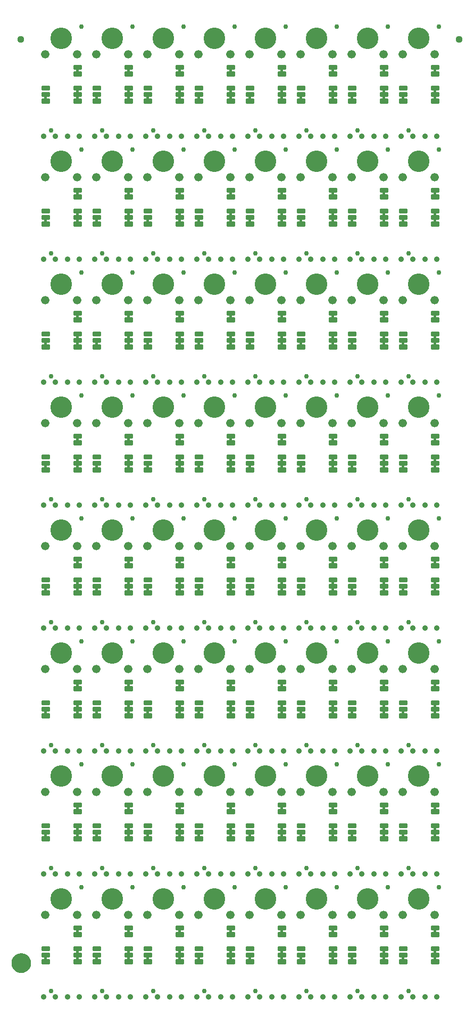
<source format=gbs>
G04 EAGLE Gerber RS-274X export*
G75*
%MOMM*%
%FSLAX34Y34*%
%LPD*%
%INSoldermask Bottom*%
%IPPOS*%
%AMOC8*
5,1,8,0,0,1.08239X$1,22.5*%
G01*
%ADD10C,0.762000*%
%ADD11C,3.429000*%
%ADD12C,0.228344*%
%ADD13C,1.327000*%
%ADD14C,0.889000*%
%ADD15C,1.127000*%
%ADD16C,1.270000*%
%ADD17C,1.627000*%

G36*
X552515Y1480832D02*
X552515Y1480832D01*
X552581Y1480834D01*
X552624Y1480852D01*
X552671Y1480860D01*
X552728Y1480894D01*
X552788Y1480919D01*
X552823Y1480950D01*
X552864Y1480975D01*
X552906Y1481026D01*
X552954Y1481070D01*
X552976Y1481112D01*
X553005Y1481149D01*
X553026Y1481211D01*
X553057Y1481270D01*
X553065Y1481324D01*
X553077Y1481361D01*
X553076Y1481401D01*
X553084Y1481455D01*
X553084Y1485265D01*
X553073Y1485330D01*
X553071Y1485396D01*
X553053Y1485439D01*
X553045Y1485486D01*
X553011Y1485543D01*
X552986Y1485603D01*
X552955Y1485638D01*
X552930Y1485679D01*
X552879Y1485721D01*
X552835Y1485769D01*
X552793Y1485791D01*
X552756Y1485820D01*
X552694Y1485841D01*
X552635Y1485872D01*
X552581Y1485880D01*
X552544Y1485892D01*
X552504Y1485891D01*
X552450Y1485899D01*
X549910Y1485899D01*
X549845Y1485888D01*
X549779Y1485886D01*
X549736Y1485868D01*
X549689Y1485860D01*
X549632Y1485826D01*
X549572Y1485801D01*
X549537Y1485770D01*
X549496Y1485745D01*
X549455Y1485694D01*
X549406Y1485650D01*
X549384Y1485608D01*
X549355Y1485571D01*
X549334Y1485509D01*
X549303Y1485450D01*
X549295Y1485396D01*
X549283Y1485359D01*
X549283Y1485355D01*
X549283Y1485354D01*
X549284Y1485319D01*
X549276Y1485265D01*
X549276Y1481455D01*
X549287Y1481390D01*
X549289Y1481324D01*
X549307Y1481281D01*
X549315Y1481234D01*
X549349Y1481177D01*
X549374Y1481117D01*
X549405Y1481082D01*
X549430Y1481041D01*
X549481Y1481000D01*
X549525Y1480951D01*
X549567Y1480929D01*
X549604Y1480900D01*
X549666Y1480879D01*
X549725Y1480848D01*
X549779Y1480840D01*
X549816Y1480828D01*
X549856Y1480829D01*
X549910Y1480821D01*
X552450Y1480821D01*
X552515Y1480832D01*
G37*
G36*
X471235Y1480832D02*
X471235Y1480832D01*
X471301Y1480834D01*
X471344Y1480852D01*
X471391Y1480860D01*
X471448Y1480894D01*
X471508Y1480919D01*
X471543Y1480950D01*
X471584Y1480975D01*
X471626Y1481026D01*
X471674Y1481070D01*
X471696Y1481112D01*
X471725Y1481149D01*
X471746Y1481211D01*
X471777Y1481270D01*
X471785Y1481324D01*
X471797Y1481361D01*
X471796Y1481401D01*
X471804Y1481455D01*
X471804Y1485265D01*
X471793Y1485330D01*
X471791Y1485396D01*
X471773Y1485439D01*
X471765Y1485486D01*
X471731Y1485543D01*
X471706Y1485603D01*
X471675Y1485638D01*
X471650Y1485679D01*
X471599Y1485721D01*
X471555Y1485769D01*
X471513Y1485791D01*
X471476Y1485820D01*
X471414Y1485841D01*
X471355Y1485872D01*
X471301Y1485880D01*
X471264Y1485892D01*
X471224Y1485891D01*
X471170Y1485899D01*
X468630Y1485899D01*
X468565Y1485888D01*
X468499Y1485886D01*
X468456Y1485868D01*
X468409Y1485860D01*
X468352Y1485826D01*
X468292Y1485801D01*
X468257Y1485770D01*
X468216Y1485745D01*
X468175Y1485694D01*
X468126Y1485650D01*
X468104Y1485608D01*
X468075Y1485571D01*
X468054Y1485509D01*
X468023Y1485450D01*
X468015Y1485396D01*
X468003Y1485359D01*
X468003Y1485355D01*
X468003Y1485354D01*
X468004Y1485319D01*
X467996Y1485265D01*
X467996Y1481455D01*
X468007Y1481390D01*
X468009Y1481324D01*
X468027Y1481281D01*
X468035Y1481234D01*
X468069Y1481177D01*
X468094Y1481117D01*
X468125Y1481082D01*
X468150Y1481041D01*
X468201Y1481000D01*
X468245Y1480951D01*
X468287Y1480929D01*
X468324Y1480900D01*
X468386Y1480879D01*
X468445Y1480848D01*
X468499Y1480840D01*
X468536Y1480828D01*
X468576Y1480829D01*
X468630Y1480821D01*
X471170Y1480821D01*
X471235Y1480832D01*
G37*
G36*
X64835Y1480832D02*
X64835Y1480832D01*
X64901Y1480834D01*
X64944Y1480852D01*
X64991Y1480860D01*
X65048Y1480894D01*
X65108Y1480919D01*
X65143Y1480950D01*
X65184Y1480975D01*
X65226Y1481026D01*
X65274Y1481070D01*
X65296Y1481112D01*
X65325Y1481149D01*
X65346Y1481211D01*
X65377Y1481270D01*
X65385Y1481324D01*
X65397Y1481361D01*
X65396Y1481401D01*
X65404Y1481455D01*
X65404Y1485265D01*
X65393Y1485330D01*
X65391Y1485396D01*
X65373Y1485439D01*
X65365Y1485486D01*
X65331Y1485543D01*
X65306Y1485603D01*
X65275Y1485638D01*
X65250Y1485679D01*
X65199Y1485721D01*
X65155Y1485769D01*
X65113Y1485791D01*
X65076Y1485820D01*
X65014Y1485841D01*
X64955Y1485872D01*
X64901Y1485880D01*
X64864Y1485892D01*
X64824Y1485891D01*
X64770Y1485899D01*
X62230Y1485899D01*
X62165Y1485888D01*
X62099Y1485886D01*
X62056Y1485868D01*
X62009Y1485860D01*
X61952Y1485826D01*
X61892Y1485801D01*
X61857Y1485770D01*
X61816Y1485745D01*
X61775Y1485694D01*
X61726Y1485650D01*
X61704Y1485608D01*
X61675Y1485571D01*
X61654Y1485509D01*
X61623Y1485450D01*
X61615Y1485396D01*
X61603Y1485359D01*
X61603Y1485355D01*
X61603Y1485354D01*
X61604Y1485319D01*
X61596Y1485265D01*
X61596Y1481455D01*
X61607Y1481390D01*
X61609Y1481324D01*
X61627Y1481281D01*
X61635Y1481234D01*
X61669Y1481177D01*
X61694Y1481117D01*
X61725Y1481082D01*
X61750Y1481041D01*
X61801Y1481000D01*
X61845Y1480951D01*
X61887Y1480929D01*
X61924Y1480900D01*
X61986Y1480879D01*
X62045Y1480848D01*
X62099Y1480840D01*
X62136Y1480828D01*
X62176Y1480829D01*
X62230Y1480821D01*
X64770Y1480821D01*
X64835Y1480832D01*
G37*
G36*
X227395Y1480832D02*
X227395Y1480832D01*
X227461Y1480834D01*
X227504Y1480852D01*
X227551Y1480860D01*
X227608Y1480894D01*
X227668Y1480919D01*
X227703Y1480950D01*
X227744Y1480975D01*
X227786Y1481026D01*
X227834Y1481070D01*
X227856Y1481112D01*
X227885Y1481149D01*
X227906Y1481211D01*
X227937Y1481270D01*
X227945Y1481324D01*
X227957Y1481361D01*
X227956Y1481401D01*
X227964Y1481455D01*
X227964Y1485265D01*
X227953Y1485330D01*
X227951Y1485396D01*
X227933Y1485439D01*
X227925Y1485486D01*
X227891Y1485543D01*
X227866Y1485603D01*
X227835Y1485638D01*
X227810Y1485679D01*
X227759Y1485721D01*
X227715Y1485769D01*
X227673Y1485791D01*
X227636Y1485820D01*
X227574Y1485841D01*
X227515Y1485872D01*
X227461Y1485880D01*
X227424Y1485892D01*
X227384Y1485891D01*
X227330Y1485899D01*
X224790Y1485899D01*
X224725Y1485888D01*
X224659Y1485886D01*
X224616Y1485868D01*
X224569Y1485860D01*
X224512Y1485826D01*
X224452Y1485801D01*
X224417Y1485770D01*
X224376Y1485745D01*
X224335Y1485694D01*
X224286Y1485650D01*
X224264Y1485608D01*
X224235Y1485571D01*
X224214Y1485509D01*
X224183Y1485450D01*
X224175Y1485396D01*
X224163Y1485359D01*
X224163Y1485355D01*
X224163Y1485354D01*
X224164Y1485319D01*
X224156Y1485265D01*
X224156Y1481455D01*
X224167Y1481390D01*
X224169Y1481324D01*
X224187Y1481281D01*
X224195Y1481234D01*
X224229Y1481177D01*
X224254Y1481117D01*
X224285Y1481082D01*
X224310Y1481041D01*
X224361Y1481000D01*
X224405Y1480951D01*
X224447Y1480929D01*
X224484Y1480900D01*
X224546Y1480879D01*
X224605Y1480848D01*
X224659Y1480840D01*
X224696Y1480828D01*
X224736Y1480829D01*
X224790Y1480821D01*
X227330Y1480821D01*
X227395Y1480832D01*
G37*
G36*
X308675Y1480832D02*
X308675Y1480832D01*
X308741Y1480834D01*
X308784Y1480852D01*
X308831Y1480860D01*
X308888Y1480894D01*
X308948Y1480919D01*
X308983Y1480950D01*
X309024Y1480975D01*
X309066Y1481026D01*
X309114Y1481070D01*
X309136Y1481112D01*
X309165Y1481149D01*
X309186Y1481211D01*
X309217Y1481270D01*
X309225Y1481324D01*
X309237Y1481361D01*
X309236Y1481401D01*
X309244Y1481455D01*
X309244Y1485265D01*
X309233Y1485330D01*
X309231Y1485396D01*
X309213Y1485439D01*
X309205Y1485486D01*
X309171Y1485543D01*
X309146Y1485603D01*
X309115Y1485638D01*
X309090Y1485679D01*
X309039Y1485721D01*
X308995Y1485769D01*
X308953Y1485791D01*
X308916Y1485820D01*
X308854Y1485841D01*
X308795Y1485872D01*
X308741Y1485880D01*
X308704Y1485892D01*
X308664Y1485891D01*
X308610Y1485899D01*
X306070Y1485899D01*
X306005Y1485888D01*
X305939Y1485886D01*
X305896Y1485868D01*
X305849Y1485860D01*
X305792Y1485826D01*
X305732Y1485801D01*
X305697Y1485770D01*
X305656Y1485745D01*
X305615Y1485694D01*
X305566Y1485650D01*
X305544Y1485608D01*
X305515Y1485571D01*
X305494Y1485509D01*
X305463Y1485450D01*
X305455Y1485396D01*
X305443Y1485359D01*
X305443Y1485355D01*
X305443Y1485354D01*
X305444Y1485319D01*
X305436Y1485265D01*
X305436Y1481455D01*
X305447Y1481390D01*
X305449Y1481324D01*
X305467Y1481281D01*
X305475Y1481234D01*
X305509Y1481177D01*
X305534Y1481117D01*
X305565Y1481082D01*
X305590Y1481041D01*
X305641Y1481000D01*
X305685Y1480951D01*
X305727Y1480929D01*
X305764Y1480900D01*
X305826Y1480879D01*
X305885Y1480848D01*
X305939Y1480840D01*
X305976Y1480828D01*
X306016Y1480829D01*
X306070Y1480821D01*
X308610Y1480821D01*
X308675Y1480832D01*
G37*
G36*
X146115Y1480832D02*
X146115Y1480832D01*
X146181Y1480834D01*
X146224Y1480852D01*
X146271Y1480860D01*
X146328Y1480894D01*
X146388Y1480919D01*
X146423Y1480950D01*
X146464Y1480975D01*
X146506Y1481026D01*
X146554Y1481070D01*
X146576Y1481112D01*
X146605Y1481149D01*
X146626Y1481211D01*
X146657Y1481270D01*
X146665Y1481324D01*
X146677Y1481361D01*
X146676Y1481401D01*
X146684Y1481455D01*
X146684Y1485265D01*
X146673Y1485330D01*
X146671Y1485396D01*
X146653Y1485439D01*
X146645Y1485486D01*
X146611Y1485543D01*
X146586Y1485603D01*
X146555Y1485638D01*
X146530Y1485679D01*
X146479Y1485721D01*
X146435Y1485769D01*
X146393Y1485791D01*
X146356Y1485820D01*
X146294Y1485841D01*
X146235Y1485872D01*
X146181Y1485880D01*
X146144Y1485892D01*
X146104Y1485891D01*
X146050Y1485899D01*
X143510Y1485899D01*
X143445Y1485888D01*
X143379Y1485886D01*
X143336Y1485868D01*
X143289Y1485860D01*
X143232Y1485826D01*
X143172Y1485801D01*
X143137Y1485770D01*
X143096Y1485745D01*
X143055Y1485694D01*
X143006Y1485650D01*
X142984Y1485608D01*
X142955Y1485571D01*
X142934Y1485509D01*
X142903Y1485450D01*
X142895Y1485396D01*
X142883Y1485359D01*
X142883Y1485355D01*
X142883Y1485354D01*
X142884Y1485319D01*
X142876Y1485265D01*
X142876Y1481455D01*
X142887Y1481390D01*
X142889Y1481324D01*
X142907Y1481281D01*
X142915Y1481234D01*
X142949Y1481177D01*
X142974Y1481117D01*
X143005Y1481082D01*
X143030Y1481041D01*
X143081Y1481000D01*
X143125Y1480951D01*
X143167Y1480929D01*
X143204Y1480900D01*
X143266Y1480879D01*
X143325Y1480848D01*
X143379Y1480840D01*
X143416Y1480828D01*
X143456Y1480829D01*
X143510Y1480821D01*
X146050Y1480821D01*
X146115Y1480832D01*
G37*
G36*
X633795Y1480832D02*
X633795Y1480832D01*
X633861Y1480834D01*
X633904Y1480852D01*
X633951Y1480860D01*
X634008Y1480894D01*
X634068Y1480919D01*
X634103Y1480950D01*
X634144Y1480975D01*
X634186Y1481026D01*
X634234Y1481070D01*
X634256Y1481112D01*
X634285Y1481149D01*
X634306Y1481211D01*
X634337Y1481270D01*
X634345Y1481324D01*
X634357Y1481361D01*
X634356Y1481401D01*
X634364Y1481455D01*
X634364Y1485265D01*
X634353Y1485330D01*
X634351Y1485396D01*
X634333Y1485439D01*
X634325Y1485486D01*
X634291Y1485543D01*
X634266Y1485603D01*
X634235Y1485638D01*
X634210Y1485679D01*
X634159Y1485721D01*
X634115Y1485769D01*
X634073Y1485791D01*
X634036Y1485820D01*
X633974Y1485841D01*
X633915Y1485872D01*
X633861Y1485880D01*
X633824Y1485892D01*
X633784Y1485891D01*
X633730Y1485899D01*
X631190Y1485899D01*
X631125Y1485888D01*
X631059Y1485886D01*
X631016Y1485868D01*
X630969Y1485860D01*
X630912Y1485826D01*
X630852Y1485801D01*
X630817Y1485770D01*
X630776Y1485745D01*
X630735Y1485694D01*
X630686Y1485650D01*
X630664Y1485608D01*
X630635Y1485571D01*
X630614Y1485509D01*
X630583Y1485450D01*
X630575Y1485396D01*
X630563Y1485359D01*
X630563Y1485355D01*
X630563Y1485354D01*
X630564Y1485319D01*
X630556Y1485265D01*
X630556Y1481455D01*
X630567Y1481390D01*
X630569Y1481324D01*
X630587Y1481281D01*
X630595Y1481234D01*
X630629Y1481177D01*
X630654Y1481117D01*
X630685Y1481082D01*
X630710Y1481041D01*
X630761Y1481000D01*
X630805Y1480951D01*
X630847Y1480929D01*
X630884Y1480900D01*
X630946Y1480879D01*
X631005Y1480848D01*
X631059Y1480840D01*
X631096Y1480828D01*
X631136Y1480829D01*
X631190Y1480821D01*
X633730Y1480821D01*
X633795Y1480832D01*
G37*
G36*
X389955Y1480832D02*
X389955Y1480832D01*
X390021Y1480834D01*
X390064Y1480852D01*
X390111Y1480860D01*
X390168Y1480894D01*
X390228Y1480919D01*
X390263Y1480950D01*
X390304Y1480975D01*
X390346Y1481026D01*
X390394Y1481070D01*
X390416Y1481112D01*
X390445Y1481149D01*
X390466Y1481211D01*
X390497Y1481270D01*
X390505Y1481324D01*
X390517Y1481361D01*
X390516Y1481401D01*
X390524Y1481455D01*
X390524Y1485265D01*
X390513Y1485330D01*
X390511Y1485396D01*
X390493Y1485439D01*
X390485Y1485486D01*
X390451Y1485543D01*
X390426Y1485603D01*
X390395Y1485638D01*
X390370Y1485679D01*
X390319Y1485721D01*
X390275Y1485769D01*
X390233Y1485791D01*
X390196Y1485820D01*
X390134Y1485841D01*
X390075Y1485872D01*
X390021Y1485880D01*
X389984Y1485892D01*
X389944Y1485891D01*
X389890Y1485899D01*
X387350Y1485899D01*
X387285Y1485888D01*
X387219Y1485886D01*
X387176Y1485868D01*
X387129Y1485860D01*
X387072Y1485826D01*
X387012Y1485801D01*
X386977Y1485770D01*
X386936Y1485745D01*
X386895Y1485694D01*
X386846Y1485650D01*
X386824Y1485608D01*
X386795Y1485571D01*
X386774Y1485509D01*
X386743Y1485450D01*
X386735Y1485396D01*
X386723Y1485359D01*
X386723Y1485355D01*
X386723Y1485354D01*
X386724Y1485319D01*
X386716Y1485265D01*
X386716Y1481455D01*
X386727Y1481390D01*
X386729Y1481324D01*
X386747Y1481281D01*
X386755Y1481234D01*
X386789Y1481177D01*
X386814Y1481117D01*
X386845Y1481082D01*
X386870Y1481041D01*
X386921Y1481000D01*
X386965Y1480951D01*
X387007Y1480929D01*
X387044Y1480900D01*
X387106Y1480879D01*
X387165Y1480848D01*
X387219Y1480840D01*
X387256Y1480828D01*
X387296Y1480829D01*
X387350Y1480821D01*
X389890Y1480821D01*
X389955Y1480832D01*
G37*
G36*
X471235Y655332D02*
X471235Y655332D01*
X471301Y655334D01*
X471344Y655352D01*
X471391Y655360D01*
X471448Y655394D01*
X471508Y655419D01*
X471543Y655450D01*
X471584Y655475D01*
X471626Y655526D01*
X471674Y655570D01*
X471696Y655612D01*
X471725Y655649D01*
X471746Y655711D01*
X471777Y655770D01*
X471785Y655824D01*
X471797Y655861D01*
X471796Y655901D01*
X471804Y655955D01*
X471804Y659765D01*
X471793Y659830D01*
X471791Y659896D01*
X471773Y659939D01*
X471765Y659986D01*
X471731Y660043D01*
X471706Y660103D01*
X471675Y660138D01*
X471650Y660179D01*
X471599Y660221D01*
X471555Y660269D01*
X471513Y660291D01*
X471476Y660320D01*
X471414Y660341D01*
X471355Y660372D01*
X471301Y660380D01*
X471264Y660392D01*
X471224Y660391D01*
X471170Y660399D01*
X468630Y660399D01*
X468565Y660388D01*
X468499Y660386D01*
X468456Y660368D01*
X468409Y660360D01*
X468352Y660326D01*
X468292Y660301D01*
X468257Y660270D01*
X468216Y660245D01*
X468175Y660194D01*
X468126Y660150D01*
X468104Y660108D01*
X468075Y660071D01*
X468054Y660009D01*
X468023Y659950D01*
X468015Y659896D01*
X468003Y659859D01*
X468003Y659855D01*
X468003Y659854D01*
X468004Y659819D01*
X467996Y659765D01*
X467996Y655955D01*
X468007Y655890D01*
X468009Y655824D01*
X468027Y655781D01*
X468035Y655734D01*
X468069Y655677D01*
X468094Y655617D01*
X468125Y655582D01*
X468150Y655541D01*
X468201Y655500D01*
X468245Y655451D01*
X468287Y655429D01*
X468324Y655400D01*
X468386Y655379D01*
X468445Y655348D01*
X468499Y655340D01*
X468536Y655328D01*
X468576Y655329D01*
X468630Y655321D01*
X471170Y655321D01*
X471235Y655332D01*
G37*
G36*
X501715Y655332D02*
X501715Y655332D01*
X501781Y655334D01*
X501824Y655352D01*
X501871Y655360D01*
X501928Y655394D01*
X501988Y655419D01*
X502023Y655450D01*
X502064Y655475D01*
X502106Y655526D01*
X502154Y655570D01*
X502176Y655612D01*
X502205Y655649D01*
X502226Y655711D01*
X502257Y655770D01*
X502265Y655824D01*
X502277Y655861D01*
X502276Y655901D01*
X502284Y655955D01*
X502284Y659765D01*
X502273Y659830D01*
X502271Y659896D01*
X502253Y659939D01*
X502245Y659986D01*
X502211Y660043D01*
X502186Y660103D01*
X502155Y660138D01*
X502130Y660179D01*
X502079Y660221D01*
X502035Y660269D01*
X501993Y660291D01*
X501956Y660320D01*
X501894Y660341D01*
X501835Y660372D01*
X501781Y660380D01*
X501744Y660392D01*
X501704Y660391D01*
X501650Y660399D01*
X499110Y660399D01*
X499045Y660388D01*
X498979Y660386D01*
X498936Y660368D01*
X498889Y660360D01*
X498832Y660326D01*
X498772Y660301D01*
X498737Y660270D01*
X498696Y660245D01*
X498655Y660194D01*
X498606Y660150D01*
X498584Y660108D01*
X498555Y660071D01*
X498534Y660009D01*
X498503Y659950D01*
X498495Y659896D01*
X498483Y659859D01*
X498483Y659855D01*
X498483Y659854D01*
X498484Y659819D01*
X498476Y659765D01*
X498476Y655955D01*
X498487Y655890D01*
X498489Y655824D01*
X498507Y655781D01*
X498515Y655734D01*
X498549Y655677D01*
X498574Y655617D01*
X498605Y655582D01*
X498630Y655541D01*
X498681Y655500D01*
X498725Y655451D01*
X498767Y655429D01*
X498804Y655400D01*
X498866Y655379D01*
X498925Y655348D01*
X498979Y655340D01*
X499016Y655328D01*
X499056Y655329D01*
X499110Y655321D01*
X501650Y655321D01*
X501715Y655332D01*
G37*
G36*
X339155Y655332D02*
X339155Y655332D01*
X339221Y655334D01*
X339264Y655352D01*
X339311Y655360D01*
X339368Y655394D01*
X339428Y655419D01*
X339463Y655450D01*
X339504Y655475D01*
X339546Y655526D01*
X339594Y655570D01*
X339616Y655612D01*
X339645Y655649D01*
X339666Y655711D01*
X339697Y655770D01*
X339705Y655824D01*
X339717Y655861D01*
X339716Y655901D01*
X339724Y655955D01*
X339724Y659765D01*
X339713Y659830D01*
X339711Y659896D01*
X339693Y659939D01*
X339685Y659986D01*
X339651Y660043D01*
X339626Y660103D01*
X339595Y660138D01*
X339570Y660179D01*
X339519Y660221D01*
X339475Y660269D01*
X339433Y660291D01*
X339396Y660320D01*
X339334Y660341D01*
X339275Y660372D01*
X339221Y660380D01*
X339184Y660392D01*
X339144Y660391D01*
X339090Y660399D01*
X336550Y660399D01*
X336485Y660388D01*
X336419Y660386D01*
X336376Y660368D01*
X336329Y660360D01*
X336272Y660326D01*
X336212Y660301D01*
X336177Y660270D01*
X336136Y660245D01*
X336095Y660194D01*
X336046Y660150D01*
X336024Y660108D01*
X335995Y660071D01*
X335974Y660009D01*
X335943Y659950D01*
X335935Y659896D01*
X335923Y659859D01*
X335923Y659855D01*
X335923Y659854D01*
X335924Y659819D01*
X335916Y659765D01*
X335916Y655955D01*
X335927Y655890D01*
X335929Y655824D01*
X335947Y655781D01*
X335955Y655734D01*
X335989Y655677D01*
X336014Y655617D01*
X336045Y655582D01*
X336070Y655541D01*
X336121Y655500D01*
X336165Y655451D01*
X336207Y655429D01*
X336244Y655400D01*
X336306Y655379D01*
X336365Y655348D01*
X336419Y655340D01*
X336456Y655328D01*
X336496Y655329D01*
X336550Y655321D01*
X339090Y655321D01*
X339155Y655332D01*
G37*
G36*
X420435Y655332D02*
X420435Y655332D01*
X420501Y655334D01*
X420544Y655352D01*
X420591Y655360D01*
X420648Y655394D01*
X420708Y655419D01*
X420743Y655450D01*
X420784Y655475D01*
X420826Y655526D01*
X420874Y655570D01*
X420896Y655612D01*
X420925Y655649D01*
X420946Y655711D01*
X420977Y655770D01*
X420985Y655824D01*
X420997Y655861D01*
X420996Y655901D01*
X421004Y655955D01*
X421004Y659765D01*
X420993Y659830D01*
X420991Y659896D01*
X420973Y659939D01*
X420965Y659986D01*
X420931Y660043D01*
X420906Y660103D01*
X420875Y660138D01*
X420850Y660179D01*
X420799Y660221D01*
X420755Y660269D01*
X420713Y660291D01*
X420676Y660320D01*
X420614Y660341D01*
X420555Y660372D01*
X420501Y660380D01*
X420464Y660392D01*
X420424Y660391D01*
X420370Y660399D01*
X417830Y660399D01*
X417765Y660388D01*
X417699Y660386D01*
X417656Y660368D01*
X417609Y660360D01*
X417552Y660326D01*
X417492Y660301D01*
X417457Y660270D01*
X417416Y660245D01*
X417375Y660194D01*
X417326Y660150D01*
X417304Y660108D01*
X417275Y660071D01*
X417254Y660009D01*
X417223Y659950D01*
X417215Y659896D01*
X417203Y659859D01*
X417203Y659855D01*
X417203Y659854D01*
X417204Y659819D01*
X417196Y659765D01*
X417196Y655955D01*
X417207Y655890D01*
X417209Y655824D01*
X417227Y655781D01*
X417235Y655734D01*
X417269Y655677D01*
X417294Y655617D01*
X417325Y655582D01*
X417350Y655541D01*
X417401Y655500D01*
X417445Y655451D01*
X417487Y655429D01*
X417524Y655400D01*
X417586Y655379D01*
X417645Y655348D01*
X417699Y655340D01*
X417736Y655328D01*
X417776Y655329D01*
X417830Y655321D01*
X420370Y655321D01*
X420435Y655332D01*
G37*
G36*
X176595Y655332D02*
X176595Y655332D01*
X176661Y655334D01*
X176704Y655352D01*
X176751Y655360D01*
X176808Y655394D01*
X176868Y655419D01*
X176903Y655450D01*
X176944Y655475D01*
X176986Y655526D01*
X177034Y655570D01*
X177056Y655612D01*
X177085Y655649D01*
X177106Y655711D01*
X177137Y655770D01*
X177145Y655824D01*
X177157Y655861D01*
X177156Y655901D01*
X177164Y655955D01*
X177164Y659765D01*
X177153Y659830D01*
X177151Y659896D01*
X177133Y659939D01*
X177125Y659986D01*
X177091Y660043D01*
X177066Y660103D01*
X177035Y660138D01*
X177010Y660179D01*
X176959Y660221D01*
X176915Y660269D01*
X176873Y660291D01*
X176836Y660320D01*
X176774Y660341D01*
X176715Y660372D01*
X176661Y660380D01*
X176624Y660392D01*
X176584Y660391D01*
X176530Y660399D01*
X173990Y660399D01*
X173925Y660388D01*
X173859Y660386D01*
X173816Y660368D01*
X173769Y660360D01*
X173712Y660326D01*
X173652Y660301D01*
X173617Y660270D01*
X173576Y660245D01*
X173535Y660194D01*
X173486Y660150D01*
X173464Y660108D01*
X173435Y660071D01*
X173414Y660009D01*
X173383Y659950D01*
X173375Y659896D01*
X173363Y659859D01*
X173363Y659855D01*
X173363Y659854D01*
X173364Y659819D01*
X173356Y659765D01*
X173356Y655955D01*
X173367Y655890D01*
X173369Y655824D01*
X173387Y655781D01*
X173395Y655734D01*
X173429Y655677D01*
X173454Y655617D01*
X173485Y655582D01*
X173510Y655541D01*
X173561Y655500D01*
X173605Y655451D01*
X173647Y655429D01*
X173684Y655400D01*
X173746Y655379D01*
X173805Y655348D01*
X173859Y655340D01*
X173896Y655328D01*
X173936Y655329D01*
X173990Y655321D01*
X176530Y655321D01*
X176595Y655332D01*
G37*
G36*
X95315Y655332D02*
X95315Y655332D01*
X95381Y655334D01*
X95424Y655352D01*
X95471Y655360D01*
X95528Y655394D01*
X95588Y655419D01*
X95623Y655450D01*
X95664Y655475D01*
X95706Y655526D01*
X95754Y655570D01*
X95776Y655612D01*
X95805Y655649D01*
X95826Y655711D01*
X95857Y655770D01*
X95865Y655824D01*
X95877Y655861D01*
X95876Y655901D01*
X95884Y655955D01*
X95884Y659765D01*
X95873Y659830D01*
X95871Y659896D01*
X95853Y659939D01*
X95845Y659986D01*
X95811Y660043D01*
X95786Y660103D01*
X95755Y660138D01*
X95730Y660179D01*
X95679Y660221D01*
X95635Y660269D01*
X95593Y660291D01*
X95556Y660320D01*
X95494Y660341D01*
X95435Y660372D01*
X95381Y660380D01*
X95344Y660392D01*
X95304Y660391D01*
X95250Y660399D01*
X92710Y660399D01*
X92645Y660388D01*
X92579Y660386D01*
X92536Y660368D01*
X92489Y660360D01*
X92432Y660326D01*
X92372Y660301D01*
X92337Y660270D01*
X92296Y660245D01*
X92255Y660194D01*
X92206Y660150D01*
X92184Y660108D01*
X92155Y660071D01*
X92134Y660009D01*
X92103Y659950D01*
X92095Y659896D01*
X92083Y659859D01*
X92083Y659855D01*
X92083Y659854D01*
X92084Y659819D01*
X92076Y659765D01*
X92076Y655955D01*
X92087Y655890D01*
X92089Y655824D01*
X92107Y655781D01*
X92115Y655734D01*
X92149Y655677D01*
X92174Y655617D01*
X92205Y655582D01*
X92230Y655541D01*
X92281Y655500D01*
X92325Y655451D01*
X92367Y655429D01*
X92404Y655400D01*
X92466Y655379D01*
X92525Y655348D01*
X92579Y655340D01*
X92616Y655328D01*
X92656Y655329D01*
X92710Y655321D01*
X95250Y655321D01*
X95315Y655332D01*
G37*
G36*
X389955Y655332D02*
X389955Y655332D01*
X390021Y655334D01*
X390064Y655352D01*
X390111Y655360D01*
X390168Y655394D01*
X390228Y655419D01*
X390263Y655450D01*
X390304Y655475D01*
X390346Y655526D01*
X390394Y655570D01*
X390416Y655612D01*
X390445Y655649D01*
X390466Y655711D01*
X390497Y655770D01*
X390505Y655824D01*
X390517Y655861D01*
X390516Y655901D01*
X390524Y655955D01*
X390524Y659765D01*
X390513Y659830D01*
X390511Y659896D01*
X390493Y659939D01*
X390485Y659986D01*
X390451Y660043D01*
X390426Y660103D01*
X390395Y660138D01*
X390370Y660179D01*
X390319Y660221D01*
X390275Y660269D01*
X390233Y660291D01*
X390196Y660320D01*
X390134Y660341D01*
X390075Y660372D01*
X390021Y660380D01*
X389984Y660392D01*
X389944Y660391D01*
X389890Y660399D01*
X387350Y660399D01*
X387285Y660388D01*
X387219Y660386D01*
X387176Y660368D01*
X387129Y660360D01*
X387072Y660326D01*
X387012Y660301D01*
X386977Y660270D01*
X386936Y660245D01*
X386895Y660194D01*
X386846Y660150D01*
X386824Y660108D01*
X386795Y660071D01*
X386774Y660009D01*
X386743Y659950D01*
X386735Y659896D01*
X386723Y659859D01*
X386723Y659855D01*
X386723Y659854D01*
X386724Y659819D01*
X386716Y659765D01*
X386716Y655955D01*
X386727Y655890D01*
X386729Y655824D01*
X386747Y655781D01*
X386755Y655734D01*
X386789Y655677D01*
X386814Y655617D01*
X386845Y655582D01*
X386870Y655541D01*
X386921Y655500D01*
X386965Y655451D01*
X387007Y655429D01*
X387044Y655400D01*
X387106Y655379D01*
X387165Y655348D01*
X387219Y655340D01*
X387256Y655328D01*
X387296Y655329D01*
X387350Y655321D01*
X389890Y655321D01*
X389955Y655332D01*
G37*
G36*
X582995Y655332D02*
X582995Y655332D01*
X583061Y655334D01*
X583104Y655352D01*
X583151Y655360D01*
X583208Y655394D01*
X583268Y655419D01*
X583303Y655450D01*
X583344Y655475D01*
X583386Y655526D01*
X583434Y655570D01*
X583456Y655612D01*
X583485Y655649D01*
X583506Y655711D01*
X583537Y655770D01*
X583545Y655824D01*
X583557Y655861D01*
X583556Y655901D01*
X583564Y655955D01*
X583564Y659765D01*
X583553Y659830D01*
X583551Y659896D01*
X583533Y659939D01*
X583525Y659986D01*
X583491Y660043D01*
X583466Y660103D01*
X583435Y660138D01*
X583410Y660179D01*
X583359Y660221D01*
X583315Y660269D01*
X583273Y660291D01*
X583236Y660320D01*
X583174Y660341D01*
X583115Y660372D01*
X583061Y660380D01*
X583024Y660392D01*
X582984Y660391D01*
X582930Y660399D01*
X580390Y660399D01*
X580325Y660388D01*
X580259Y660386D01*
X580216Y660368D01*
X580169Y660360D01*
X580112Y660326D01*
X580052Y660301D01*
X580017Y660270D01*
X579976Y660245D01*
X579935Y660194D01*
X579886Y660150D01*
X579864Y660108D01*
X579835Y660071D01*
X579814Y660009D01*
X579783Y659950D01*
X579775Y659896D01*
X579763Y659859D01*
X579763Y659855D01*
X579763Y659854D01*
X579764Y659819D01*
X579756Y659765D01*
X579756Y655955D01*
X579767Y655890D01*
X579769Y655824D01*
X579787Y655781D01*
X579795Y655734D01*
X579829Y655677D01*
X579854Y655617D01*
X579885Y655582D01*
X579910Y655541D01*
X579961Y655500D01*
X580005Y655451D01*
X580047Y655429D01*
X580084Y655400D01*
X580146Y655379D01*
X580205Y655348D01*
X580259Y655340D01*
X580296Y655328D01*
X580336Y655329D01*
X580390Y655321D01*
X582930Y655321D01*
X582995Y655332D01*
G37*
G36*
X552515Y655332D02*
X552515Y655332D01*
X552581Y655334D01*
X552624Y655352D01*
X552671Y655360D01*
X552728Y655394D01*
X552788Y655419D01*
X552823Y655450D01*
X552864Y655475D01*
X552906Y655526D01*
X552954Y655570D01*
X552976Y655612D01*
X553005Y655649D01*
X553026Y655711D01*
X553057Y655770D01*
X553065Y655824D01*
X553077Y655861D01*
X553076Y655901D01*
X553084Y655955D01*
X553084Y659765D01*
X553073Y659830D01*
X553071Y659896D01*
X553053Y659939D01*
X553045Y659986D01*
X553011Y660043D01*
X552986Y660103D01*
X552955Y660138D01*
X552930Y660179D01*
X552879Y660221D01*
X552835Y660269D01*
X552793Y660291D01*
X552756Y660320D01*
X552694Y660341D01*
X552635Y660372D01*
X552581Y660380D01*
X552544Y660392D01*
X552504Y660391D01*
X552450Y660399D01*
X549910Y660399D01*
X549845Y660388D01*
X549779Y660386D01*
X549736Y660368D01*
X549689Y660360D01*
X549632Y660326D01*
X549572Y660301D01*
X549537Y660270D01*
X549496Y660245D01*
X549455Y660194D01*
X549406Y660150D01*
X549384Y660108D01*
X549355Y660071D01*
X549334Y660009D01*
X549303Y659950D01*
X549295Y659896D01*
X549283Y659859D01*
X549283Y659855D01*
X549283Y659854D01*
X549284Y659819D01*
X549276Y659765D01*
X549276Y655955D01*
X549287Y655890D01*
X549289Y655824D01*
X549307Y655781D01*
X549315Y655734D01*
X549349Y655677D01*
X549374Y655617D01*
X549405Y655582D01*
X549430Y655541D01*
X549481Y655500D01*
X549525Y655451D01*
X549567Y655429D01*
X549604Y655400D01*
X549666Y655379D01*
X549725Y655348D01*
X549779Y655340D01*
X549816Y655328D01*
X549856Y655329D01*
X549910Y655321D01*
X552450Y655321D01*
X552515Y655332D01*
G37*
G36*
X633795Y655332D02*
X633795Y655332D01*
X633861Y655334D01*
X633904Y655352D01*
X633951Y655360D01*
X634008Y655394D01*
X634068Y655419D01*
X634103Y655450D01*
X634144Y655475D01*
X634186Y655526D01*
X634234Y655570D01*
X634256Y655612D01*
X634285Y655649D01*
X634306Y655711D01*
X634337Y655770D01*
X634345Y655824D01*
X634357Y655861D01*
X634356Y655901D01*
X634364Y655955D01*
X634364Y659765D01*
X634353Y659830D01*
X634351Y659896D01*
X634333Y659939D01*
X634325Y659986D01*
X634291Y660043D01*
X634266Y660103D01*
X634235Y660138D01*
X634210Y660179D01*
X634159Y660221D01*
X634115Y660269D01*
X634073Y660291D01*
X634036Y660320D01*
X633974Y660341D01*
X633915Y660372D01*
X633861Y660380D01*
X633824Y660392D01*
X633784Y660391D01*
X633730Y660399D01*
X631190Y660399D01*
X631125Y660388D01*
X631059Y660386D01*
X631016Y660368D01*
X630969Y660360D01*
X630912Y660326D01*
X630852Y660301D01*
X630817Y660270D01*
X630776Y660245D01*
X630735Y660194D01*
X630686Y660150D01*
X630664Y660108D01*
X630635Y660071D01*
X630614Y660009D01*
X630583Y659950D01*
X630575Y659896D01*
X630563Y659859D01*
X630563Y659855D01*
X630563Y659854D01*
X630564Y659819D01*
X630556Y659765D01*
X630556Y655955D01*
X630567Y655890D01*
X630569Y655824D01*
X630587Y655781D01*
X630595Y655734D01*
X630629Y655677D01*
X630654Y655617D01*
X630685Y655582D01*
X630710Y655541D01*
X630761Y655500D01*
X630805Y655451D01*
X630847Y655429D01*
X630884Y655400D01*
X630946Y655379D01*
X631005Y655348D01*
X631059Y655340D01*
X631096Y655328D01*
X631136Y655329D01*
X631190Y655321D01*
X633730Y655321D01*
X633795Y655332D01*
G37*
G36*
X14035Y655332D02*
X14035Y655332D01*
X14101Y655334D01*
X14144Y655352D01*
X14191Y655360D01*
X14248Y655394D01*
X14308Y655419D01*
X14343Y655450D01*
X14384Y655475D01*
X14426Y655526D01*
X14474Y655570D01*
X14496Y655612D01*
X14525Y655649D01*
X14546Y655711D01*
X14577Y655770D01*
X14585Y655824D01*
X14597Y655861D01*
X14596Y655901D01*
X14604Y655955D01*
X14604Y659765D01*
X14593Y659830D01*
X14591Y659896D01*
X14573Y659939D01*
X14565Y659986D01*
X14531Y660043D01*
X14506Y660103D01*
X14475Y660138D01*
X14450Y660179D01*
X14399Y660221D01*
X14355Y660269D01*
X14313Y660291D01*
X14276Y660320D01*
X14214Y660341D01*
X14155Y660372D01*
X14101Y660380D01*
X14064Y660392D01*
X14024Y660391D01*
X13970Y660399D01*
X11430Y660399D01*
X11365Y660388D01*
X11299Y660386D01*
X11256Y660368D01*
X11209Y660360D01*
X11152Y660326D01*
X11092Y660301D01*
X11057Y660270D01*
X11016Y660245D01*
X10975Y660194D01*
X10926Y660150D01*
X10904Y660108D01*
X10875Y660071D01*
X10854Y660009D01*
X10823Y659950D01*
X10815Y659896D01*
X10803Y659859D01*
X10803Y659855D01*
X10803Y659854D01*
X10804Y659819D01*
X10796Y659765D01*
X10796Y655955D01*
X10807Y655890D01*
X10809Y655824D01*
X10827Y655781D01*
X10835Y655734D01*
X10869Y655677D01*
X10894Y655617D01*
X10925Y655582D01*
X10950Y655541D01*
X11001Y655500D01*
X11045Y655451D01*
X11087Y655429D01*
X11124Y655400D01*
X11186Y655379D01*
X11245Y655348D01*
X11299Y655340D01*
X11336Y655328D01*
X11376Y655329D01*
X11430Y655321D01*
X13970Y655321D01*
X14035Y655332D01*
G37*
G36*
X64835Y655332D02*
X64835Y655332D01*
X64901Y655334D01*
X64944Y655352D01*
X64991Y655360D01*
X65048Y655394D01*
X65108Y655419D01*
X65143Y655450D01*
X65184Y655475D01*
X65226Y655526D01*
X65274Y655570D01*
X65296Y655612D01*
X65325Y655649D01*
X65346Y655711D01*
X65377Y655770D01*
X65385Y655824D01*
X65397Y655861D01*
X65396Y655901D01*
X65404Y655955D01*
X65404Y659765D01*
X65393Y659830D01*
X65391Y659896D01*
X65373Y659939D01*
X65365Y659986D01*
X65331Y660043D01*
X65306Y660103D01*
X65275Y660138D01*
X65250Y660179D01*
X65199Y660221D01*
X65155Y660269D01*
X65113Y660291D01*
X65076Y660320D01*
X65014Y660341D01*
X64955Y660372D01*
X64901Y660380D01*
X64864Y660392D01*
X64824Y660391D01*
X64770Y660399D01*
X62230Y660399D01*
X62165Y660388D01*
X62099Y660386D01*
X62056Y660368D01*
X62009Y660360D01*
X61952Y660326D01*
X61892Y660301D01*
X61857Y660270D01*
X61816Y660245D01*
X61775Y660194D01*
X61726Y660150D01*
X61704Y660108D01*
X61675Y660071D01*
X61654Y660009D01*
X61623Y659950D01*
X61615Y659896D01*
X61603Y659859D01*
X61603Y659855D01*
X61603Y659854D01*
X61604Y659819D01*
X61596Y659765D01*
X61596Y655955D01*
X61607Y655890D01*
X61609Y655824D01*
X61627Y655781D01*
X61635Y655734D01*
X61669Y655677D01*
X61694Y655617D01*
X61725Y655582D01*
X61750Y655541D01*
X61801Y655500D01*
X61845Y655451D01*
X61887Y655429D01*
X61924Y655400D01*
X61986Y655379D01*
X62045Y655348D01*
X62099Y655340D01*
X62136Y655328D01*
X62176Y655329D01*
X62230Y655321D01*
X64770Y655321D01*
X64835Y655332D01*
G37*
G36*
X308675Y655332D02*
X308675Y655332D01*
X308741Y655334D01*
X308784Y655352D01*
X308831Y655360D01*
X308888Y655394D01*
X308948Y655419D01*
X308983Y655450D01*
X309024Y655475D01*
X309066Y655526D01*
X309114Y655570D01*
X309136Y655612D01*
X309165Y655649D01*
X309186Y655711D01*
X309217Y655770D01*
X309225Y655824D01*
X309237Y655861D01*
X309236Y655901D01*
X309244Y655955D01*
X309244Y659765D01*
X309233Y659830D01*
X309231Y659896D01*
X309213Y659939D01*
X309205Y659986D01*
X309171Y660043D01*
X309146Y660103D01*
X309115Y660138D01*
X309090Y660179D01*
X309039Y660221D01*
X308995Y660269D01*
X308953Y660291D01*
X308916Y660320D01*
X308854Y660341D01*
X308795Y660372D01*
X308741Y660380D01*
X308704Y660392D01*
X308664Y660391D01*
X308610Y660399D01*
X306070Y660399D01*
X306005Y660388D01*
X305939Y660386D01*
X305896Y660368D01*
X305849Y660360D01*
X305792Y660326D01*
X305732Y660301D01*
X305697Y660270D01*
X305656Y660245D01*
X305615Y660194D01*
X305566Y660150D01*
X305544Y660108D01*
X305515Y660071D01*
X305494Y660009D01*
X305463Y659950D01*
X305455Y659896D01*
X305443Y659859D01*
X305443Y659855D01*
X305443Y659854D01*
X305444Y659819D01*
X305436Y659765D01*
X305436Y655955D01*
X305447Y655890D01*
X305449Y655824D01*
X305467Y655781D01*
X305475Y655734D01*
X305509Y655677D01*
X305534Y655617D01*
X305565Y655582D01*
X305590Y655541D01*
X305641Y655500D01*
X305685Y655451D01*
X305727Y655429D01*
X305764Y655400D01*
X305826Y655379D01*
X305885Y655348D01*
X305939Y655340D01*
X305976Y655328D01*
X306016Y655329D01*
X306070Y655321D01*
X308610Y655321D01*
X308675Y655332D01*
G37*
G36*
X227395Y655332D02*
X227395Y655332D01*
X227461Y655334D01*
X227504Y655352D01*
X227551Y655360D01*
X227608Y655394D01*
X227668Y655419D01*
X227703Y655450D01*
X227744Y655475D01*
X227786Y655526D01*
X227834Y655570D01*
X227856Y655612D01*
X227885Y655649D01*
X227906Y655711D01*
X227937Y655770D01*
X227945Y655824D01*
X227957Y655861D01*
X227956Y655901D01*
X227964Y655955D01*
X227964Y659765D01*
X227953Y659830D01*
X227951Y659896D01*
X227933Y659939D01*
X227925Y659986D01*
X227891Y660043D01*
X227866Y660103D01*
X227835Y660138D01*
X227810Y660179D01*
X227759Y660221D01*
X227715Y660269D01*
X227673Y660291D01*
X227636Y660320D01*
X227574Y660341D01*
X227515Y660372D01*
X227461Y660380D01*
X227424Y660392D01*
X227384Y660391D01*
X227330Y660399D01*
X224790Y660399D01*
X224725Y660388D01*
X224659Y660386D01*
X224616Y660368D01*
X224569Y660360D01*
X224512Y660326D01*
X224452Y660301D01*
X224417Y660270D01*
X224376Y660245D01*
X224335Y660194D01*
X224286Y660150D01*
X224264Y660108D01*
X224235Y660071D01*
X224214Y660009D01*
X224183Y659950D01*
X224175Y659896D01*
X224163Y659859D01*
X224163Y659855D01*
X224163Y659854D01*
X224164Y659819D01*
X224156Y659765D01*
X224156Y655955D01*
X224167Y655890D01*
X224169Y655824D01*
X224187Y655781D01*
X224195Y655734D01*
X224229Y655677D01*
X224254Y655617D01*
X224285Y655582D01*
X224310Y655541D01*
X224361Y655500D01*
X224405Y655451D01*
X224447Y655429D01*
X224484Y655400D01*
X224546Y655379D01*
X224605Y655348D01*
X224659Y655340D01*
X224696Y655328D01*
X224736Y655329D01*
X224790Y655321D01*
X227330Y655321D01*
X227395Y655332D01*
G37*
G36*
X257875Y655332D02*
X257875Y655332D01*
X257941Y655334D01*
X257984Y655352D01*
X258031Y655360D01*
X258088Y655394D01*
X258148Y655419D01*
X258183Y655450D01*
X258224Y655475D01*
X258266Y655526D01*
X258314Y655570D01*
X258336Y655612D01*
X258365Y655649D01*
X258386Y655711D01*
X258417Y655770D01*
X258425Y655824D01*
X258437Y655861D01*
X258436Y655901D01*
X258444Y655955D01*
X258444Y659765D01*
X258433Y659830D01*
X258431Y659896D01*
X258413Y659939D01*
X258405Y659986D01*
X258371Y660043D01*
X258346Y660103D01*
X258315Y660138D01*
X258290Y660179D01*
X258239Y660221D01*
X258195Y660269D01*
X258153Y660291D01*
X258116Y660320D01*
X258054Y660341D01*
X257995Y660372D01*
X257941Y660380D01*
X257904Y660392D01*
X257864Y660391D01*
X257810Y660399D01*
X255270Y660399D01*
X255205Y660388D01*
X255139Y660386D01*
X255096Y660368D01*
X255049Y660360D01*
X254992Y660326D01*
X254932Y660301D01*
X254897Y660270D01*
X254856Y660245D01*
X254815Y660194D01*
X254766Y660150D01*
X254744Y660108D01*
X254715Y660071D01*
X254694Y660009D01*
X254663Y659950D01*
X254655Y659896D01*
X254643Y659859D01*
X254643Y659855D01*
X254643Y659854D01*
X254644Y659819D01*
X254636Y659765D01*
X254636Y655955D01*
X254647Y655890D01*
X254649Y655824D01*
X254667Y655781D01*
X254675Y655734D01*
X254709Y655677D01*
X254734Y655617D01*
X254765Y655582D01*
X254790Y655541D01*
X254841Y655500D01*
X254885Y655451D01*
X254927Y655429D01*
X254964Y655400D01*
X255026Y655379D01*
X255085Y655348D01*
X255139Y655340D01*
X255176Y655328D01*
X255216Y655329D01*
X255270Y655321D01*
X257810Y655321D01*
X257875Y655332D01*
G37*
G36*
X146115Y655332D02*
X146115Y655332D01*
X146181Y655334D01*
X146224Y655352D01*
X146271Y655360D01*
X146328Y655394D01*
X146388Y655419D01*
X146423Y655450D01*
X146464Y655475D01*
X146506Y655526D01*
X146554Y655570D01*
X146576Y655612D01*
X146605Y655649D01*
X146626Y655711D01*
X146657Y655770D01*
X146665Y655824D01*
X146677Y655861D01*
X146676Y655901D01*
X146684Y655955D01*
X146684Y659765D01*
X146673Y659830D01*
X146671Y659896D01*
X146653Y659939D01*
X146645Y659986D01*
X146611Y660043D01*
X146586Y660103D01*
X146555Y660138D01*
X146530Y660179D01*
X146479Y660221D01*
X146435Y660269D01*
X146393Y660291D01*
X146356Y660320D01*
X146294Y660341D01*
X146235Y660372D01*
X146181Y660380D01*
X146144Y660392D01*
X146104Y660391D01*
X146050Y660399D01*
X143510Y660399D01*
X143445Y660388D01*
X143379Y660386D01*
X143336Y660368D01*
X143289Y660360D01*
X143232Y660326D01*
X143172Y660301D01*
X143137Y660270D01*
X143096Y660245D01*
X143055Y660194D01*
X143006Y660150D01*
X142984Y660108D01*
X142955Y660071D01*
X142934Y660009D01*
X142903Y659950D01*
X142895Y659896D01*
X142883Y659859D01*
X142883Y659855D01*
X142883Y659854D01*
X142884Y659819D01*
X142876Y659765D01*
X142876Y655955D01*
X142887Y655890D01*
X142889Y655824D01*
X142907Y655781D01*
X142915Y655734D01*
X142949Y655677D01*
X142974Y655617D01*
X143005Y655582D01*
X143030Y655541D01*
X143081Y655500D01*
X143125Y655451D01*
X143167Y655429D01*
X143204Y655400D01*
X143266Y655379D01*
X143325Y655348D01*
X143379Y655340D01*
X143416Y655328D01*
X143456Y655329D01*
X143510Y655321D01*
X146050Y655321D01*
X146115Y655332D01*
G37*
G36*
X633795Y1437652D02*
X633795Y1437652D01*
X633861Y1437654D01*
X633904Y1437672D01*
X633951Y1437680D01*
X634008Y1437714D01*
X634068Y1437739D01*
X634103Y1437770D01*
X634144Y1437795D01*
X634186Y1437846D01*
X634234Y1437890D01*
X634256Y1437932D01*
X634285Y1437969D01*
X634306Y1438031D01*
X634337Y1438090D01*
X634345Y1438144D01*
X634357Y1438181D01*
X634356Y1438221D01*
X634364Y1438275D01*
X634364Y1442085D01*
X634353Y1442150D01*
X634351Y1442216D01*
X634333Y1442259D01*
X634325Y1442306D01*
X634291Y1442363D01*
X634266Y1442423D01*
X634235Y1442458D01*
X634210Y1442499D01*
X634159Y1442541D01*
X634115Y1442589D01*
X634073Y1442611D01*
X634036Y1442640D01*
X633974Y1442661D01*
X633915Y1442692D01*
X633861Y1442700D01*
X633824Y1442712D01*
X633784Y1442711D01*
X633730Y1442719D01*
X631190Y1442719D01*
X631125Y1442708D01*
X631059Y1442706D01*
X631016Y1442688D01*
X630969Y1442680D01*
X630912Y1442646D01*
X630852Y1442621D01*
X630817Y1442590D01*
X630776Y1442565D01*
X630735Y1442514D01*
X630686Y1442470D01*
X630664Y1442428D01*
X630635Y1442391D01*
X630614Y1442329D01*
X630583Y1442270D01*
X630575Y1442216D01*
X630563Y1442179D01*
X630563Y1442175D01*
X630563Y1442174D01*
X630564Y1442139D01*
X630556Y1442085D01*
X630556Y1438275D01*
X630567Y1438210D01*
X630569Y1438144D01*
X630587Y1438101D01*
X630595Y1438054D01*
X630629Y1437997D01*
X630654Y1437937D01*
X630685Y1437902D01*
X630710Y1437861D01*
X630761Y1437820D01*
X630805Y1437771D01*
X630847Y1437749D01*
X630884Y1437720D01*
X630946Y1437699D01*
X631005Y1437668D01*
X631059Y1437660D01*
X631096Y1437648D01*
X631136Y1437649D01*
X631190Y1437641D01*
X633730Y1437641D01*
X633795Y1437652D01*
G37*
G36*
X501715Y1437652D02*
X501715Y1437652D01*
X501781Y1437654D01*
X501824Y1437672D01*
X501871Y1437680D01*
X501928Y1437714D01*
X501988Y1437739D01*
X502023Y1437770D01*
X502064Y1437795D01*
X502106Y1437846D01*
X502154Y1437890D01*
X502176Y1437932D01*
X502205Y1437969D01*
X502226Y1438031D01*
X502257Y1438090D01*
X502265Y1438144D01*
X502277Y1438181D01*
X502276Y1438221D01*
X502284Y1438275D01*
X502284Y1442085D01*
X502273Y1442150D01*
X502271Y1442216D01*
X502253Y1442259D01*
X502245Y1442306D01*
X502211Y1442363D01*
X502186Y1442423D01*
X502155Y1442458D01*
X502130Y1442499D01*
X502079Y1442541D01*
X502035Y1442589D01*
X501993Y1442611D01*
X501956Y1442640D01*
X501894Y1442661D01*
X501835Y1442692D01*
X501781Y1442700D01*
X501744Y1442712D01*
X501704Y1442711D01*
X501650Y1442719D01*
X499110Y1442719D01*
X499045Y1442708D01*
X498979Y1442706D01*
X498936Y1442688D01*
X498889Y1442680D01*
X498832Y1442646D01*
X498772Y1442621D01*
X498737Y1442590D01*
X498696Y1442565D01*
X498655Y1442514D01*
X498606Y1442470D01*
X498584Y1442428D01*
X498555Y1442391D01*
X498534Y1442329D01*
X498503Y1442270D01*
X498495Y1442216D01*
X498483Y1442179D01*
X498483Y1442175D01*
X498483Y1442174D01*
X498484Y1442139D01*
X498476Y1442085D01*
X498476Y1438275D01*
X498487Y1438210D01*
X498489Y1438144D01*
X498507Y1438101D01*
X498515Y1438054D01*
X498549Y1437997D01*
X498574Y1437937D01*
X498605Y1437902D01*
X498630Y1437861D01*
X498681Y1437820D01*
X498725Y1437771D01*
X498767Y1437749D01*
X498804Y1437720D01*
X498866Y1437699D01*
X498925Y1437668D01*
X498979Y1437660D01*
X499016Y1437648D01*
X499056Y1437649D01*
X499110Y1437641D01*
X501650Y1437641D01*
X501715Y1437652D01*
G37*
G36*
X582995Y1437652D02*
X582995Y1437652D01*
X583061Y1437654D01*
X583104Y1437672D01*
X583151Y1437680D01*
X583208Y1437714D01*
X583268Y1437739D01*
X583303Y1437770D01*
X583344Y1437795D01*
X583386Y1437846D01*
X583434Y1437890D01*
X583456Y1437932D01*
X583485Y1437969D01*
X583506Y1438031D01*
X583537Y1438090D01*
X583545Y1438144D01*
X583557Y1438181D01*
X583556Y1438221D01*
X583564Y1438275D01*
X583564Y1442085D01*
X583553Y1442150D01*
X583551Y1442216D01*
X583533Y1442259D01*
X583525Y1442306D01*
X583491Y1442363D01*
X583466Y1442423D01*
X583435Y1442458D01*
X583410Y1442499D01*
X583359Y1442541D01*
X583315Y1442589D01*
X583273Y1442611D01*
X583236Y1442640D01*
X583174Y1442661D01*
X583115Y1442692D01*
X583061Y1442700D01*
X583024Y1442712D01*
X582984Y1442711D01*
X582930Y1442719D01*
X580390Y1442719D01*
X580325Y1442708D01*
X580259Y1442706D01*
X580216Y1442688D01*
X580169Y1442680D01*
X580112Y1442646D01*
X580052Y1442621D01*
X580017Y1442590D01*
X579976Y1442565D01*
X579935Y1442514D01*
X579886Y1442470D01*
X579864Y1442428D01*
X579835Y1442391D01*
X579814Y1442329D01*
X579783Y1442270D01*
X579775Y1442216D01*
X579763Y1442179D01*
X579763Y1442175D01*
X579763Y1442174D01*
X579764Y1442139D01*
X579756Y1442085D01*
X579756Y1438275D01*
X579767Y1438210D01*
X579769Y1438144D01*
X579787Y1438101D01*
X579795Y1438054D01*
X579829Y1437997D01*
X579854Y1437937D01*
X579885Y1437902D01*
X579910Y1437861D01*
X579961Y1437820D01*
X580005Y1437771D01*
X580047Y1437749D01*
X580084Y1437720D01*
X580146Y1437699D01*
X580205Y1437668D01*
X580259Y1437660D01*
X580296Y1437648D01*
X580336Y1437649D01*
X580390Y1437641D01*
X582930Y1437641D01*
X582995Y1437652D01*
G37*
G36*
X146115Y1437652D02*
X146115Y1437652D01*
X146181Y1437654D01*
X146224Y1437672D01*
X146271Y1437680D01*
X146328Y1437714D01*
X146388Y1437739D01*
X146423Y1437770D01*
X146464Y1437795D01*
X146506Y1437846D01*
X146554Y1437890D01*
X146576Y1437932D01*
X146605Y1437969D01*
X146626Y1438031D01*
X146657Y1438090D01*
X146665Y1438144D01*
X146677Y1438181D01*
X146676Y1438221D01*
X146684Y1438275D01*
X146684Y1442085D01*
X146673Y1442150D01*
X146671Y1442216D01*
X146653Y1442259D01*
X146645Y1442306D01*
X146611Y1442363D01*
X146586Y1442423D01*
X146555Y1442458D01*
X146530Y1442499D01*
X146479Y1442541D01*
X146435Y1442589D01*
X146393Y1442611D01*
X146356Y1442640D01*
X146294Y1442661D01*
X146235Y1442692D01*
X146181Y1442700D01*
X146144Y1442712D01*
X146104Y1442711D01*
X146050Y1442719D01*
X143510Y1442719D01*
X143445Y1442708D01*
X143379Y1442706D01*
X143336Y1442688D01*
X143289Y1442680D01*
X143232Y1442646D01*
X143172Y1442621D01*
X143137Y1442590D01*
X143096Y1442565D01*
X143055Y1442514D01*
X143006Y1442470D01*
X142984Y1442428D01*
X142955Y1442391D01*
X142934Y1442329D01*
X142903Y1442270D01*
X142895Y1442216D01*
X142883Y1442179D01*
X142883Y1442175D01*
X142883Y1442174D01*
X142884Y1442139D01*
X142876Y1442085D01*
X142876Y1438275D01*
X142887Y1438210D01*
X142889Y1438144D01*
X142907Y1438101D01*
X142915Y1438054D01*
X142949Y1437997D01*
X142974Y1437937D01*
X143005Y1437902D01*
X143030Y1437861D01*
X143081Y1437820D01*
X143125Y1437771D01*
X143167Y1437749D01*
X143204Y1437720D01*
X143266Y1437699D01*
X143325Y1437668D01*
X143379Y1437660D01*
X143416Y1437648D01*
X143456Y1437649D01*
X143510Y1437641D01*
X146050Y1437641D01*
X146115Y1437652D01*
G37*
G36*
X389955Y1437652D02*
X389955Y1437652D01*
X390021Y1437654D01*
X390064Y1437672D01*
X390111Y1437680D01*
X390168Y1437714D01*
X390228Y1437739D01*
X390263Y1437770D01*
X390304Y1437795D01*
X390346Y1437846D01*
X390394Y1437890D01*
X390416Y1437932D01*
X390445Y1437969D01*
X390466Y1438031D01*
X390497Y1438090D01*
X390505Y1438144D01*
X390517Y1438181D01*
X390516Y1438221D01*
X390524Y1438275D01*
X390524Y1442085D01*
X390513Y1442150D01*
X390511Y1442216D01*
X390493Y1442259D01*
X390485Y1442306D01*
X390451Y1442363D01*
X390426Y1442423D01*
X390395Y1442458D01*
X390370Y1442499D01*
X390319Y1442541D01*
X390275Y1442589D01*
X390233Y1442611D01*
X390196Y1442640D01*
X390134Y1442661D01*
X390075Y1442692D01*
X390021Y1442700D01*
X389984Y1442712D01*
X389944Y1442711D01*
X389890Y1442719D01*
X387350Y1442719D01*
X387285Y1442708D01*
X387219Y1442706D01*
X387176Y1442688D01*
X387129Y1442680D01*
X387072Y1442646D01*
X387012Y1442621D01*
X386977Y1442590D01*
X386936Y1442565D01*
X386895Y1442514D01*
X386846Y1442470D01*
X386824Y1442428D01*
X386795Y1442391D01*
X386774Y1442329D01*
X386743Y1442270D01*
X386735Y1442216D01*
X386723Y1442179D01*
X386723Y1442175D01*
X386723Y1442174D01*
X386724Y1442139D01*
X386716Y1442085D01*
X386716Y1438275D01*
X386727Y1438210D01*
X386729Y1438144D01*
X386747Y1438101D01*
X386755Y1438054D01*
X386789Y1437997D01*
X386814Y1437937D01*
X386845Y1437902D01*
X386870Y1437861D01*
X386921Y1437820D01*
X386965Y1437771D01*
X387007Y1437749D01*
X387044Y1437720D01*
X387106Y1437699D01*
X387165Y1437668D01*
X387219Y1437660D01*
X387256Y1437648D01*
X387296Y1437649D01*
X387350Y1437641D01*
X389890Y1437641D01*
X389955Y1437652D01*
G37*
G36*
X308675Y1437652D02*
X308675Y1437652D01*
X308741Y1437654D01*
X308784Y1437672D01*
X308831Y1437680D01*
X308888Y1437714D01*
X308948Y1437739D01*
X308983Y1437770D01*
X309024Y1437795D01*
X309066Y1437846D01*
X309114Y1437890D01*
X309136Y1437932D01*
X309165Y1437969D01*
X309186Y1438031D01*
X309217Y1438090D01*
X309225Y1438144D01*
X309237Y1438181D01*
X309236Y1438221D01*
X309244Y1438275D01*
X309244Y1442085D01*
X309233Y1442150D01*
X309231Y1442216D01*
X309213Y1442259D01*
X309205Y1442306D01*
X309171Y1442363D01*
X309146Y1442423D01*
X309115Y1442458D01*
X309090Y1442499D01*
X309039Y1442541D01*
X308995Y1442589D01*
X308953Y1442611D01*
X308916Y1442640D01*
X308854Y1442661D01*
X308795Y1442692D01*
X308741Y1442700D01*
X308704Y1442712D01*
X308664Y1442711D01*
X308610Y1442719D01*
X306070Y1442719D01*
X306005Y1442708D01*
X305939Y1442706D01*
X305896Y1442688D01*
X305849Y1442680D01*
X305792Y1442646D01*
X305732Y1442621D01*
X305697Y1442590D01*
X305656Y1442565D01*
X305615Y1442514D01*
X305566Y1442470D01*
X305544Y1442428D01*
X305515Y1442391D01*
X305494Y1442329D01*
X305463Y1442270D01*
X305455Y1442216D01*
X305443Y1442179D01*
X305443Y1442175D01*
X305443Y1442174D01*
X305444Y1442139D01*
X305436Y1442085D01*
X305436Y1438275D01*
X305447Y1438210D01*
X305449Y1438144D01*
X305467Y1438101D01*
X305475Y1438054D01*
X305509Y1437997D01*
X305534Y1437937D01*
X305565Y1437902D01*
X305590Y1437861D01*
X305641Y1437820D01*
X305685Y1437771D01*
X305727Y1437749D01*
X305764Y1437720D01*
X305826Y1437699D01*
X305885Y1437668D01*
X305939Y1437660D01*
X305976Y1437648D01*
X306016Y1437649D01*
X306070Y1437641D01*
X308610Y1437641D01*
X308675Y1437652D01*
G37*
G36*
X176595Y1437652D02*
X176595Y1437652D01*
X176661Y1437654D01*
X176704Y1437672D01*
X176751Y1437680D01*
X176808Y1437714D01*
X176868Y1437739D01*
X176903Y1437770D01*
X176944Y1437795D01*
X176986Y1437846D01*
X177034Y1437890D01*
X177056Y1437932D01*
X177085Y1437969D01*
X177106Y1438031D01*
X177137Y1438090D01*
X177145Y1438144D01*
X177157Y1438181D01*
X177156Y1438221D01*
X177164Y1438275D01*
X177164Y1442085D01*
X177153Y1442150D01*
X177151Y1442216D01*
X177133Y1442259D01*
X177125Y1442306D01*
X177091Y1442363D01*
X177066Y1442423D01*
X177035Y1442458D01*
X177010Y1442499D01*
X176959Y1442541D01*
X176915Y1442589D01*
X176873Y1442611D01*
X176836Y1442640D01*
X176774Y1442661D01*
X176715Y1442692D01*
X176661Y1442700D01*
X176624Y1442712D01*
X176584Y1442711D01*
X176530Y1442719D01*
X173990Y1442719D01*
X173925Y1442708D01*
X173859Y1442706D01*
X173816Y1442688D01*
X173769Y1442680D01*
X173712Y1442646D01*
X173652Y1442621D01*
X173617Y1442590D01*
X173576Y1442565D01*
X173535Y1442514D01*
X173486Y1442470D01*
X173464Y1442428D01*
X173435Y1442391D01*
X173414Y1442329D01*
X173383Y1442270D01*
X173375Y1442216D01*
X173363Y1442179D01*
X173363Y1442175D01*
X173363Y1442174D01*
X173364Y1442139D01*
X173356Y1442085D01*
X173356Y1438275D01*
X173367Y1438210D01*
X173369Y1438144D01*
X173387Y1438101D01*
X173395Y1438054D01*
X173429Y1437997D01*
X173454Y1437937D01*
X173485Y1437902D01*
X173510Y1437861D01*
X173561Y1437820D01*
X173605Y1437771D01*
X173647Y1437749D01*
X173684Y1437720D01*
X173746Y1437699D01*
X173805Y1437668D01*
X173859Y1437660D01*
X173896Y1437648D01*
X173936Y1437649D01*
X173990Y1437641D01*
X176530Y1437641D01*
X176595Y1437652D01*
G37*
G36*
X95315Y1437652D02*
X95315Y1437652D01*
X95381Y1437654D01*
X95424Y1437672D01*
X95471Y1437680D01*
X95528Y1437714D01*
X95588Y1437739D01*
X95623Y1437770D01*
X95664Y1437795D01*
X95706Y1437846D01*
X95754Y1437890D01*
X95776Y1437932D01*
X95805Y1437969D01*
X95826Y1438031D01*
X95857Y1438090D01*
X95865Y1438144D01*
X95877Y1438181D01*
X95876Y1438221D01*
X95884Y1438275D01*
X95884Y1442085D01*
X95873Y1442150D01*
X95871Y1442216D01*
X95853Y1442259D01*
X95845Y1442306D01*
X95811Y1442363D01*
X95786Y1442423D01*
X95755Y1442458D01*
X95730Y1442499D01*
X95679Y1442541D01*
X95635Y1442589D01*
X95593Y1442611D01*
X95556Y1442640D01*
X95494Y1442661D01*
X95435Y1442692D01*
X95381Y1442700D01*
X95344Y1442712D01*
X95304Y1442711D01*
X95250Y1442719D01*
X92710Y1442719D01*
X92645Y1442708D01*
X92579Y1442706D01*
X92536Y1442688D01*
X92489Y1442680D01*
X92432Y1442646D01*
X92372Y1442621D01*
X92337Y1442590D01*
X92296Y1442565D01*
X92255Y1442514D01*
X92206Y1442470D01*
X92184Y1442428D01*
X92155Y1442391D01*
X92134Y1442329D01*
X92103Y1442270D01*
X92095Y1442216D01*
X92083Y1442179D01*
X92083Y1442175D01*
X92083Y1442174D01*
X92084Y1442139D01*
X92076Y1442085D01*
X92076Y1438275D01*
X92087Y1438210D01*
X92089Y1438144D01*
X92107Y1438101D01*
X92115Y1438054D01*
X92149Y1437997D01*
X92174Y1437937D01*
X92205Y1437902D01*
X92230Y1437861D01*
X92281Y1437820D01*
X92325Y1437771D01*
X92367Y1437749D01*
X92404Y1437720D01*
X92466Y1437699D01*
X92525Y1437668D01*
X92579Y1437660D01*
X92616Y1437648D01*
X92656Y1437649D01*
X92710Y1437641D01*
X95250Y1437641D01*
X95315Y1437652D01*
G37*
G36*
X64835Y1285252D02*
X64835Y1285252D01*
X64901Y1285254D01*
X64944Y1285272D01*
X64991Y1285280D01*
X65048Y1285314D01*
X65108Y1285339D01*
X65143Y1285370D01*
X65184Y1285395D01*
X65226Y1285446D01*
X65274Y1285490D01*
X65296Y1285532D01*
X65325Y1285569D01*
X65346Y1285631D01*
X65377Y1285690D01*
X65385Y1285744D01*
X65397Y1285781D01*
X65396Y1285821D01*
X65404Y1285875D01*
X65404Y1289685D01*
X65393Y1289750D01*
X65391Y1289816D01*
X65373Y1289859D01*
X65365Y1289906D01*
X65331Y1289963D01*
X65306Y1290023D01*
X65275Y1290058D01*
X65250Y1290099D01*
X65199Y1290141D01*
X65155Y1290189D01*
X65113Y1290211D01*
X65076Y1290240D01*
X65014Y1290261D01*
X64955Y1290292D01*
X64901Y1290300D01*
X64864Y1290312D01*
X64824Y1290311D01*
X64770Y1290319D01*
X62230Y1290319D01*
X62165Y1290308D01*
X62099Y1290306D01*
X62056Y1290288D01*
X62009Y1290280D01*
X61952Y1290246D01*
X61892Y1290221D01*
X61857Y1290190D01*
X61816Y1290165D01*
X61775Y1290114D01*
X61726Y1290070D01*
X61704Y1290028D01*
X61675Y1289991D01*
X61654Y1289929D01*
X61623Y1289870D01*
X61615Y1289816D01*
X61603Y1289779D01*
X61603Y1289775D01*
X61603Y1289774D01*
X61604Y1289739D01*
X61596Y1289685D01*
X61596Y1285875D01*
X61607Y1285810D01*
X61609Y1285744D01*
X61627Y1285701D01*
X61635Y1285654D01*
X61669Y1285597D01*
X61694Y1285537D01*
X61725Y1285502D01*
X61750Y1285461D01*
X61801Y1285420D01*
X61845Y1285371D01*
X61887Y1285349D01*
X61924Y1285320D01*
X61986Y1285299D01*
X62045Y1285268D01*
X62099Y1285260D01*
X62136Y1285248D01*
X62176Y1285249D01*
X62230Y1285241D01*
X64770Y1285241D01*
X64835Y1285252D01*
G37*
G36*
X471235Y1285252D02*
X471235Y1285252D01*
X471301Y1285254D01*
X471344Y1285272D01*
X471391Y1285280D01*
X471448Y1285314D01*
X471508Y1285339D01*
X471543Y1285370D01*
X471584Y1285395D01*
X471626Y1285446D01*
X471674Y1285490D01*
X471696Y1285532D01*
X471725Y1285569D01*
X471746Y1285631D01*
X471777Y1285690D01*
X471785Y1285744D01*
X471797Y1285781D01*
X471796Y1285821D01*
X471804Y1285875D01*
X471804Y1289685D01*
X471793Y1289750D01*
X471791Y1289816D01*
X471773Y1289859D01*
X471765Y1289906D01*
X471731Y1289963D01*
X471706Y1290023D01*
X471675Y1290058D01*
X471650Y1290099D01*
X471599Y1290141D01*
X471555Y1290189D01*
X471513Y1290211D01*
X471476Y1290240D01*
X471414Y1290261D01*
X471355Y1290292D01*
X471301Y1290300D01*
X471264Y1290312D01*
X471224Y1290311D01*
X471170Y1290319D01*
X468630Y1290319D01*
X468565Y1290308D01*
X468499Y1290306D01*
X468456Y1290288D01*
X468409Y1290280D01*
X468352Y1290246D01*
X468292Y1290221D01*
X468257Y1290190D01*
X468216Y1290165D01*
X468175Y1290114D01*
X468126Y1290070D01*
X468104Y1290028D01*
X468075Y1289991D01*
X468054Y1289929D01*
X468023Y1289870D01*
X468015Y1289816D01*
X468003Y1289779D01*
X468003Y1289775D01*
X468003Y1289774D01*
X468004Y1289739D01*
X467996Y1289685D01*
X467996Y1285875D01*
X468007Y1285810D01*
X468009Y1285744D01*
X468027Y1285701D01*
X468035Y1285654D01*
X468069Y1285597D01*
X468094Y1285537D01*
X468125Y1285502D01*
X468150Y1285461D01*
X468201Y1285420D01*
X468245Y1285371D01*
X468287Y1285349D01*
X468324Y1285320D01*
X468386Y1285299D01*
X468445Y1285268D01*
X468499Y1285260D01*
X468536Y1285248D01*
X468576Y1285249D01*
X468630Y1285241D01*
X471170Y1285241D01*
X471235Y1285252D01*
G37*
G36*
X633795Y1285252D02*
X633795Y1285252D01*
X633861Y1285254D01*
X633904Y1285272D01*
X633951Y1285280D01*
X634008Y1285314D01*
X634068Y1285339D01*
X634103Y1285370D01*
X634144Y1285395D01*
X634186Y1285446D01*
X634234Y1285490D01*
X634256Y1285532D01*
X634285Y1285569D01*
X634306Y1285631D01*
X634337Y1285690D01*
X634345Y1285744D01*
X634357Y1285781D01*
X634356Y1285821D01*
X634364Y1285875D01*
X634364Y1289685D01*
X634353Y1289750D01*
X634351Y1289816D01*
X634333Y1289859D01*
X634325Y1289906D01*
X634291Y1289963D01*
X634266Y1290023D01*
X634235Y1290058D01*
X634210Y1290099D01*
X634159Y1290141D01*
X634115Y1290189D01*
X634073Y1290211D01*
X634036Y1290240D01*
X633974Y1290261D01*
X633915Y1290292D01*
X633861Y1290300D01*
X633824Y1290312D01*
X633784Y1290311D01*
X633730Y1290319D01*
X631190Y1290319D01*
X631125Y1290308D01*
X631059Y1290306D01*
X631016Y1290288D01*
X630969Y1290280D01*
X630912Y1290246D01*
X630852Y1290221D01*
X630817Y1290190D01*
X630776Y1290165D01*
X630735Y1290114D01*
X630686Y1290070D01*
X630664Y1290028D01*
X630635Y1289991D01*
X630614Y1289929D01*
X630583Y1289870D01*
X630575Y1289816D01*
X630563Y1289779D01*
X630563Y1289775D01*
X630563Y1289774D01*
X630564Y1289739D01*
X630556Y1289685D01*
X630556Y1285875D01*
X630567Y1285810D01*
X630569Y1285744D01*
X630587Y1285701D01*
X630595Y1285654D01*
X630629Y1285597D01*
X630654Y1285537D01*
X630685Y1285502D01*
X630710Y1285461D01*
X630761Y1285420D01*
X630805Y1285371D01*
X630847Y1285349D01*
X630884Y1285320D01*
X630946Y1285299D01*
X631005Y1285268D01*
X631059Y1285260D01*
X631096Y1285248D01*
X631136Y1285249D01*
X631190Y1285241D01*
X633730Y1285241D01*
X633795Y1285252D01*
G37*
G36*
X389955Y1285252D02*
X389955Y1285252D01*
X390021Y1285254D01*
X390064Y1285272D01*
X390111Y1285280D01*
X390168Y1285314D01*
X390228Y1285339D01*
X390263Y1285370D01*
X390304Y1285395D01*
X390346Y1285446D01*
X390394Y1285490D01*
X390416Y1285532D01*
X390445Y1285569D01*
X390466Y1285631D01*
X390497Y1285690D01*
X390505Y1285744D01*
X390517Y1285781D01*
X390516Y1285821D01*
X390524Y1285875D01*
X390524Y1289685D01*
X390513Y1289750D01*
X390511Y1289816D01*
X390493Y1289859D01*
X390485Y1289906D01*
X390451Y1289963D01*
X390426Y1290023D01*
X390395Y1290058D01*
X390370Y1290099D01*
X390319Y1290141D01*
X390275Y1290189D01*
X390233Y1290211D01*
X390196Y1290240D01*
X390134Y1290261D01*
X390075Y1290292D01*
X390021Y1290300D01*
X389984Y1290312D01*
X389944Y1290311D01*
X389890Y1290319D01*
X387350Y1290319D01*
X387285Y1290308D01*
X387219Y1290306D01*
X387176Y1290288D01*
X387129Y1290280D01*
X387072Y1290246D01*
X387012Y1290221D01*
X386977Y1290190D01*
X386936Y1290165D01*
X386895Y1290114D01*
X386846Y1290070D01*
X386824Y1290028D01*
X386795Y1289991D01*
X386774Y1289929D01*
X386743Y1289870D01*
X386735Y1289816D01*
X386723Y1289779D01*
X386723Y1289775D01*
X386723Y1289774D01*
X386724Y1289739D01*
X386716Y1289685D01*
X386716Y1285875D01*
X386727Y1285810D01*
X386729Y1285744D01*
X386747Y1285701D01*
X386755Y1285654D01*
X386789Y1285597D01*
X386814Y1285537D01*
X386845Y1285502D01*
X386870Y1285461D01*
X386921Y1285420D01*
X386965Y1285371D01*
X387007Y1285349D01*
X387044Y1285320D01*
X387106Y1285299D01*
X387165Y1285268D01*
X387219Y1285260D01*
X387256Y1285248D01*
X387296Y1285249D01*
X387350Y1285241D01*
X389890Y1285241D01*
X389955Y1285252D01*
G37*
G36*
X227395Y1285252D02*
X227395Y1285252D01*
X227461Y1285254D01*
X227504Y1285272D01*
X227551Y1285280D01*
X227608Y1285314D01*
X227668Y1285339D01*
X227703Y1285370D01*
X227744Y1285395D01*
X227786Y1285446D01*
X227834Y1285490D01*
X227856Y1285532D01*
X227885Y1285569D01*
X227906Y1285631D01*
X227937Y1285690D01*
X227945Y1285744D01*
X227957Y1285781D01*
X227956Y1285821D01*
X227964Y1285875D01*
X227964Y1289685D01*
X227953Y1289750D01*
X227951Y1289816D01*
X227933Y1289859D01*
X227925Y1289906D01*
X227891Y1289963D01*
X227866Y1290023D01*
X227835Y1290058D01*
X227810Y1290099D01*
X227759Y1290141D01*
X227715Y1290189D01*
X227673Y1290211D01*
X227636Y1290240D01*
X227574Y1290261D01*
X227515Y1290292D01*
X227461Y1290300D01*
X227424Y1290312D01*
X227384Y1290311D01*
X227330Y1290319D01*
X224790Y1290319D01*
X224725Y1290308D01*
X224659Y1290306D01*
X224616Y1290288D01*
X224569Y1290280D01*
X224512Y1290246D01*
X224452Y1290221D01*
X224417Y1290190D01*
X224376Y1290165D01*
X224335Y1290114D01*
X224286Y1290070D01*
X224264Y1290028D01*
X224235Y1289991D01*
X224214Y1289929D01*
X224183Y1289870D01*
X224175Y1289816D01*
X224163Y1289779D01*
X224163Y1289775D01*
X224163Y1289774D01*
X224164Y1289739D01*
X224156Y1289685D01*
X224156Y1285875D01*
X224167Y1285810D01*
X224169Y1285744D01*
X224187Y1285701D01*
X224195Y1285654D01*
X224229Y1285597D01*
X224254Y1285537D01*
X224285Y1285502D01*
X224310Y1285461D01*
X224361Y1285420D01*
X224405Y1285371D01*
X224447Y1285349D01*
X224484Y1285320D01*
X224546Y1285299D01*
X224605Y1285268D01*
X224659Y1285260D01*
X224696Y1285248D01*
X224736Y1285249D01*
X224790Y1285241D01*
X227330Y1285241D01*
X227395Y1285252D01*
G37*
G36*
X552515Y1285252D02*
X552515Y1285252D01*
X552581Y1285254D01*
X552624Y1285272D01*
X552671Y1285280D01*
X552728Y1285314D01*
X552788Y1285339D01*
X552823Y1285370D01*
X552864Y1285395D01*
X552906Y1285446D01*
X552954Y1285490D01*
X552976Y1285532D01*
X553005Y1285569D01*
X553026Y1285631D01*
X553057Y1285690D01*
X553065Y1285744D01*
X553077Y1285781D01*
X553076Y1285821D01*
X553084Y1285875D01*
X553084Y1289685D01*
X553073Y1289750D01*
X553071Y1289816D01*
X553053Y1289859D01*
X553045Y1289906D01*
X553011Y1289963D01*
X552986Y1290023D01*
X552955Y1290058D01*
X552930Y1290099D01*
X552879Y1290141D01*
X552835Y1290189D01*
X552793Y1290211D01*
X552756Y1290240D01*
X552694Y1290261D01*
X552635Y1290292D01*
X552581Y1290300D01*
X552544Y1290312D01*
X552504Y1290311D01*
X552450Y1290319D01*
X549910Y1290319D01*
X549845Y1290308D01*
X549779Y1290306D01*
X549736Y1290288D01*
X549689Y1290280D01*
X549632Y1290246D01*
X549572Y1290221D01*
X549537Y1290190D01*
X549496Y1290165D01*
X549455Y1290114D01*
X549406Y1290070D01*
X549384Y1290028D01*
X549355Y1289991D01*
X549334Y1289929D01*
X549303Y1289870D01*
X549295Y1289816D01*
X549283Y1289779D01*
X549283Y1289775D01*
X549283Y1289774D01*
X549284Y1289739D01*
X549276Y1289685D01*
X549276Y1285875D01*
X549287Y1285810D01*
X549289Y1285744D01*
X549307Y1285701D01*
X549315Y1285654D01*
X549349Y1285597D01*
X549374Y1285537D01*
X549405Y1285502D01*
X549430Y1285461D01*
X549481Y1285420D01*
X549525Y1285371D01*
X549567Y1285349D01*
X549604Y1285320D01*
X549666Y1285299D01*
X549725Y1285268D01*
X549779Y1285260D01*
X549816Y1285248D01*
X549856Y1285249D01*
X549910Y1285241D01*
X552450Y1285241D01*
X552515Y1285252D01*
G37*
G36*
X308675Y1285252D02*
X308675Y1285252D01*
X308741Y1285254D01*
X308784Y1285272D01*
X308831Y1285280D01*
X308888Y1285314D01*
X308948Y1285339D01*
X308983Y1285370D01*
X309024Y1285395D01*
X309066Y1285446D01*
X309114Y1285490D01*
X309136Y1285532D01*
X309165Y1285569D01*
X309186Y1285631D01*
X309217Y1285690D01*
X309225Y1285744D01*
X309237Y1285781D01*
X309236Y1285821D01*
X309244Y1285875D01*
X309244Y1289685D01*
X309233Y1289750D01*
X309231Y1289816D01*
X309213Y1289859D01*
X309205Y1289906D01*
X309171Y1289963D01*
X309146Y1290023D01*
X309115Y1290058D01*
X309090Y1290099D01*
X309039Y1290141D01*
X308995Y1290189D01*
X308953Y1290211D01*
X308916Y1290240D01*
X308854Y1290261D01*
X308795Y1290292D01*
X308741Y1290300D01*
X308704Y1290312D01*
X308664Y1290311D01*
X308610Y1290319D01*
X306070Y1290319D01*
X306005Y1290308D01*
X305939Y1290306D01*
X305896Y1290288D01*
X305849Y1290280D01*
X305792Y1290246D01*
X305732Y1290221D01*
X305697Y1290190D01*
X305656Y1290165D01*
X305615Y1290114D01*
X305566Y1290070D01*
X305544Y1290028D01*
X305515Y1289991D01*
X305494Y1289929D01*
X305463Y1289870D01*
X305455Y1289816D01*
X305443Y1289779D01*
X305443Y1289775D01*
X305443Y1289774D01*
X305444Y1289739D01*
X305436Y1289685D01*
X305436Y1285875D01*
X305447Y1285810D01*
X305449Y1285744D01*
X305467Y1285701D01*
X305475Y1285654D01*
X305509Y1285597D01*
X305534Y1285537D01*
X305565Y1285502D01*
X305590Y1285461D01*
X305641Y1285420D01*
X305685Y1285371D01*
X305727Y1285349D01*
X305764Y1285320D01*
X305826Y1285299D01*
X305885Y1285268D01*
X305939Y1285260D01*
X305976Y1285248D01*
X306016Y1285249D01*
X306070Y1285241D01*
X308610Y1285241D01*
X308675Y1285252D01*
G37*
G36*
X146115Y1285252D02*
X146115Y1285252D01*
X146181Y1285254D01*
X146224Y1285272D01*
X146271Y1285280D01*
X146328Y1285314D01*
X146388Y1285339D01*
X146423Y1285370D01*
X146464Y1285395D01*
X146506Y1285446D01*
X146554Y1285490D01*
X146576Y1285532D01*
X146605Y1285569D01*
X146626Y1285631D01*
X146657Y1285690D01*
X146665Y1285744D01*
X146677Y1285781D01*
X146676Y1285821D01*
X146684Y1285875D01*
X146684Y1289685D01*
X146673Y1289750D01*
X146671Y1289816D01*
X146653Y1289859D01*
X146645Y1289906D01*
X146611Y1289963D01*
X146586Y1290023D01*
X146555Y1290058D01*
X146530Y1290099D01*
X146479Y1290141D01*
X146435Y1290189D01*
X146393Y1290211D01*
X146356Y1290240D01*
X146294Y1290261D01*
X146235Y1290292D01*
X146181Y1290300D01*
X146144Y1290312D01*
X146104Y1290311D01*
X146050Y1290319D01*
X143510Y1290319D01*
X143445Y1290308D01*
X143379Y1290306D01*
X143336Y1290288D01*
X143289Y1290280D01*
X143232Y1290246D01*
X143172Y1290221D01*
X143137Y1290190D01*
X143096Y1290165D01*
X143055Y1290114D01*
X143006Y1290070D01*
X142984Y1290028D01*
X142955Y1289991D01*
X142934Y1289929D01*
X142903Y1289870D01*
X142895Y1289816D01*
X142883Y1289779D01*
X142883Y1289775D01*
X142883Y1289774D01*
X142884Y1289739D01*
X142876Y1289685D01*
X142876Y1285875D01*
X142887Y1285810D01*
X142889Y1285744D01*
X142907Y1285701D01*
X142915Y1285654D01*
X142949Y1285597D01*
X142974Y1285537D01*
X143005Y1285502D01*
X143030Y1285461D01*
X143081Y1285420D01*
X143125Y1285371D01*
X143167Y1285349D01*
X143204Y1285320D01*
X143266Y1285299D01*
X143325Y1285268D01*
X143379Y1285260D01*
X143416Y1285248D01*
X143456Y1285249D01*
X143510Y1285241D01*
X146050Y1285241D01*
X146115Y1285252D01*
G37*
G36*
X308675Y1252232D02*
X308675Y1252232D01*
X308741Y1252234D01*
X308784Y1252252D01*
X308831Y1252260D01*
X308888Y1252294D01*
X308948Y1252319D01*
X308983Y1252350D01*
X309024Y1252375D01*
X309066Y1252426D01*
X309114Y1252470D01*
X309136Y1252512D01*
X309165Y1252549D01*
X309186Y1252611D01*
X309217Y1252670D01*
X309225Y1252724D01*
X309237Y1252761D01*
X309236Y1252801D01*
X309244Y1252855D01*
X309244Y1256665D01*
X309233Y1256730D01*
X309231Y1256796D01*
X309213Y1256839D01*
X309205Y1256886D01*
X309171Y1256943D01*
X309146Y1257003D01*
X309115Y1257038D01*
X309090Y1257079D01*
X309039Y1257121D01*
X308995Y1257169D01*
X308953Y1257191D01*
X308916Y1257220D01*
X308854Y1257241D01*
X308795Y1257272D01*
X308741Y1257280D01*
X308704Y1257292D01*
X308664Y1257291D01*
X308610Y1257299D01*
X306070Y1257299D01*
X306005Y1257288D01*
X305939Y1257286D01*
X305896Y1257268D01*
X305849Y1257260D01*
X305792Y1257226D01*
X305732Y1257201D01*
X305697Y1257170D01*
X305656Y1257145D01*
X305615Y1257094D01*
X305566Y1257050D01*
X305544Y1257008D01*
X305515Y1256971D01*
X305494Y1256909D01*
X305463Y1256850D01*
X305455Y1256796D01*
X305443Y1256759D01*
X305443Y1256755D01*
X305443Y1256754D01*
X305444Y1256719D01*
X305436Y1256665D01*
X305436Y1252855D01*
X305447Y1252790D01*
X305449Y1252724D01*
X305467Y1252681D01*
X305475Y1252634D01*
X305509Y1252577D01*
X305534Y1252517D01*
X305565Y1252482D01*
X305590Y1252441D01*
X305641Y1252400D01*
X305685Y1252351D01*
X305727Y1252329D01*
X305764Y1252300D01*
X305826Y1252279D01*
X305885Y1252248D01*
X305939Y1252240D01*
X305976Y1252228D01*
X306016Y1252229D01*
X306070Y1252221D01*
X308610Y1252221D01*
X308675Y1252232D01*
G37*
G36*
X633795Y1252232D02*
X633795Y1252232D01*
X633861Y1252234D01*
X633904Y1252252D01*
X633951Y1252260D01*
X634008Y1252294D01*
X634068Y1252319D01*
X634103Y1252350D01*
X634144Y1252375D01*
X634186Y1252426D01*
X634234Y1252470D01*
X634256Y1252512D01*
X634285Y1252549D01*
X634306Y1252611D01*
X634337Y1252670D01*
X634345Y1252724D01*
X634357Y1252761D01*
X634356Y1252801D01*
X634364Y1252855D01*
X634364Y1256665D01*
X634353Y1256730D01*
X634351Y1256796D01*
X634333Y1256839D01*
X634325Y1256886D01*
X634291Y1256943D01*
X634266Y1257003D01*
X634235Y1257038D01*
X634210Y1257079D01*
X634159Y1257121D01*
X634115Y1257169D01*
X634073Y1257191D01*
X634036Y1257220D01*
X633974Y1257241D01*
X633915Y1257272D01*
X633861Y1257280D01*
X633824Y1257292D01*
X633784Y1257291D01*
X633730Y1257299D01*
X631190Y1257299D01*
X631125Y1257288D01*
X631059Y1257286D01*
X631016Y1257268D01*
X630969Y1257260D01*
X630912Y1257226D01*
X630852Y1257201D01*
X630817Y1257170D01*
X630776Y1257145D01*
X630735Y1257094D01*
X630686Y1257050D01*
X630664Y1257008D01*
X630635Y1256971D01*
X630614Y1256909D01*
X630583Y1256850D01*
X630575Y1256796D01*
X630563Y1256759D01*
X630563Y1256755D01*
X630563Y1256754D01*
X630564Y1256719D01*
X630556Y1256665D01*
X630556Y1252855D01*
X630567Y1252790D01*
X630569Y1252724D01*
X630587Y1252681D01*
X630595Y1252634D01*
X630629Y1252577D01*
X630654Y1252517D01*
X630685Y1252482D01*
X630710Y1252441D01*
X630761Y1252400D01*
X630805Y1252351D01*
X630847Y1252329D01*
X630884Y1252300D01*
X630946Y1252279D01*
X631005Y1252248D01*
X631059Y1252240D01*
X631096Y1252228D01*
X631136Y1252229D01*
X631190Y1252221D01*
X633730Y1252221D01*
X633795Y1252232D01*
G37*
G36*
X389955Y1252232D02*
X389955Y1252232D01*
X390021Y1252234D01*
X390064Y1252252D01*
X390111Y1252260D01*
X390168Y1252294D01*
X390228Y1252319D01*
X390263Y1252350D01*
X390304Y1252375D01*
X390346Y1252426D01*
X390394Y1252470D01*
X390416Y1252512D01*
X390445Y1252549D01*
X390466Y1252611D01*
X390497Y1252670D01*
X390505Y1252724D01*
X390517Y1252761D01*
X390516Y1252801D01*
X390524Y1252855D01*
X390524Y1256665D01*
X390513Y1256730D01*
X390511Y1256796D01*
X390493Y1256839D01*
X390485Y1256886D01*
X390451Y1256943D01*
X390426Y1257003D01*
X390395Y1257038D01*
X390370Y1257079D01*
X390319Y1257121D01*
X390275Y1257169D01*
X390233Y1257191D01*
X390196Y1257220D01*
X390134Y1257241D01*
X390075Y1257272D01*
X390021Y1257280D01*
X389984Y1257292D01*
X389944Y1257291D01*
X389890Y1257299D01*
X387350Y1257299D01*
X387285Y1257288D01*
X387219Y1257286D01*
X387176Y1257268D01*
X387129Y1257260D01*
X387072Y1257226D01*
X387012Y1257201D01*
X386977Y1257170D01*
X386936Y1257145D01*
X386895Y1257094D01*
X386846Y1257050D01*
X386824Y1257008D01*
X386795Y1256971D01*
X386774Y1256909D01*
X386743Y1256850D01*
X386735Y1256796D01*
X386723Y1256759D01*
X386723Y1256755D01*
X386723Y1256754D01*
X386724Y1256719D01*
X386716Y1256665D01*
X386716Y1252855D01*
X386727Y1252790D01*
X386729Y1252724D01*
X386747Y1252681D01*
X386755Y1252634D01*
X386789Y1252577D01*
X386814Y1252517D01*
X386845Y1252482D01*
X386870Y1252441D01*
X386921Y1252400D01*
X386965Y1252351D01*
X387007Y1252329D01*
X387044Y1252300D01*
X387106Y1252279D01*
X387165Y1252248D01*
X387219Y1252240D01*
X387256Y1252228D01*
X387296Y1252229D01*
X387350Y1252221D01*
X389890Y1252221D01*
X389955Y1252232D01*
G37*
G36*
X471235Y1252232D02*
X471235Y1252232D01*
X471301Y1252234D01*
X471344Y1252252D01*
X471391Y1252260D01*
X471448Y1252294D01*
X471508Y1252319D01*
X471543Y1252350D01*
X471584Y1252375D01*
X471626Y1252426D01*
X471674Y1252470D01*
X471696Y1252512D01*
X471725Y1252549D01*
X471746Y1252611D01*
X471777Y1252670D01*
X471785Y1252724D01*
X471797Y1252761D01*
X471796Y1252801D01*
X471804Y1252855D01*
X471804Y1256665D01*
X471793Y1256730D01*
X471791Y1256796D01*
X471773Y1256839D01*
X471765Y1256886D01*
X471731Y1256943D01*
X471706Y1257003D01*
X471675Y1257038D01*
X471650Y1257079D01*
X471599Y1257121D01*
X471555Y1257169D01*
X471513Y1257191D01*
X471476Y1257220D01*
X471414Y1257241D01*
X471355Y1257272D01*
X471301Y1257280D01*
X471264Y1257292D01*
X471224Y1257291D01*
X471170Y1257299D01*
X468630Y1257299D01*
X468565Y1257288D01*
X468499Y1257286D01*
X468456Y1257268D01*
X468409Y1257260D01*
X468352Y1257226D01*
X468292Y1257201D01*
X468257Y1257170D01*
X468216Y1257145D01*
X468175Y1257094D01*
X468126Y1257050D01*
X468104Y1257008D01*
X468075Y1256971D01*
X468054Y1256909D01*
X468023Y1256850D01*
X468015Y1256796D01*
X468003Y1256759D01*
X468003Y1256755D01*
X468003Y1256754D01*
X468004Y1256719D01*
X467996Y1256665D01*
X467996Y1252855D01*
X468007Y1252790D01*
X468009Y1252724D01*
X468027Y1252681D01*
X468035Y1252634D01*
X468069Y1252577D01*
X468094Y1252517D01*
X468125Y1252482D01*
X468150Y1252441D01*
X468201Y1252400D01*
X468245Y1252351D01*
X468287Y1252329D01*
X468324Y1252300D01*
X468386Y1252279D01*
X468445Y1252248D01*
X468499Y1252240D01*
X468536Y1252228D01*
X468576Y1252229D01*
X468630Y1252221D01*
X471170Y1252221D01*
X471235Y1252232D01*
G37*
G36*
X552515Y1252232D02*
X552515Y1252232D01*
X552581Y1252234D01*
X552624Y1252252D01*
X552671Y1252260D01*
X552728Y1252294D01*
X552788Y1252319D01*
X552823Y1252350D01*
X552864Y1252375D01*
X552906Y1252426D01*
X552954Y1252470D01*
X552976Y1252512D01*
X553005Y1252549D01*
X553026Y1252611D01*
X553057Y1252670D01*
X553065Y1252724D01*
X553077Y1252761D01*
X553076Y1252801D01*
X553084Y1252855D01*
X553084Y1256665D01*
X553073Y1256730D01*
X553071Y1256796D01*
X553053Y1256839D01*
X553045Y1256886D01*
X553011Y1256943D01*
X552986Y1257003D01*
X552955Y1257038D01*
X552930Y1257079D01*
X552879Y1257121D01*
X552835Y1257169D01*
X552793Y1257191D01*
X552756Y1257220D01*
X552694Y1257241D01*
X552635Y1257272D01*
X552581Y1257280D01*
X552544Y1257292D01*
X552504Y1257291D01*
X552450Y1257299D01*
X549910Y1257299D01*
X549845Y1257288D01*
X549779Y1257286D01*
X549736Y1257268D01*
X549689Y1257260D01*
X549632Y1257226D01*
X549572Y1257201D01*
X549537Y1257170D01*
X549496Y1257145D01*
X549455Y1257094D01*
X549406Y1257050D01*
X549384Y1257008D01*
X549355Y1256971D01*
X549334Y1256909D01*
X549303Y1256850D01*
X549295Y1256796D01*
X549283Y1256759D01*
X549283Y1256755D01*
X549283Y1256754D01*
X549284Y1256719D01*
X549276Y1256665D01*
X549276Y1252855D01*
X549287Y1252790D01*
X549289Y1252724D01*
X549307Y1252681D01*
X549315Y1252634D01*
X549349Y1252577D01*
X549374Y1252517D01*
X549405Y1252482D01*
X549430Y1252441D01*
X549481Y1252400D01*
X549525Y1252351D01*
X549567Y1252329D01*
X549604Y1252300D01*
X549666Y1252279D01*
X549725Y1252248D01*
X549779Y1252240D01*
X549816Y1252228D01*
X549856Y1252229D01*
X549910Y1252221D01*
X552450Y1252221D01*
X552515Y1252232D01*
G37*
G36*
X146115Y1252232D02*
X146115Y1252232D01*
X146181Y1252234D01*
X146224Y1252252D01*
X146271Y1252260D01*
X146328Y1252294D01*
X146388Y1252319D01*
X146423Y1252350D01*
X146464Y1252375D01*
X146506Y1252426D01*
X146554Y1252470D01*
X146576Y1252512D01*
X146605Y1252549D01*
X146626Y1252611D01*
X146657Y1252670D01*
X146665Y1252724D01*
X146677Y1252761D01*
X146676Y1252801D01*
X146684Y1252855D01*
X146684Y1256665D01*
X146673Y1256730D01*
X146671Y1256796D01*
X146653Y1256839D01*
X146645Y1256886D01*
X146611Y1256943D01*
X146586Y1257003D01*
X146555Y1257038D01*
X146530Y1257079D01*
X146479Y1257121D01*
X146435Y1257169D01*
X146393Y1257191D01*
X146356Y1257220D01*
X146294Y1257241D01*
X146235Y1257272D01*
X146181Y1257280D01*
X146144Y1257292D01*
X146104Y1257291D01*
X146050Y1257299D01*
X143510Y1257299D01*
X143445Y1257288D01*
X143379Y1257286D01*
X143336Y1257268D01*
X143289Y1257260D01*
X143232Y1257226D01*
X143172Y1257201D01*
X143137Y1257170D01*
X143096Y1257145D01*
X143055Y1257094D01*
X143006Y1257050D01*
X142984Y1257008D01*
X142955Y1256971D01*
X142934Y1256909D01*
X142903Y1256850D01*
X142895Y1256796D01*
X142883Y1256759D01*
X142883Y1256755D01*
X142883Y1256754D01*
X142884Y1256719D01*
X142876Y1256665D01*
X142876Y1252855D01*
X142887Y1252790D01*
X142889Y1252724D01*
X142907Y1252681D01*
X142915Y1252634D01*
X142949Y1252577D01*
X142974Y1252517D01*
X143005Y1252482D01*
X143030Y1252441D01*
X143081Y1252400D01*
X143125Y1252351D01*
X143167Y1252329D01*
X143204Y1252300D01*
X143266Y1252279D01*
X143325Y1252248D01*
X143379Y1252240D01*
X143416Y1252228D01*
X143456Y1252229D01*
X143510Y1252221D01*
X146050Y1252221D01*
X146115Y1252232D01*
G37*
G36*
X64835Y1252232D02*
X64835Y1252232D01*
X64901Y1252234D01*
X64944Y1252252D01*
X64991Y1252260D01*
X65048Y1252294D01*
X65108Y1252319D01*
X65143Y1252350D01*
X65184Y1252375D01*
X65226Y1252426D01*
X65274Y1252470D01*
X65296Y1252512D01*
X65325Y1252549D01*
X65346Y1252611D01*
X65377Y1252670D01*
X65385Y1252724D01*
X65397Y1252761D01*
X65396Y1252801D01*
X65404Y1252855D01*
X65404Y1256665D01*
X65393Y1256730D01*
X65391Y1256796D01*
X65373Y1256839D01*
X65365Y1256886D01*
X65331Y1256943D01*
X65306Y1257003D01*
X65275Y1257038D01*
X65250Y1257079D01*
X65199Y1257121D01*
X65155Y1257169D01*
X65113Y1257191D01*
X65076Y1257220D01*
X65014Y1257241D01*
X64955Y1257272D01*
X64901Y1257280D01*
X64864Y1257292D01*
X64824Y1257291D01*
X64770Y1257299D01*
X62230Y1257299D01*
X62165Y1257288D01*
X62099Y1257286D01*
X62056Y1257268D01*
X62009Y1257260D01*
X61952Y1257226D01*
X61892Y1257201D01*
X61857Y1257170D01*
X61816Y1257145D01*
X61775Y1257094D01*
X61726Y1257050D01*
X61704Y1257008D01*
X61675Y1256971D01*
X61654Y1256909D01*
X61623Y1256850D01*
X61615Y1256796D01*
X61603Y1256759D01*
X61603Y1256755D01*
X61603Y1256754D01*
X61604Y1256719D01*
X61596Y1256665D01*
X61596Y1252855D01*
X61607Y1252790D01*
X61609Y1252724D01*
X61627Y1252681D01*
X61635Y1252634D01*
X61669Y1252577D01*
X61694Y1252517D01*
X61725Y1252482D01*
X61750Y1252441D01*
X61801Y1252400D01*
X61845Y1252351D01*
X61887Y1252329D01*
X61924Y1252300D01*
X61986Y1252279D01*
X62045Y1252248D01*
X62099Y1252240D01*
X62136Y1252228D01*
X62176Y1252229D01*
X62230Y1252221D01*
X64770Y1252221D01*
X64835Y1252232D01*
G37*
G36*
X227395Y1252232D02*
X227395Y1252232D01*
X227461Y1252234D01*
X227504Y1252252D01*
X227551Y1252260D01*
X227608Y1252294D01*
X227668Y1252319D01*
X227703Y1252350D01*
X227744Y1252375D01*
X227786Y1252426D01*
X227834Y1252470D01*
X227856Y1252512D01*
X227885Y1252549D01*
X227906Y1252611D01*
X227937Y1252670D01*
X227945Y1252724D01*
X227957Y1252761D01*
X227956Y1252801D01*
X227964Y1252855D01*
X227964Y1256665D01*
X227953Y1256730D01*
X227951Y1256796D01*
X227933Y1256839D01*
X227925Y1256886D01*
X227891Y1256943D01*
X227866Y1257003D01*
X227835Y1257038D01*
X227810Y1257079D01*
X227759Y1257121D01*
X227715Y1257169D01*
X227673Y1257191D01*
X227636Y1257220D01*
X227574Y1257241D01*
X227515Y1257272D01*
X227461Y1257280D01*
X227424Y1257292D01*
X227384Y1257291D01*
X227330Y1257299D01*
X224790Y1257299D01*
X224725Y1257288D01*
X224659Y1257286D01*
X224616Y1257268D01*
X224569Y1257260D01*
X224512Y1257226D01*
X224452Y1257201D01*
X224417Y1257170D01*
X224376Y1257145D01*
X224335Y1257094D01*
X224286Y1257050D01*
X224264Y1257008D01*
X224235Y1256971D01*
X224214Y1256909D01*
X224183Y1256850D01*
X224175Y1256796D01*
X224163Y1256759D01*
X224163Y1256755D01*
X224163Y1256754D01*
X224164Y1256719D01*
X224156Y1256665D01*
X224156Y1252855D01*
X224167Y1252790D01*
X224169Y1252724D01*
X224187Y1252681D01*
X224195Y1252634D01*
X224229Y1252577D01*
X224254Y1252517D01*
X224285Y1252482D01*
X224310Y1252441D01*
X224361Y1252400D01*
X224405Y1252351D01*
X224447Y1252329D01*
X224484Y1252300D01*
X224546Y1252279D01*
X224605Y1252248D01*
X224659Y1252240D01*
X224696Y1252228D01*
X224736Y1252229D01*
X224790Y1252221D01*
X227330Y1252221D01*
X227395Y1252232D01*
G37*
G36*
X146115Y1242072D02*
X146115Y1242072D01*
X146181Y1242074D01*
X146224Y1242092D01*
X146271Y1242100D01*
X146328Y1242134D01*
X146388Y1242159D01*
X146423Y1242190D01*
X146464Y1242215D01*
X146506Y1242266D01*
X146554Y1242310D01*
X146576Y1242352D01*
X146605Y1242389D01*
X146626Y1242451D01*
X146657Y1242510D01*
X146665Y1242564D01*
X146677Y1242601D01*
X146676Y1242641D01*
X146684Y1242695D01*
X146684Y1246505D01*
X146673Y1246570D01*
X146671Y1246636D01*
X146653Y1246679D01*
X146645Y1246726D01*
X146611Y1246783D01*
X146586Y1246843D01*
X146555Y1246878D01*
X146530Y1246919D01*
X146479Y1246961D01*
X146435Y1247009D01*
X146393Y1247031D01*
X146356Y1247060D01*
X146294Y1247081D01*
X146235Y1247112D01*
X146181Y1247120D01*
X146144Y1247132D01*
X146104Y1247131D01*
X146050Y1247139D01*
X143510Y1247139D01*
X143445Y1247128D01*
X143379Y1247126D01*
X143336Y1247108D01*
X143289Y1247100D01*
X143232Y1247066D01*
X143172Y1247041D01*
X143137Y1247010D01*
X143096Y1246985D01*
X143055Y1246934D01*
X143006Y1246890D01*
X142984Y1246848D01*
X142955Y1246811D01*
X142934Y1246749D01*
X142903Y1246690D01*
X142895Y1246636D01*
X142883Y1246599D01*
X142883Y1246595D01*
X142883Y1246594D01*
X142884Y1246559D01*
X142876Y1246505D01*
X142876Y1242695D01*
X142887Y1242630D01*
X142889Y1242564D01*
X142907Y1242521D01*
X142915Y1242474D01*
X142949Y1242417D01*
X142974Y1242357D01*
X143005Y1242322D01*
X143030Y1242281D01*
X143081Y1242240D01*
X143125Y1242191D01*
X143167Y1242169D01*
X143204Y1242140D01*
X143266Y1242119D01*
X143325Y1242088D01*
X143379Y1242080D01*
X143416Y1242068D01*
X143456Y1242069D01*
X143510Y1242061D01*
X146050Y1242061D01*
X146115Y1242072D01*
G37*
G36*
X64835Y1242072D02*
X64835Y1242072D01*
X64901Y1242074D01*
X64944Y1242092D01*
X64991Y1242100D01*
X65048Y1242134D01*
X65108Y1242159D01*
X65143Y1242190D01*
X65184Y1242215D01*
X65226Y1242266D01*
X65274Y1242310D01*
X65296Y1242352D01*
X65325Y1242389D01*
X65346Y1242451D01*
X65377Y1242510D01*
X65385Y1242564D01*
X65397Y1242601D01*
X65396Y1242641D01*
X65404Y1242695D01*
X65404Y1246505D01*
X65393Y1246570D01*
X65391Y1246636D01*
X65373Y1246679D01*
X65365Y1246726D01*
X65331Y1246783D01*
X65306Y1246843D01*
X65275Y1246878D01*
X65250Y1246919D01*
X65199Y1246961D01*
X65155Y1247009D01*
X65113Y1247031D01*
X65076Y1247060D01*
X65014Y1247081D01*
X64955Y1247112D01*
X64901Y1247120D01*
X64864Y1247132D01*
X64824Y1247131D01*
X64770Y1247139D01*
X62230Y1247139D01*
X62165Y1247128D01*
X62099Y1247126D01*
X62056Y1247108D01*
X62009Y1247100D01*
X61952Y1247066D01*
X61892Y1247041D01*
X61857Y1247010D01*
X61816Y1246985D01*
X61775Y1246934D01*
X61726Y1246890D01*
X61704Y1246848D01*
X61675Y1246811D01*
X61654Y1246749D01*
X61623Y1246690D01*
X61615Y1246636D01*
X61603Y1246599D01*
X61603Y1246595D01*
X61603Y1246594D01*
X61604Y1246559D01*
X61596Y1246505D01*
X61596Y1242695D01*
X61607Y1242630D01*
X61609Y1242564D01*
X61627Y1242521D01*
X61635Y1242474D01*
X61669Y1242417D01*
X61694Y1242357D01*
X61725Y1242322D01*
X61750Y1242281D01*
X61801Y1242240D01*
X61845Y1242191D01*
X61887Y1242169D01*
X61924Y1242140D01*
X61986Y1242119D01*
X62045Y1242088D01*
X62099Y1242080D01*
X62136Y1242068D01*
X62176Y1242069D01*
X62230Y1242061D01*
X64770Y1242061D01*
X64835Y1242072D01*
G37*
G36*
X257875Y1242072D02*
X257875Y1242072D01*
X257941Y1242074D01*
X257984Y1242092D01*
X258031Y1242100D01*
X258088Y1242134D01*
X258148Y1242159D01*
X258183Y1242190D01*
X258224Y1242215D01*
X258266Y1242266D01*
X258314Y1242310D01*
X258336Y1242352D01*
X258365Y1242389D01*
X258386Y1242451D01*
X258417Y1242510D01*
X258425Y1242564D01*
X258437Y1242601D01*
X258436Y1242641D01*
X258444Y1242695D01*
X258444Y1246505D01*
X258433Y1246570D01*
X258431Y1246636D01*
X258413Y1246679D01*
X258405Y1246726D01*
X258371Y1246783D01*
X258346Y1246843D01*
X258315Y1246878D01*
X258290Y1246919D01*
X258239Y1246961D01*
X258195Y1247009D01*
X258153Y1247031D01*
X258116Y1247060D01*
X258054Y1247081D01*
X257995Y1247112D01*
X257941Y1247120D01*
X257904Y1247132D01*
X257864Y1247131D01*
X257810Y1247139D01*
X255270Y1247139D01*
X255205Y1247128D01*
X255139Y1247126D01*
X255096Y1247108D01*
X255049Y1247100D01*
X254992Y1247066D01*
X254932Y1247041D01*
X254897Y1247010D01*
X254856Y1246985D01*
X254815Y1246934D01*
X254766Y1246890D01*
X254744Y1246848D01*
X254715Y1246811D01*
X254694Y1246749D01*
X254663Y1246690D01*
X254655Y1246636D01*
X254643Y1246599D01*
X254643Y1246595D01*
X254643Y1246594D01*
X254644Y1246559D01*
X254636Y1246505D01*
X254636Y1242695D01*
X254647Y1242630D01*
X254649Y1242564D01*
X254667Y1242521D01*
X254675Y1242474D01*
X254709Y1242417D01*
X254734Y1242357D01*
X254765Y1242322D01*
X254790Y1242281D01*
X254841Y1242240D01*
X254885Y1242191D01*
X254927Y1242169D01*
X254964Y1242140D01*
X255026Y1242119D01*
X255085Y1242088D01*
X255139Y1242080D01*
X255176Y1242068D01*
X255216Y1242069D01*
X255270Y1242061D01*
X257810Y1242061D01*
X257875Y1242072D01*
G37*
G36*
X633795Y1242072D02*
X633795Y1242072D01*
X633861Y1242074D01*
X633904Y1242092D01*
X633951Y1242100D01*
X634008Y1242134D01*
X634068Y1242159D01*
X634103Y1242190D01*
X634144Y1242215D01*
X634186Y1242266D01*
X634234Y1242310D01*
X634256Y1242352D01*
X634285Y1242389D01*
X634306Y1242451D01*
X634337Y1242510D01*
X634345Y1242564D01*
X634357Y1242601D01*
X634356Y1242641D01*
X634364Y1242695D01*
X634364Y1246505D01*
X634353Y1246570D01*
X634351Y1246636D01*
X634333Y1246679D01*
X634325Y1246726D01*
X634291Y1246783D01*
X634266Y1246843D01*
X634235Y1246878D01*
X634210Y1246919D01*
X634159Y1246961D01*
X634115Y1247009D01*
X634073Y1247031D01*
X634036Y1247060D01*
X633974Y1247081D01*
X633915Y1247112D01*
X633861Y1247120D01*
X633824Y1247132D01*
X633784Y1247131D01*
X633730Y1247139D01*
X631190Y1247139D01*
X631125Y1247128D01*
X631059Y1247126D01*
X631016Y1247108D01*
X630969Y1247100D01*
X630912Y1247066D01*
X630852Y1247041D01*
X630817Y1247010D01*
X630776Y1246985D01*
X630735Y1246934D01*
X630686Y1246890D01*
X630664Y1246848D01*
X630635Y1246811D01*
X630614Y1246749D01*
X630583Y1246690D01*
X630575Y1246636D01*
X630563Y1246599D01*
X630563Y1246595D01*
X630563Y1246594D01*
X630564Y1246559D01*
X630556Y1246505D01*
X630556Y1242695D01*
X630567Y1242630D01*
X630569Y1242564D01*
X630587Y1242521D01*
X630595Y1242474D01*
X630629Y1242417D01*
X630654Y1242357D01*
X630685Y1242322D01*
X630710Y1242281D01*
X630761Y1242240D01*
X630805Y1242191D01*
X630847Y1242169D01*
X630884Y1242140D01*
X630946Y1242119D01*
X631005Y1242088D01*
X631059Y1242080D01*
X631096Y1242068D01*
X631136Y1242069D01*
X631190Y1242061D01*
X633730Y1242061D01*
X633795Y1242072D01*
G37*
G36*
X227395Y1242072D02*
X227395Y1242072D01*
X227461Y1242074D01*
X227504Y1242092D01*
X227551Y1242100D01*
X227608Y1242134D01*
X227668Y1242159D01*
X227703Y1242190D01*
X227744Y1242215D01*
X227786Y1242266D01*
X227834Y1242310D01*
X227856Y1242352D01*
X227885Y1242389D01*
X227906Y1242451D01*
X227937Y1242510D01*
X227945Y1242564D01*
X227957Y1242601D01*
X227956Y1242641D01*
X227964Y1242695D01*
X227964Y1246505D01*
X227953Y1246570D01*
X227951Y1246636D01*
X227933Y1246679D01*
X227925Y1246726D01*
X227891Y1246783D01*
X227866Y1246843D01*
X227835Y1246878D01*
X227810Y1246919D01*
X227759Y1246961D01*
X227715Y1247009D01*
X227673Y1247031D01*
X227636Y1247060D01*
X227574Y1247081D01*
X227515Y1247112D01*
X227461Y1247120D01*
X227424Y1247132D01*
X227384Y1247131D01*
X227330Y1247139D01*
X224790Y1247139D01*
X224725Y1247128D01*
X224659Y1247126D01*
X224616Y1247108D01*
X224569Y1247100D01*
X224512Y1247066D01*
X224452Y1247041D01*
X224417Y1247010D01*
X224376Y1246985D01*
X224335Y1246934D01*
X224286Y1246890D01*
X224264Y1246848D01*
X224235Y1246811D01*
X224214Y1246749D01*
X224183Y1246690D01*
X224175Y1246636D01*
X224163Y1246599D01*
X224163Y1246595D01*
X224163Y1246594D01*
X224164Y1246559D01*
X224156Y1246505D01*
X224156Y1242695D01*
X224167Y1242630D01*
X224169Y1242564D01*
X224187Y1242521D01*
X224195Y1242474D01*
X224229Y1242417D01*
X224254Y1242357D01*
X224285Y1242322D01*
X224310Y1242281D01*
X224361Y1242240D01*
X224405Y1242191D01*
X224447Y1242169D01*
X224484Y1242140D01*
X224546Y1242119D01*
X224605Y1242088D01*
X224659Y1242080D01*
X224696Y1242068D01*
X224736Y1242069D01*
X224790Y1242061D01*
X227330Y1242061D01*
X227395Y1242072D01*
G37*
G36*
X389955Y1242072D02*
X389955Y1242072D01*
X390021Y1242074D01*
X390064Y1242092D01*
X390111Y1242100D01*
X390168Y1242134D01*
X390228Y1242159D01*
X390263Y1242190D01*
X390304Y1242215D01*
X390346Y1242266D01*
X390394Y1242310D01*
X390416Y1242352D01*
X390445Y1242389D01*
X390466Y1242451D01*
X390497Y1242510D01*
X390505Y1242564D01*
X390517Y1242601D01*
X390516Y1242641D01*
X390524Y1242695D01*
X390524Y1246505D01*
X390513Y1246570D01*
X390511Y1246636D01*
X390493Y1246679D01*
X390485Y1246726D01*
X390451Y1246783D01*
X390426Y1246843D01*
X390395Y1246878D01*
X390370Y1246919D01*
X390319Y1246961D01*
X390275Y1247009D01*
X390233Y1247031D01*
X390196Y1247060D01*
X390134Y1247081D01*
X390075Y1247112D01*
X390021Y1247120D01*
X389984Y1247132D01*
X389944Y1247131D01*
X389890Y1247139D01*
X387350Y1247139D01*
X387285Y1247128D01*
X387219Y1247126D01*
X387176Y1247108D01*
X387129Y1247100D01*
X387072Y1247066D01*
X387012Y1247041D01*
X386977Y1247010D01*
X386936Y1246985D01*
X386895Y1246934D01*
X386846Y1246890D01*
X386824Y1246848D01*
X386795Y1246811D01*
X386774Y1246749D01*
X386743Y1246690D01*
X386735Y1246636D01*
X386723Y1246599D01*
X386723Y1246595D01*
X386723Y1246594D01*
X386724Y1246559D01*
X386716Y1246505D01*
X386716Y1242695D01*
X386727Y1242630D01*
X386729Y1242564D01*
X386747Y1242521D01*
X386755Y1242474D01*
X386789Y1242417D01*
X386814Y1242357D01*
X386845Y1242322D01*
X386870Y1242281D01*
X386921Y1242240D01*
X386965Y1242191D01*
X387007Y1242169D01*
X387044Y1242140D01*
X387106Y1242119D01*
X387165Y1242088D01*
X387219Y1242080D01*
X387256Y1242068D01*
X387296Y1242069D01*
X387350Y1242061D01*
X389890Y1242061D01*
X389955Y1242072D01*
G37*
G36*
X95315Y1242072D02*
X95315Y1242072D01*
X95381Y1242074D01*
X95424Y1242092D01*
X95471Y1242100D01*
X95528Y1242134D01*
X95588Y1242159D01*
X95623Y1242190D01*
X95664Y1242215D01*
X95706Y1242266D01*
X95754Y1242310D01*
X95776Y1242352D01*
X95805Y1242389D01*
X95826Y1242451D01*
X95857Y1242510D01*
X95865Y1242564D01*
X95877Y1242601D01*
X95876Y1242641D01*
X95884Y1242695D01*
X95884Y1246505D01*
X95873Y1246570D01*
X95871Y1246636D01*
X95853Y1246679D01*
X95845Y1246726D01*
X95811Y1246783D01*
X95786Y1246843D01*
X95755Y1246878D01*
X95730Y1246919D01*
X95679Y1246961D01*
X95635Y1247009D01*
X95593Y1247031D01*
X95556Y1247060D01*
X95494Y1247081D01*
X95435Y1247112D01*
X95381Y1247120D01*
X95344Y1247132D01*
X95304Y1247131D01*
X95250Y1247139D01*
X92710Y1247139D01*
X92645Y1247128D01*
X92579Y1247126D01*
X92536Y1247108D01*
X92489Y1247100D01*
X92432Y1247066D01*
X92372Y1247041D01*
X92337Y1247010D01*
X92296Y1246985D01*
X92255Y1246934D01*
X92206Y1246890D01*
X92184Y1246848D01*
X92155Y1246811D01*
X92134Y1246749D01*
X92103Y1246690D01*
X92095Y1246636D01*
X92083Y1246599D01*
X92083Y1246595D01*
X92083Y1246594D01*
X92084Y1246559D01*
X92076Y1246505D01*
X92076Y1242695D01*
X92087Y1242630D01*
X92089Y1242564D01*
X92107Y1242521D01*
X92115Y1242474D01*
X92149Y1242417D01*
X92174Y1242357D01*
X92205Y1242322D01*
X92230Y1242281D01*
X92281Y1242240D01*
X92325Y1242191D01*
X92367Y1242169D01*
X92404Y1242140D01*
X92466Y1242119D01*
X92525Y1242088D01*
X92579Y1242080D01*
X92616Y1242068D01*
X92656Y1242069D01*
X92710Y1242061D01*
X95250Y1242061D01*
X95315Y1242072D01*
G37*
G36*
X14035Y1242072D02*
X14035Y1242072D01*
X14101Y1242074D01*
X14144Y1242092D01*
X14191Y1242100D01*
X14248Y1242134D01*
X14308Y1242159D01*
X14343Y1242190D01*
X14384Y1242215D01*
X14426Y1242266D01*
X14474Y1242310D01*
X14496Y1242352D01*
X14525Y1242389D01*
X14546Y1242451D01*
X14577Y1242510D01*
X14585Y1242564D01*
X14597Y1242601D01*
X14596Y1242641D01*
X14604Y1242695D01*
X14604Y1246505D01*
X14593Y1246570D01*
X14591Y1246636D01*
X14573Y1246679D01*
X14565Y1246726D01*
X14531Y1246783D01*
X14506Y1246843D01*
X14475Y1246878D01*
X14450Y1246919D01*
X14399Y1246961D01*
X14355Y1247009D01*
X14313Y1247031D01*
X14276Y1247060D01*
X14214Y1247081D01*
X14155Y1247112D01*
X14101Y1247120D01*
X14064Y1247132D01*
X14024Y1247131D01*
X13970Y1247139D01*
X11430Y1247139D01*
X11365Y1247128D01*
X11299Y1247126D01*
X11256Y1247108D01*
X11209Y1247100D01*
X11152Y1247066D01*
X11092Y1247041D01*
X11057Y1247010D01*
X11016Y1246985D01*
X10975Y1246934D01*
X10926Y1246890D01*
X10904Y1246848D01*
X10875Y1246811D01*
X10854Y1246749D01*
X10823Y1246690D01*
X10815Y1246636D01*
X10803Y1246599D01*
X10803Y1246595D01*
X10803Y1246594D01*
X10804Y1246559D01*
X10796Y1246505D01*
X10796Y1242695D01*
X10807Y1242630D01*
X10809Y1242564D01*
X10827Y1242521D01*
X10835Y1242474D01*
X10869Y1242417D01*
X10894Y1242357D01*
X10925Y1242322D01*
X10950Y1242281D01*
X11001Y1242240D01*
X11045Y1242191D01*
X11087Y1242169D01*
X11124Y1242140D01*
X11186Y1242119D01*
X11245Y1242088D01*
X11299Y1242080D01*
X11336Y1242068D01*
X11376Y1242069D01*
X11430Y1242061D01*
X13970Y1242061D01*
X14035Y1242072D01*
G37*
G36*
X420435Y1242072D02*
X420435Y1242072D01*
X420501Y1242074D01*
X420544Y1242092D01*
X420591Y1242100D01*
X420648Y1242134D01*
X420708Y1242159D01*
X420743Y1242190D01*
X420784Y1242215D01*
X420826Y1242266D01*
X420874Y1242310D01*
X420896Y1242352D01*
X420925Y1242389D01*
X420946Y1242451D01*
X420977Y1242510D01*
X420985Y1242564D01*
X420997Y1242601D01*
X420996Y1242641D01*
X421004Y1242695D01*
X421004Y1246505D01*
X420993Y1246570D01*
X420991Y1246636D01*
X420973Y1246679D01*
X420965Y1246726D01*
X420931Y1246783D01*
X420906Y1246843D01*
X420875Y1246878D01*
X420850Y1246919D01*
X420799Y1246961D01*
X420755Y1247009D01*
X420713Y1247031D01*
X420676Y1247060D01*
X420614Y1247081D01*
X420555Y1247112D01*
X420501Y1247120D01*
X420464Y1247132D01*
X420424Y1247131D01*
X420370Y1247139D01*
X417830Y1247139D01*
X417765Y1247128D01*
X417699Y1247126D01*
X417656Y1247108D01*
X417609Y1247100D01*
X417552Y1247066D01*
X417492Y1247041D01*
X417457Y1247010D01*
X417416Y1246985D01*
X417375Y1246934D01*
X417326Y1246890D01*
X417304Y1246848D01*
X417275Y1246811D01*
X417254Y1246749D01*
X417223Y1246690D01*
X417215Y1246636D01*
X417203Y1246599D01*
X417203Y1246595D01*
X417203Y1246594D01*
X417204Y1246559D01*
X417196Y1246505D01*
X417196Y1242695D01*
X417207Y1242630D01*
X417209Y1242564D01*
X417227Y1242521D01*
X417235Y1242474D01*
X417269Y1242417D01*
X417294Y1242357D01*
X417325Y1242322D01*
X417350Y1242281D01*
X417401Y1242240D01*
X417445Y1242191D01*
X417487Y1242169D01*
X417524Y1242140D01*
X417586Y1242119D01*
X417645Y1242088D01*
X417699Y1242080D01*
X417736Y1242068D01*
X417776Y1242069D01*
X417830Y1242061D01*
X420370Y1242061D01*
X420435Y1242072D01*
G37*
G36*
X471235Y1242072D02*
X471235Y1242072D01*
X471301Y1242074D01*
X471344Y1242092D01*
X471391Y1242100D01*
X471448Y1242134D01*
X471508Y1242159D01*
X471543Y1242190D01*
X471584Y1242215D01*
X471626Y1242266D01*
X471674Y1242310D01*
X471696Y1242352D01*
X471725Y1242389D01*
X471746Y1242451D01*
X471777Y1242510D01*
X471785Y1242564D01*
X471797Y1242601D01*
X471796Y1242641D01*
X471804Y1242695D01*
X471804Y1246505D01*
X471793Y1246570D01*
X471791Y1246636D01*
X471773Y1246679D01*
X471765Y1246726D01*
X471731Y1246783D01*
X471706Y1246843D01*
X471675Y1246878D01*
X471650Y1246919D01*
X471599Y1246961D01*
X471555Y1247009D01*
X471513Y1247031D01*
X471476Y1247060D01*
X471414Y1247081D01*
X471355Y1247112D01*
X471301Y1247120D01*
X471264Y1247132D01*
X471224Y1247131D01*
X471170Y1247139D01*
X468630Y1247139D01*
X468565Y1247128D01*
X468499Y1247126D01*
X468456Y1247108D01*
X468409Y1247100D01*
X468352Y1247066D01*
X468292Y1247041D01*
X468257Y1247010D01*
X468216Y1246985D01*
X468175Y1246934D01*
X468126Y1246890D01*
X468104Y1246848D01*
X468075Y1246811D01*
X468054Y1246749D01*
X468023Y1246690D01*
X468015Y1246636D01*
X468003Y1246599D01*
X468003Y1246595D01*
X468003Y1246594D01*
X468004Y1246559D01*
X467996Y1246505D01*
X467996Y1242695D01*
X468007Y1242630D01*
X468009Y1242564D01*
X468027Y1242521D01*
X468035Y1242474D01*
X468069Y1242417D01*
X468094Y1242357D01*
X468125Y1242322D01*
X468150Y1242281D01*
X468201Y1242240D01*
X468245Y1242191D01*
X468287Y1242169D01*
X468324Y1242140D01*
X468386Y1242119D01*
X468445Y1242088D01*
X468499Y1242080D01*
X468536Y1242068D01*
X468576Y1242069D01*
X468630Y1242061D01*
X471170Y1242061D01*
X471235Y1242072D01*
G37*
G36*
X552515Y1242072D02*
X552515Y1242072D01*
X552581Y1242074D01*
X552624Y1242092D01*
X552671Y1242100D01*
X552728Y1242134D01*
X552788Y1242159D01*
X552823Y1242190D01*
X552864Y1242215D01*
X552906Y1242266D01*
X552954Y1242310D01*
X552976Y1242352D01*
X553005Y1242389D01*
X553026Y1242451D01*
X553057Y1242510D01*
X553065Y1242564D01*
X553077Y1242601D01*
X553076Y1242641D01*
X553084Y1242695D01*
X553084Y1246505D01*
X553073Y1246570D01*
X553071Y1246636D01*
X553053Y1246679D01*
X553045Y1246726D01*
X553011Y1246783D01*
X552986Y1246843D01*
X552955Y1246878D01*
X552930Y1246919D01*
X552879Y1246961D01*
X552835Y1247009D01*
X552793Y1247031D01*
X552756Y1247060D01*
X552694Y1247081D01*
X552635Y1247112D01*
X552581Y1247120D01*
X552544Y1247132D01*
X552504Y1247131D01*
X552450Y1247139D01*
X549910Y1247139D01*
X549845Y1247128D01*
X549779Y1247126D01*
X549736Y1247108D01*
X549689Y1247100D01*
X549632Y1247066D01*
X549572Y1247041D01*
X549537Y1247010D01*
X549496Y1246985D01*
X549455Y1246934D01*
X549406Y1246890D01*
X549384Y1246848D01*
X549355Y1246811D01*
X549334Y1246749D01*
X549303Y1246690D01*
X549295Y1246636D01*
X549283Y1246599D01*
X549283Y1246595D01*
X549283Y1246594D01*
X549284Y1246559D01*
X549276Y1246505D01*
X549276Y1242695D01*
X549287Y1242630D01*
X549289Y1242564D01*
X549307Y1242521D01*
X549315Y1242474D01*
X549349Y1242417D01*
X549374Y1242357D01*
X549405Y1242322D01*
X549430Y1242281D01*
X549481Y1242240D01*
X549525Y1242191D01*
X549567Y1242169D01*
X549604Y1242140D01*
X549666Y1242119D01*
X549725Y1242088D01*
X549779Y1242080D01*
X549816Y1242068D01*
X549856Y1242069D01*
X549910Y1242061D01*
X552450Y1242061D01*
X552515Y1242072D01*
G37*
G36*
X176595Y1242072D02*
X176595Y1242072D01*
X176661Y1242074D01*
X176704Y1242092D01*
X176751Y1242100D01*
X176808Y1242134D01*
X176868Y1242159D01*
X176903Y1242190D01*
X176944Y1242215D01*
X176986Y1242266D01*
X177034Y1242310D01*
X177056Y1242352D01*
X177085Y1242389D01*
X177106Y1242451D01*
X177137Y1242510D01*
X177145Y1242564D01*
X177157Y1242601D01*
X177156Y1242641D01*
X177164Y1242695D01*
X177164Y1246505D01*
X177153Y1246570D01*
X177151Y1246636D01*
X177133Y1246679D01*
X177125Y1246726D01*
X177091Y1246783D01*
X177066Y1246843D01*
X177035Y1246878D01*
X177010Y1246919D01*
X176959Y1246961D01*
X176915Y1247009D01*
X176873Y1247031D01*
X176836Y1247060D01*
X176774Y1247081D01*
X176715Y1247112D01*
X176661Y1247120D01*
X176624Y1247132D01*
X176584Y1247131D01*
X176530Y1247139D01*
X173990Y1247139D01*
X173925Y1247128D01*
X173859Y1247126D01*
X173816Y1247108D01*
X173769Y1247100D01*
X173712Y1247066D01*
X173652Y1247041D01*
X173617Y1247010D01*
X173576Y1246985D01*
X173535Y1246934D01*
X173486Y1246890D01*
X173464Y1246848D01*
X173435Y1246811D01*
X173414Y1246749D01*
X173383Y1246690D01*
X173375Y1246636D01*
X173363Y1246599D01*
X173363Y1246595D01*
X173363Y1246594D01*
X173364Y1246559D01*
X173356Y1246505D01*
X173356Y1242695D01*
X173367Y1242630D01*
X173369Y1242564D01*
X173387Y1242521D01*
X173395Y1242474D01*
X173429Y1242417D01*
X173454Y1242357D01*
X173485Y1242322D01*
X173510Y1242281D01*
X173561Y1242240D01*
X173605Y1242191D01*
X173647Y1242169D01*
X173684Y1242140D01*
X173746Y1242119D01*
X173805Y1242088D01*
X173859Y1242080D01*
X173896Y1242068D01*
X173936Y1242069D01*
X173990Y1242061D01*
X176530Y1242061D01*
X176595Y1242072D01*
G37*
G36*
X501715Y1242072D02*
X501715Y1242072D01*
X501781Y1242074D01*
X501824Y1242092D01*
X501871Y1242100D01*
X501928Y1242134D01*
X501988Y1242159D01*
X502023Y1242190D01*
X502064Y1242215D01*
X502106Y1242266D01*
X502154Y1242310D01*
X502176Y1242352D01*
X502205Y1242389D01*
X502226Y1242451D01*
X502257Y1242510D01*
X502265Y1242564D01*
X502277Y1242601D01*
X502276Y1242641D01*
X502284Y1242695D01*
X502284Y1246505D01*
X502273Y1246570D01*
X502271Y1246636D01*
X502253Y1246679D01*
X502245Y1246726D01*
X502211Y1246783D01*
X502186Y1246843D01*
X502155Y1246878D01*
X502130Y1246919D01*
X502079Y1246961D01*
X502035Y1247009D01*
X501993Y1247031D01*
X501956Y1247060D01*
X501894Y1247081D01*
X501835Y1247112D01*
X501781Y1247120D01*
X501744Y1247132D01*
X501704Y1247131D01*
X501650Y1247139D01*
X499110Y1247139D01*
X499045Y1247128D01*
X498979Y1247126D01*
X498936Y1247108D01*
X498889Y1247100D01*
X498832Y1247066D01*
X498772Y1247041D01*
X498737Y1247010D01*
X498696Y1246985D01*
X498655Y1246934D01*
X498606Y1246890D01*
X498584Y1246848D01*
X498555Y1246811D01*
X498534Y1246749D01*
X498503Y1246690D01*
X498495Y1246636D01*
X498483Y1246599D01*
X498483Y1246595D01*
X498483Y1246594D01*
X498484Y1246559D01*
X498476Y1246505D01*
X498476Y1242695D01*
X498487Y1242630D01*
X498489Y1242564D01*
X498507Y1242521D01*
X498515Y1242474D01*
X498549Y1242417D01*
X498574Y1242357D01*
X498605Y1242322D01*
X498630Y1242281D01*
X498681Y1242240D01*
X498725Y1242191D01*
X498767Y1242169D01*
X498804Y1242140D01*
X498866Y1242119D01*
X498925Y1242088D01*
X498979Y1242080D01*
X499016Y1242068D01*
X499056Y1242069D01*
X499110Y1242061D01*
X501650Y1242061D01*
X501715Y1242072D01*
G37*
G36*
X308675Y1242072D02*
X308675Y1242072D01*
X308741Y1242074D01*
X308784Y1242092D01*
X308831Y1242100D01*
X308888Y1242134D01*
X308948Y1242159D01*
X308983Y1242190D01*
X309024Y1242215D01*
X309066Y1242266D01*
X309114Y1242310D01*
X309136Y1242352D01*
X309165Y1242389D01*
X309186Y1242451D01*
X309217Y1242510D01*
X309225Y1242564D01*
X309237Y1242601D01*
X309236Y1242641D01*
X309244Y1242695D01*
X309244Y1246505D01*
X309233Y1246570D01*
X309231Y1246636D01*
X309213Y1246679D01*
X309205Y1246726D01*
X309171Y1246783D01*
X309146Y1246843D01*
X309115Y1246878D01*
X309090Y1246919D01*
X309039Y1246961D01*
X308995Y1247009D01*
X308953Y1247031D01*
X308916Y1247060D01*
X308854Y1247081D01*
X308795Y1247112D01*
X308741Y1247120D01*
X308704Y1247132D01*
X308664Y1247131D01*
X308610Y1247139D01*
X306070Y1247139D01*
X306005Y1247128D01*
X305939Y1247126D01*
X305896Y1247108D01*
X305849Y1247100D01*
X305792Y1247066D01*
X305732Y1247041D01*
X305697Y1247010D01*
X305656Y1246985D01*
X305615Y1246934D01*
X305566Y1246890D01*
X305544Y1246848D01*
X305515Y1246811D01*
X305494Y1246749D01*
X305463Y1246690D01*
X305455Y1246636D01*
X305443Y1246599D01*
X305443Y1246595D01*
X305443Y1246594D01*
X305444Y1246559D01*
X305436Y1246505D01*
X305436Y1242695D01*
X305447Y1242630D01*
X305449Y1242564D01*
X305467Y1242521D01*
X305475Y1242474D01*
X305509Y1242417D01*
X305534Y1242357D01*
X305565Y1242322D01*
X305590Y1242281D01*
X305641Y1242240D01*
X305685Y1242191D01*
X305727Y1242169D01*
X305764Y1242140D01*
X305826Y1242119D01*
X305885Y1242088D01*
X305939Y1242080D01*
X305976Y1242068D01*
X306016Y1242069D01*
X306070Y1242061D01*
X308610Y1242061D01*
X308675Y1242072D01*
G37*
G36*
X582995Y1242072D02*
X582995Y1242072D01*
X583061Y1242074D01*
X583104Y1242092D01*
X583151Y1242100D01*
X583208Y1242134D01*
X583268Y1242159D01*
X583303Y1242190D01*
X583344Y1242215D01*
X583386Y1242266D01*
X583434Y1242310D01*
X583456Y1242352D01*
X583485Y1242389D01*
X583506Y1242451D01*
X583537Y1242510D01*
X583545Y1242564D01*
X583557Y1242601D01*
X583556Y1242641D01*
X583564Y1242695D01*
X583564Y1246505D01*
X583553Y1246570D01*
X583551Y1246636D01*
X583533Y1246679D01*
X583525Y1246726D01*
X583491Y1246783D01*
X583466Y1246843D01*
X583435Y1246878D01*
X583410Y1246919D01*
X583359Y1246961D01*
X583315Y1247009D01*
X583273Y1247031D01*
X583236Y1247060D01*
X583174Y1247081D01*
X583115Y1247112D01*
X583061Y1247120D01*
X583024Y1247132D01*
X582984Y1247131D01*
X582930Y1247139D01*
X580390Y1247139D01*
X580325Y1247128D01*
X580259Y1247126D01*
X580216Y1247108D01*
X580169Y1247100D01*
X580112Y1247066D01*
X580052Y1247041D01*
X580017Y1247010D01*
X579976Y1246985D01*
X579935Y1246934D01*
X579886Y1246890D01*
X579864Y1246848D01*
X579835Y1246811D01*
X579814Y1246749D01*
X579783Y1246690D01*
X579775Y1246636D01*
X579763Y1246599D01*
X579763Y1246595D01*
X579763Y1246594D01*
X579764Y1246559D01*
X579756Y1246505D01*
X579756Y1242695D01*
X579767Y1242630D01*
X579769Y1242564D01*
X579787Y1242521D01*
X579795Y1242474D01*
X579829Y1242417D01*
X579854Y1242357D01*
X579885Y1242322D01*
X579910Y1242281D01*
X579961Y1242240D01*
X580005Y1242191D01*
X580047Y1242169D01*
X580084Y1242140D01*
X580146Y1242119D01*
X580205Y1242088D01*
X580259Y1242080D01*
X580296Y1242068D01*
X580336Y1242069D01*
X580390Y1242061D01*
X582930Y1242061D01*
X582995Y1242072D01*
G37*
G36*
X339155Y1242072D02*
X339155Y1242072D01*
X339221Y1242074D01*
X339264Y1242092D01*
X339311Y1242100D01*
X339368Y1242134D01*
X339428Y1242159D01*
X339463Y1242190D01*
X339504Y1242215D01*
X339546Y1242266D01*
X339594Y1242310D01*
X339616Y1242352D01*
X339645Y1242389D01*
X339666Y1242451D01*
X339697Y1242510D01*
X339705Y1242564D01*
X339717Y1242601D01*
X339716Y1242641D01*
X339724Y1242695D01*
X339724Y1246505D01*
X339713Y1246570D01*
X339711Y1246636D01*
X339693Y1246679D01*
X339685Y1246726D01*
X339651Y1246783D01*
X339626Y1246843D01*
X339595Y1246878D01*
X339570Y1246919D01*
X339519Y1246961D01*
X339475Y1247009D01*
X339433Y1247031D01*
X339396Y1247060D01*
X339334Y1247081D01*
X339275Y1247112D01*
X339221Y1247120D01*
X339184Y1247132D01*
X339144Y1247131D01*
X339090Y1247139D01*
X336550Y1247139D01*
X336485Y1247128D01*
X336419Y1247126D01*
X336376Y1247108D01*
X336329Y1247100D01*
X336272Y1247066D01*
X336212Y1247041D01*
X336177Y1247010D01*
X336136Y1246985D01*
X336095Y1246934D01*
X336046Y1246890D01*
X336024Y1246848D01*
X335995Y1246811D01*
X335974Y1246749D01*
X335943Y1246690D01*
X335935Y1246636D01*
X335923Y1246599D01*
X335923Y1246595D01*
X335923Y1246594D01*
X335924Y1246559D01*
X335916Y1246505D01*
X335916Y1242695D01*
X335927Y1242630D01*
X335929Y1242564D01*
X335947Y1242521D01*
X335955Y1242474D01*
X335989Y1242417D01*
X336014Y1242357D01*
X336045Y1242322D01*
X336070Y1242281D01*
X336121Y1242240D01*
X336165Y1242191D01*
X336207Y1242169D01*
X336244Y1242140D01*
X336306Y1242119D01*
X336365Y1242088D01*
X336419Y1242080D01*
X336456Y1242068D01*
X336496Y1242069D01*
X336550Y1242061D01*
X339090Y1242061D01*
X339155Y1242072D01*
G37*
G36*
X146115Y1089672D02*
X146115Y1089672D01*
X146181Y1089674D01*
X146224Y1089692D01*
X146271Y1089700D01*
X146328Y1089734D01*
X146388Y1089759D01*
X146423Y1089790D01*
X146464Y1089815D01*
X146506Y1089866D01*
X146554Y1089910D01*
X146576Y1089952D01*
X146605Y1089989D01*
X146626Y1090051D01*
X146657Y1090110D01*
X146665Y1090164D01*
X146677Y1090201D01*
X146676Y1090241D01*
X146684Y1090295D01*
X146684Y1094105D01*
X146673Y1094170D01*
X146671Y1094236D01*
X146653Y1094279D01*
X146645Y1094326D01*
X146611Y1094383D01*
X146586Y1094443D01*
X146555Y1094478D01*
X146530Y1094519D01*
X146479Y1094561D01*
X146435Y1094609D01*
X146393Y1094631D01*
X146356Y1094660D01*
X146294Y1094681D01*
X146235Y1094712D01*
X146181Y1094720D01*
X146144Y1094732D01*
X146104Y1094731D01*
X146050Y1094739D01*
X143510Y1094739D01*
X143445Y1094728D01*
X143379Y1094726D01*
X143336Y1094708D01*
X143289Y1094700D01*
X143232Y1094666D01*
X143172Y1094641D01*
X143137Y1094610D01*
X143096Y1094585D01*
X143055Y1094534D01*
X143006Y1094490D01*
X142984Y1094448D01*
X142955Y1094411D01*
X142934Y1094349D01*
X142903Y1094290D01*
X142895Y1094236D01*
X142883Y1094199D01*
X142883Y1094195D01*
X142883Y1094194D01*
X142884Y1094159D01*
X142876Y1094105D01*
X142876Y1090295D01*
X142887Y1090230D01*
X142889Y1090164D01*
X142907Y1090121D01*
X142915Y1090074D01*
X142949Y1090017D01*
X142974Y1089957D01*
X143005Y1089922D01*
X143030Y1089881D01*
X143081Y1089840D01*
X143125Y1089791D01*
X143167Y1089769D01*
X143204Y1089740D01*
X143266Y1089719D01*
X143325Y1089688D01*
X143379Y1089680D01*
X143416Y1089668D01*
X143456Y1089669D01*
X143510Y1089661D01*
X146050Y1089661D01*
X146115Y1089672D01*
G37*
G36*
X552515Y1089672D02*
X552515Y1089672D01*
X552581Y1089674D01*
X552624Y1089692D01*
X552671Y1089700D01*
X552728Y1089734D01*
X552788Y1089759D01*
X552823Y1089790D01*
X552864Y1089815D01*
X552906Y1089866D01*
X552954Y1089910D01*
X552976Y1089952D01*
X553005Y1089989D01*
X553026Y1090051D01*
X553057Y1090110D01*
X553065Y1090164D01*
X553077Y1090201D01*
X553076Y1090241D01*
X553084Y1090295D01*
X553084Y1094105D01*
X553073Y1094170D01*
X553071Y1094236D01*
X553053Y1094279D01*
X553045Y1094326D01*
X553011Y1094383D01*
X552986Y1094443D01*
X552955Y1094478D01*
X552930Y1094519D01*
X552879Y1094561D01*
X552835Y1094609D01*
X552793Y1094631D01*
X552756Y1094660D01*
X552694Y1094681D01*
X552635Y1094712D01*
X552581Y1094720D01*
X552544Y1094732D01*
X552504Y1094731D01*
X552450Y1094739D01*
X549910Y1094739D01*
X549845Y1094728D01*
X549779Y1094726D01*
X549736Y1094708D01*
X549689Y1094700D01*
X549632Y1094666D01*
X549572Y1094641D01*
X549537Y1094610D01*
X549496Y1094585D01*
X549455Y1094534D01*
X549406Y1094490D01*
X549384Y1094448D01*
X549355Y1094411D01*
X549334Y1094349D01*
X549303Y1094290D01*
X549295Y1094236D01*
X549283Y1094199D01*
X549283Y1094195D01*
X549283Y1094194D01*
X549284Y1094159D01*
X549276Y1094105D01*
X549276Y1090295D01*
X549287Y1090230D01*
X549289Y1090164D01*
X549307Y1090121D01*
X549315Y1090074D01*
X549349Y1090017D01*
X549374Y1089957D01*
X549405Y1089922D01*
X549430Y1089881D01*
X549481Y1089840D01*
X549525Y1089791D01*
X549567Y1089769D01*
X549604Y1089740D01*
X549666Y1089719D01*
X549725Y1089688D01*
X549779Y1089680D01*
X549816Y1089668D01*
X549856Y1089669D01*
X549910Y1089661D01*
X552450Y1089661D01*
X552515Y1089672D01*
G37*
G36*
X308675Y1089672D02*
X308675Y1089672D01*
X308741Y1089674D01*
X308784Y1089692D01*
X308831Y1089700D01*
X308888Y1089734D01*
X308948Y1089759D01*
X308983Y1089790D01*
X309024Y1089815D01*
X309066Y1089866D01*
X309114Y1089910D01*
X309136Y1089952D01*
X309165Y1089989D01*
X309186Y1090051D01*
X309217Y1090110D01*
X309225Y1090164D01*
X309237Y1090201D01*
X309236Y1090241D01*
X309244Y1090295D01*
X309244Y1094105D01*
X309233Y1094170D01*
X309231Y1094236D01*
X309213Y1094279D01*
X309205Y1094326D01*
X309171Y1094383D01*
X309146Y1094443D01*
X309115Y1094478D01*
X309090Y1094519D01*
X309039Y1094561D01*
X308995Y1094609D01*
X308953Y1094631D01*
X308916Y1094660D01*
X308854Y1094681D01*
X308795Y1094712D01*
X308741Y1094720D01*
X308704Y1094732D01*
X308664Y1094731D01*
X308610Y1094739D01*
X306070Y1094739D01*
X306005Y1094728D01*
X305939Y1094726D01*
X305896Y1094708D01*
X305849Y1094700D01*
X305792Y1094666D01*
X305732Y1094641D01*
X305697Y1094610D01*
X305656Y1094585D01*
X305615Y1094534D01*
X305566Y1094490D01*
X305544Y1094448D01*
X305515Y1094411D01*
X305494Y1094349D01*
X305463Y1094290D01*
X305455Y1094236D01*
X305443Y1094199D01*
X305443Y1094195D01*
X305443Y1094194D01*
X305444Y1094159D01*
X305436Y1094105D01*
X305436Y1090295D01*
X305447Y1090230D01*
X305449Y1090164D01*
X305467Y1090121D01*
X305475Y1090074D01*
X305509Y1090017D01*
X305534Y1089957D01*
X305565Y1089922D01*
X305590Y1089881D01*
X305641Y1089840D01*
X305685Y1089791D01*
X305727Y1089769D01*
X305764Y1089740D01*
X305826Y1089719D01*
X305885Y1089688D01*
X305939Y1089680D01*
X305976Y1089668D01*
X306016Y1089669D01*
X306070Y1089661D01*
X308610Y1089661D01*
X308675Y1089672D01*
G37*
G36*
X64835Y1089672D02*
X64835Y1089672D01*
X64901Y1089674D01*
X64944Y1089692D01*
X64991Y1089700D01*
X65048Y1089734D01*
X65108Y1089759D01*
X65143Y1089790D01*
X65184Y1089815D01*
X65226Y1089866D01*
X65274Y1089910D01*
X65296Y1089952D01*
X65325Y1089989D01*
X65346Y1090051D01*
X65377Y1090110D01*
X65385Y1090164D01*
X65397Y1090201D01*
X65396Y1090241D01*
X65404Y1090295D01*
X65404Y1094105D01*
X65393Y1094170D01*
X65391Y1094236D01*
X65373Y1094279D01*
X65365Y1094326D01*
X65331Y1094383D01*
X65306Y1094443D01*
X65275Y1094478D01*
X65250Y1094519D01*
X65199Y1094561D01*
X65155Y1094609D01*
X65113Y1094631D01*
X65076Y1094660D01*
X65014Y1094681D01*
X64955Y1094712D01*
X64901Y1094720D01*
X64864Y1094732D01*
X64824Y1094731D01*
X64770Y1094739D01*
X62230Y1094739D01*
X62165Y1094728D01*
X62099Y1094726D01*
X62056Y1094708D01*
X62009Y1094700D01*
X61952Y1094666D01*
X61892Y1094641D01*
X61857Y1094610D01*
X61816Y1094585D01*
X61775Y1094534D01*
X61726Y1094490D01*
X61704Y1094448D01*
X61675Y1094411D01*
X61654Y1094349D01*
X61623Y1094290D01*
X61615Y1094236D01*
X61603Y1094199D01*
X61603Y1094195D01*
X61603Y1094194D01*
X61604Y1094159D01*
X61596Y1094105D01*
X61596Y1090295D01*
X61607Y1090230D01*
X61609Y1090164D01*
X61627Y1090121D01*
X61635Y1090074D01*
X61669Y1090017D01*
X61694Y1089957D01*
X61725Y1089922D01*
X61750Y1089881D01*
X61801Y1089840D01*
X61845Y1089791D01*
X61887Y1089769D01*
X61924Y1089740D01*
X61986Y1089719D01*
X62045Y1089688D01*
X62099Y1089680D01*
X62136Y1089668D01*
X62176Y1089669D01*
X62230Y1089661D01*
X64770Y1089661D01*
X64835Y1089672D01*
G37*
G36*
X227395Y1089672D02*
X227395Y1089672D01*
X227461Y1089674D01*
X227504Y1089692D01*
X227551Y1089700D01*
X227608Y1089734D01*
X227668Y1089759D01*
X227703Y1089790D01*
X227744Y1089815D01*
X227786Y1089866D01*
X227834Y1089910D01*
X227856Y1089952D01*
X227885Y1089989D01*
X227906Y1090051D01*
X227937Y1090110D01*
X227945Y1090164D01*
X227957Y1090201D01*
X227956Y1090241D01*
X227964Y1090295D01*
X227964Y1094105D01*
X227953Y1094170D01*
X227951Y1094236D01*
X227933Y1094279D01*
X227925Y1094326D01*
X227891Y1094383D01*
X227866Y1094443D01*
X227835Y1094478D01*
X227810Y1094519D01*
X227759Y1094561D01*
X227715Y1094609D01*
X227673Y1094631D01*
X227636Y1094660D01*
X227574Y1094681D01*
X227515Y1094712D01*
X227461Y1094720D01*
X227424Y1094732D01*
X227384Y1094731D01*
X227330Y1094739D01*
X224790Y1094739D01*
X224725Y1094728D01*
X224659Y1094726D01*
X224616Y1094708D01*
X224569Y1094700D01*
X224512Y1094666D01*
X224452Y1094641D01*
X224417Y1094610D01*
X224376Y1094585D01*
X224335Y1094534D01*
X224286Y1094490D01*
X224264Y1094448D01*
X224235Y1094411D01*
X224214Y1094349D01*
X224183Y1094290D01*
X224175Y1094236D01*
X224163Y1094199D01*
X224163Y1094195D01*
X224163Y1094194D01*
X224164Y1094159D01*
X224156Y1094105D01*
X224156Y1090295D01*
X224167Y1090230D01*
X224169Y1090164D01*
X224187Y1090121D01*
X224195Y1090074D01*
X224229Y1090017D01*
X224254Y1089957D01*
X224285Y1089922D01*
X224310Y1089881D01*
X224361Y1089840D01*
X224405Y1089791D01*
X224447Y1089769D01*
X224484Y1089740D01*
X224546Y1089719D01*
X224605Y1089688D01*
X224659Y1089680D01*
X224696Y1089668D01*
X224736Y1089669D01*
X224790Y1089661D01*
X227330Y1089661D01*
X227395Y1089672D01*
G37*
G36*
X633795Y1089672D02*
X633795Y1089672D01*
X633861Y1089674D01*
X633904Y1089692D01*
X633951Y1089700D01*
X634008Y1089734D01*
X634068Y1089759D01*
X634103Y1089790D01*
X634144Y1089815D01*
X634186Y1089866D01*
X634234Y1089910D01*
X634256Y1089952D01*
X634285Y1089989D01*
X634306Y1090051D01*
X634337Y1090110D01*
X634345Y1090164D01*
X634357Y1090201D01*
X634356Y1090241D01*
X634364Y1090295D01*
X634364Y1094105D01*
X634353Y1094170D01*
X634351Y1094236D01*
X634333Y1094279D01*
X634325Y1094326D01*
X634291Y1094383D01*
X634266Y1094443D01*
X634235Y1094478D01*
X634210Y1094519D01*
X634159Y1094561D01*
X634115Y1094609D01*
X634073Y1094631D01*
X634036Y1094660D01*
X633974Y1094681D01*
X633915Y1094712D01*
X633861Y1094720D01*
X633824Y1094732D01*
X633784Y1094731D01*
X633730Y1094739D01*
X631190Y1094739D01*
X631125Y1094728D01*
X631059Y1094726D01*
X631016Y1094708D01*
X630969Y1094700D01*
X630912Y1094666D01*
X630852Y1094641D01*
X630817Y1094610D01*
X630776Y1094585D01*
X630735Y1094534D01*
X630686Y1094490D01*
X630664Y1094448D01*
X630635Y1094411D01*
X630614Y1094349D01*
X630583Y1094290D01*
X630575Y1094236D01*
X630563Y1094199D01*
X630563Y1094195D01*
X630563Y1094194D01*
X630564Y1094159D01*
X630556Y1094105D01*
X630556Y1090295D01*
X630567Y1090230D01*
X630569Y1090164D01*
X630587Y1090121D01*
X630595Y1090074D01*
X630629Y1090017D01*
X630654Y1089957D01*
X630685Y1089922D01*
X630710Y1089881D01*
X630761Y1089840D01*
X630805Y1089791D01*
X630847Y1089769D01*
X630884Y1089740D01*
X630946Y1089719D01*
X631005Y1089688D01*
X631059Y1089680D01*
X631096Y1089668D01*
X631136Y1089669D01*
X631190Y1089661D01*
X633730Y1089661D01*
X633795Y1089672D01*
G37*
G36*
X389955Y1089672D02*
X389955Y1089672D01*
X390021Y1089674D01*
X390064Y1089692D01*
X390111Y1089700D01*
X390168Y1089734D01*
X390228Y1089759D01*
X390263Y1089790D01*
X390304Y1089815D01*
X390346Y1089866D01*
X390394Y1089910D01*
X390416Y1089952D01*
X390445Y1089989D01*
X390466Y1090051D01*
X390497Y1090110D01*
X390505Y1090164D01*
X390517Y1090201D01*
X390516Y1090241D01*
X390524Y1090295D01*
X390524Y1094105D01*
X390513Y1094170D01*
X390511Y1094236D01*
X390493Y1094279D01*
X390485Y1094326D01*
X390451Y1094383D01*
X390426Y1094443D01*
X390395Y1094478D01*
X390370Y1094519D01*
X390319Y1094561D01*
X390275Y1094609D01*
X390233Y1094631D01*
X390196Y1094660D01*
X390134Y1094681D01*
X390075Y1094712D01*
X390021Y1094720D01*
X389984Y1094732D01*
X389944Y1094731D01*
X389890Y1094739D01*
X387350Y1094739D01*
X387285Y1094728D01*
X387219Y1094726D01*
X387176Y1094708D01*
X387129Y1094700D01*
X387072Y1094666D01*
X387012Y1094641D01*
X386977Y1094610D01*
X386936Y1094585D01*
X386895Y1094534D01*
X386846Y1094490D01*
X386824Y1094448D01*
X386795Y1094411D01*
X386774Y1094349D01*
X386743Y1094290D01*
X386735Y1094236D01*
X386723Y1094199D01*
X386723Y1094195D01*
X386723Y1094194D01*
X386724Y1094159D01*
X386716Y1094105D01*
X386716Y1090295D01*
X386727Y1090230D01*
X386729Y1090164D01*
X386747Y1090121D01*
X386755Y1090074D01*
X386789Y1090017D01*
X386814Y1089957D01*
X386845Y1089922D01*
X386870Y1089881D01*
X386921Y1089840D01*
X386965Y1089791D01*
X387007Y1089769D01*
X387044Y1089740D01*
X387106Y1089719D01*
X387165Y1089688D01*
X387219Y1089680D01*
X387256Y1089668D01*
X387296Y1089669D01*
X387350Y1089661D01*
X389890Y1089661D01*
X389955Y1089672D01*
G37*
G36*
X471235Y1089672D02*
X471235Y1089672D01*
X471301Y1089674D01*
X471344Y1089692D01*
X471391Y1089700D01*
X471448Y1089734D01*
X471508Y1089759D01*
X471543Y1089790D01*
X471584Y1089815D01*
X471626Y1089866D01*
X471674Y1089910D01*
X471696Y1089952D01*
X471725Y1089989D01*
X471746Y1090051D01*
X471777Y1090110D01*
X471785Y1090164D01*
X471797Y1090201D01*
X471796Y1090241D01*
X471804Y1090295D01*
X471804Y1094105D01*
X471793Y1094170D01*
X471791Y1094236D01*
X471773Y1094279D01*
X471765Y1094326D01*
X471731Y1094383D01*
X471706Y1094443D01*
X471675Y1094478D01*
X471650Y1094519D01*
X471599Y1094561D01*
X471555Y1094609D01*
X471513Y1094631D01*
X471476Y1094660D01*
X471414Y1094681D01*
X471355Y1094712D01*
X471301Y1094720D01*
X471264Y1094732D01*
X471224Y1094731D01*
X471170Y1094739D01*
X468630Y1094739D01*
X468565Y1094728D01*
X468499Y1094726D01*
X468456Y1094708D01*
X468409Y1094700D01*
X468352Y1094666D01*
X468292Y1094641D01*
X468257Y1094610D01*
X468216Y1094585D01*
X468175Y1094534D01*
X468126Y1094490D01*
X468104Y1094448D01*
X468075Y1094411D01*
X468054Y1094349D01*
X468023Y1094290D01*
X468015Y1094236D01*
X468003Y1094199D01*
X468003Y1094195D01*
X468003Y1094194D01*
X468004Y1094159D01*
X467996Y1094105D01*
X467996Y1090295D01*
X468007Y1090230D01*
X468009Y1090164D01*
X468027Y1090121D01*
X468035Y1090074D01*
X468069Y1090017D01*
X468094Y1089957D01*
X468125Y1089922D01*
X468150Y1089881D01*
X468201Y1089840D01*
X468245Y1089791D01*
X468287Y1089769D01*
X468324Y1089740D01*
X468386Y1089719D01*
X468445Y1089688D01*
X468499Y1089680D01*
X468536Y1089668D01*
X468576Y1089669D01*
X468630Y1089661D01*
X471170Y1089661D01*
X471235Y1089672D01*
G37*
G36*
X633795Y1056652D02*
X633795Y1056652D01*
X633861Y1056654D01*
X633904Y1056672D01*
X633951Y1056680D01*
X634008Y1056714D01*
X634068Y1056739D01*
X634103Y1056770D01*
X634144Y1056795D01*
X634186Y1056846D01*
X634234Y1056890D01*
X634256Y1056932D01*
X634285Y1056969D01*
X634306Y1057031D01*
X634337Y1057090D01*
X634345Y1057144D01*
X634357Y1057181D01*
X634356Y1057221D01*
X634364Y1057275D01*
X634364Y1061085D01*
X634353Y1061150D01*
X634351Y1061216D01*
X634333Y1061259D01*
X634325Y1061306D01*
X634291Y1061363D01*
X634266Y1061423D01*
X634235Y1061458D01*
X634210Y1061499D01*
X634159Y1061541D01*
X634115Y1061589D01*
X634073Y1061611D01*
X634036Y1061640D01*
X633974Y1061661D01*
X633915Y1061692D01*
X633861Y1061700D01*
X633824Y1061712D01*
X633784Y1061711D01*
X633730Y1061719D01*
X631190Y1061719D01*
X631125Y1061708D01*
X631059Y1061706D01*
X631016Y1061688D01*
X630969Y1061680D01*
X630912Y1061646D01*
X630852Y1061621D01*
X630817Y1061590D01*
X630776Y1061565D01*
X630735Y1061514D01*
X630686Y1061470D01*
X630664Y1061428D01*
X630635Y1061391D01*
X630614Y1061329D01*
X630583Y1061270D01*
X630575Y1061216D01*
X630563Y1061179D01*
X630563Y1061175D01*
X630563Y1061174D01*
X630564Y1061139D01*
X630556Y1061085D01*
X630556Y1057275D01*
X630567Y1057210D01*
X630569Y1057144D01*
X630587Y1057101D01*
X630595Y1057054D01*
X630629Y1056997D01*
X630654Y1056937D01*
X630685Y1056902D01*
X630710Y1056861D01*
X630761Y1056820D01*
X630805Y1056771D01*
X630847Y1056749D01*
X630884Y1056720D01*
X630946Y1056699D01*
X631005Y1056668D01*
X631059Y1056660D01*
X631096Y1056648D01*
X631136Y1056649D01*
X631190Y1056641D01*
X633730Y1056641D01*
X633795Y1056652D01*
G37*
G36*
X389955Y1056652D02*
X389955Y1056652D01*
X390021Y1056654D01*
X390064Y1056672D01*
X390111Y1056680D01*
X390168Y1056714D01*
X390228Y1056739D01*
X390263Y1056770D01*
X390304Y1056795D01*
X390346Y1056846D01*
X390394Y1056890D01*
X390416Y1056932D01*
X390445Y1056969D01*
X390466Y1057031D01*
X390497Y1057090D01*
X390505Y1057144D01*
X390517Y1057181D01*
X390516Y1057221D01*
X390524Y1057275D01*
X390524Y1061085D01*
X390513Y1061150D01*
X390511Y1061216D01*
X390493Y1061259D01*
X390485Y1061306D01*
X390451Y1061363D01*
X390426Y1061423D01*
X390395Y1061458D01*
X390370Y1061499D01*
X390319Y1061541D01*
X390275Y1061589D01*
X390233Y1061611D01*
X390196Y1061640D01*
X390134Y1061661D01*
X390075Y1061692D01*
X390021Y1061700D01*
X389984Y1061712D01*
X389944Y1061711D01*
X389890Y1061719D01*
X387350Y1061719D01*
X387285Y1061708D01*
X387219Y1061706D01*
X387176Y1061688D01*
X387129Y1061680D01*
X387072Y1061646D01*
X387012Y1061621D01*
X386977Y1061590D01*
X386936Y1061565D01*
X386895Y1061514D01*
X386846Y1061470D01*
X386824Y1061428D01*
X386795Y1061391D01*
X386774Y1061329D01*
X386743Y1061270D01*
X386735Y1061216D01*
X386723Y1061179D01*
X386723Y1061175D01*
X386723Y1061174D01*
X386724Y1061139D01*
X386716Y1061085D01*
X386716Y1057275D01*
X386727Y1057210D01*
X386729Y1057144D01*
X386747Y1057101D01*
X386755Y1057054D01*
X386789Y1056997D01*
X386814Y1056937D01*
X386845Y1056902D01*
X386870Y1056861D01*
X386921Y1056820D01*
X386965Y1056771D01*
X387007Y1056749D01*
X387044Y1056720D01*
X387106Y1056699D01*
X387165Y1056668D01*
X387219Y1056660D01*
X387256Y1056648D01*
X387296Y1056649D01*
X387350Y1056641D01*
X389890Y1056641D01*
X389955Y1056652D01*
G37*
G36*
X308675Y1056652D02*
X308675Y1056652D01*
X308741Y1056654D01*
X308784Y1056672D01*
X308831Y1056680D01*
X308888Y1056714D01*
X308948Y1056739D01*
X308983Y1056770D01*
X309024Y1056795D01*
X309066Y1056846D01*
X309114Y1056890D01*
X309136Y1056932D01*
X309165Y1056969D01*
X309186Y1057031D01*
X309217Y1057090D01*
X309225Y1057144D01*
X309237Y1057181D01*
X309236Y1057221D01*
X309244Y1057275D01*
X309244Y1061085D01*
X309233Y1061150D01*
X309231Y1061216D01*
X309213Y1061259D01*
X309205Y1061306D01*
X309171Y1061363D01*
X309146Y1061423D01*
X309115Y1061458D01*
X309090Y1061499D01*
X309039Y1061541D01*
X308995Y1061589D01*
X308953Y1061611D01*
X308916Y1061640D01*
X308854Y1061661D01*
X308795Y1061692D01*
X308741Y1061700D01*
X308704Y1061712D01*
X308664Y1061711D01*
X308610Y1061719D01*
X306070Y1061719D01*
X306005Y1061708D01*
X305939Y1061706D01*
X305896Y1061688D01*
X305849Y1061680D01*
X305792Y1061646D01*
X305732Y1061621D01*
X305697Y1061590D01*
X305656Y1061565D01*
X305615Y1061514D01*
X305566Y1061470D01*
X305544Y1061428D01*
X305515Y1061391D01*
X305494Y1061329D01*
X305463Y1061270D01*
X305455Y1061216D01*
X305443Y1061179D01*
X305443Y1061175D01*
X305443Y1061174D01*
X305444Y1061139D01*
X305436Y1061085D01*
X305436Y1057275D01*
X305447Y1057210D01*
X305449Y1057144D01*
X305467Y1057101D01*
X305475Y1057054D01*
X305509Y1056997D01*
X305534Y1056937D01*
X305565Y1056902D01*
X305590Y1056861D01*
X305641Y1056820D01*
X305685Y1056771D01*
X305727Y1056749D01*
X305764Y1056720D01*
X305826Y1056699D01*
X305885Y1056668D01*
X305939Y1056660D01*
X305976Y1056648D01*
X306016Y1056649D01*
X306070Y1056641D01*
X308610Y1056641D01*
X308675Y1056652D01*
G37*
G36*
X552515Y1056652D02*
X552515Y1056652D01*
X552581Y1056654D01*
X552624Y1056672D01*
X552671Y1056680D01*
X552728Y1056714D01*
X552788Y1056739D01*
X552823Y1056770D01*
X552864Y1056795D01*
X552906Y1056846D01*
X552954Y1056890D01*
X552976Y1056932D01*
X553005Y1056969D01*
X553026Y1057031D01*
X553057Y1057090D01*
X553065Y1057144D01*
X553077Y1057181D01*
X553076Y1057221D01*
X553084Y1057275D01*
X553084Y1061085D01*
X553073Y1061150D01*
X553071Y1061216D01*
X553053Y1061259D01*
X553045Y1061306D01*
X553011Y1061363D01*
X552986Y1061423D01*
X552955Y1061458D01*
X552930Y1061499D01*
X552879Y1061541D01*
X552835Y1061589D01*
X552793Y1061611D01*
X552756Y1061640D01*
X552694Y1061661D01*
X552635Y1061692D01*
X552581Y1061700D01*
X552544Y1061712D01*
X552504Y1061711D01*
X552450Y1061719D01*
X549910Y1061719D01*
X549845Y1061708D01*
X549779Y1061706D01*
X549736Y1061688D01*
X549689Y1061680D01*
X549632Y1061646D01*
X549572Y1061621D01*
X549537Y1061590D01*
X549496Y1061565D01*
X549455Y1061514D01*
X549406Y1061470D01*
X549384Y1061428D01*
X549355Y1061391D01*
X549334Y1061329D01*
X549303Y1061270D01*
X549295Y1061216D01*
X549283Y1061179D01*
X549283Y1061175D01*
X549283Y1061174D01*
X549284Y1061139D01*
X549276Y1061085D01*
X549276Y1057275D01*
X549287Y1057210D01*
X549289Y1057144D01*
X549307Y1057101D01*
X549315Y1057054D01*
X549349Y1056997D01*
X549374Y1056937D01*
X549405Y1056902D01*
X549430Y1056861D01*
X549481Y1056820D01*
X549525Y1056771D01*
X549567Y1056749D01*
X549604Y1056720D01*
X549666Y1056699D01*
X549725Y1056668D01*
X549779Y1056660D01*
X549816Y1056648D01*
X549856Y1056649D01*
X549910Y1056641D01*
X552450Y1056641D01*
X552515Y1056652D01*
G37*
G36*
X471235Y1056652D02*
X471235Y1056652D01*
X471301Y1056654D01*
X471344Y1056672D01*
X471391Y1056680D01*
X471448Y1056714D01*
X471508Y1056739D01*
X471543Y1056770D01*
X471584Y1056795D01*
X471626Y1056846D01*
X471674Y1056890D01*
X471696Y1056932D01*
X471725Y1056969D01*
X471746Y1057031D01*
X471777Y1057090D01*
X471785Y1057144D01*
X471797Y1057181D01*
X471796Y1057221D01*
X471804Y1057275D01*
X471804Y1061085D01*
X471793Y1061150D01*
X471791Y1061216D01*
X471773Y1061259D01*
X471765Y1061306D01*
X471731Y1061363D01*
X471706Y1061423D01*
X471675Y1061458D01*
X471650Y1061499D01*
X471599Y1061541D01*
X471555Y1061589D01*
X471513Y1061611D01*
X471476Y1061640D01*
X471414Y1061661D01*
X471355Y1061692D01*
X471301Y1061700D01*
X471264Y1061712D01*
X471224Y1061711D01*
X471170Y1061719D01*
X468630Y1061719D01*
X468565Y1061708D01*
X468499Y1061706D01*
X468456Y1061688D01*
X468409Y1061680D01*
X468352Y1061646D01*
X468292Y1061621D01*
X468257Y1061590D01*
X468216Y1061565D01*
X468175Y1061514D01*
X468126Y1061470D01*
X468104Y1061428D01*
X468075Y1061391D01*
X468054Y1061329D01*
X468023Y1061270D01*
X468015Y1061216D01*
X468003Y1061179D01*
X468003Y1061175D01*
X468003Y1061174D01*
X468004Y1061139D01*
X467996Y1061085D01*
X467996Y1057275D01*
X468007Y1057210D01*
X468009Y1057144D01*
X468027Y1057101D01*
X468035Y1057054D01*
X468069Y1056997D01*
X468094Y1056937D01*
X468125Y1056902D01*
X468150Y1056861D01*
X468201Y1056820D01*
X468245Y1056771D01*
X468287Y1056749D01*
X468324Y1056720D01*
X468386Y1056699D01*
X468445Y1056668D01*
X468499Y1056660D01*
X468536Y1056648D01*
X468576Y1056649D01*
X468630Y1056641D01*
X471170Y1056641D01*
X471235Y1056652D01*
G37*
G36*
X227395Y1056652D02*
X227395Y1056652D01*
X227461Y1056654D01*
X227504Y1056672D01*
X227551Y1056680D01*
X227608Y1056714D01*
X227668Y1056739D01*
X227703Y1056770D01*
X227744Y1056795D01*
X227786Y1056846D01*
X227834Y1056890D01*
X227856Y1056932D01*
X227885Y1056969D01*
X227906Y1057031D01*
X227937Y1057090D01*
X227945Y1057144D01*
X227957Y1057181D01*
X227956Y1057221D01*
X227964Y1057275D01*
X227964Y1061085D01*
X227953Y1061150D01*
X227951Y1061216D01*
X227933Y1061259D01*
X227925Y1061306D01*
X227891Y1061363D01*
X227866Y1061423D01*
X227835Y1061458D01*
X227810Y1061499D01*
X227759Y1061541D01*
X227715Y1061589D01*
X227673Y1061611D01*
X227636Y1061640D01*
X227574Y1061661D01*
X227515Y1061692D01*
X227461Y1061700D01*
X227424Y1061712D01*
X227384Y1061711D01*
X227330Y1061719D01*
X224790Y1061719D01*
X224725Y1061708D01*
X224659Y1061706D01*
X224616Y1061688D01*
X224569Y1061680D01*
X224512Y1061646D01*
X224452Y1061621D01*
X224417Y1061590D01*
X224376Y1061565D01*
X224335Y1061514D01*
X224286Y1061470D01*
X224264Y1061428D01*
X224235Y1061391D01*
X224214Y1061329D01*
X224183Y1061270D01*
X224175Y1061216D01*
X224163Y1061179D01*
X224163Y1061175D01*
X224163Y1061174D01*
X224164Y1061139D01*
X224156Y1061085D01*
X224156Y1057275D01*
X224167Y1057210D01*
X224169Y1057144D01*
X224187Y1057101D01*
X224195Y1057054D01*
X224229Y1056997D01*
X224254Y1056937D01*
X224285Y1056902D01*
X224310Y1056861D01*
X224361Y1056820D01*
X224405Y1056771D01*
X224447Y1056749D01*
X224484Y1056720D01*
X224546Y1056699D01*
X224605Y1056668D01*
X224659Y1056660D01*
X224696Y1056648D01*
X224736Y1056649D01*
X224790Y1056641D01*
X227330Y1056641D01*
X227395Y1056652D01*
G37*
G36*
X146115Y1056652D02*
X146115Y1056652D01*
X146181Y1056654D01*
X146224Y1056672D01*
X146271Y1056680D01*
X146328Y1056714D01*
X146388Y1056739D01*
X146423Y1056770D01*
X146464Y1056795D01*
X146506Y1056846D01*
X146554Y1056890D01*
X146576Y1056932D01*
X146605Y1056969D01*
X146626Y1057031D01*
X146657Y1057090D01*
X146665Y1057144D01*
X146677Y1057181D01*
X146676Y1057221D01*
X146684Y1057275D01*
X146684Y1061085D01*
X146673Y1061150D01*
X146671Y1061216D01*
X146653Y1061259D01*
X146645Y1061306D01*
X146611Y1061363D01*
X146586Y1061423D01*
X146555Y1061458D01*
X146530Y1061499D01*
X146479Y1061541D01*
X146435Y1061589D01*
X146393Y1061611D01*
X146356Y1061640D01*
X146294Y1061661D01*
X146235Y1061692D01*
X146181Y1061700D01*
X146144Y1061712D01*
X146104Y1061711D01*
X146050Y1061719D01*
X143510Y1061719D01*
X143445Y1061708D01*
X143379Y1061706D01*
X143336Y1061688D01*
X143289Y1061680D01*
X143232Y1061646D01*
X143172Y1061621D01*
X143137Y1061590D01*
X143096Y1061565D01*
X143055Y1061514D01*
X143006Y1061470D01*
X142984Y1061428D01*
X142955Y1061391D01*
X142934Y1061329D01*
X142903Y1061270D01*
X142895Y1061216D01*
X142883Y1061179D01*
X142883Y1061175D01*
X142883Y1061174D01*
X142884Y1061139D01*
X142876Y1061085D01*
X142876Y1057275D01*
X142887Y1057210D01*
X142889Y1057144D01*
X142907Y1057101D01*
X142915Y1057054D01*
X142949Y1056997D01*
X142974Y1056937D01*
X143005Y1056902D01*
X143030Y1056861D01*
X143081Y1056820D01*
X143125Y1056771D01*
X143167Y1056749D01*
X143204Y1056720D01*
X143266Y1056699D01*
X143325Y1056668D01*
X143379Y1056660D01*
X143416Y1056648D01*
X143456Y1056649D01*
X143510Y1056641D01*
X146050Y1056641D01*
X146115Y1056652D01*
G37*
G36*
X64835Y1056652D02*
X64835Y1056652D01*
X64901Y1056654D01*
X64944Y1056672D01*
X64991Y1056680D01*
X65048Y1056714D01*
X65108Y1056739D01*
X65143Y1056770D01*
X65184Y1056795D01*
X65226Y1056846D01*
X65274Y1056890D01*
X65296Y1056932D01*
X65325Y1056969D01*
X65346Y1057031D01*
X65377Y1057090D01*
X65385Y1057144D01*
X65397Y1057181D01*
X65396Y1057221D01*
X65404Y1057275D01*
X65404Y1061085D01*
X65393Y1061150D01*
X65391Y1061216D01*
X65373Y1061259D01*
X65365Y1061306D01*
X65331Y1061363D01*
X65306Y1061423D01*
X65275Y1061458D01*
X65250Y1061499D01*
X65199Y1061541D01*
X65155Y1061589D01*
X65113Y1061611D01*
X65076Y1061640D01*
X65014Y1061661D01*
X64955Y1061692D01*
X64901Y1061700D01*
X64864Y1061712D01*
X64824Y1061711D01*
X64770Y1061719D01*
X62230Y1061719D01*
X62165Y1061708D01*
X62099Y1061706D01*
X62056Y1061688D01*
X62009Y1061680D01*
X61952Y1061646D01*
X61892Y1061621D01*
X61857Y1061590D01*
X61816Y1061565D01*
X61775Y1061514D01*
X61726Y1061470D01*
X61704Y1061428D01*
X61675Y1061391D01*
X61654Y1061329D01*
X61623Y1061270D01*
X61615Y1061216D01*
X61603Y1061179D01*
X61603Y1061175D01*
X61603Y1061174D01*
X61604Y1061139D01*
X61596Y1061085D01*
X61596Y1057275D01*
X61607Y1057210D01*
X61609Y1057144D01*
X61627Y1057101D01*
X61635Y1057054D01*
X61669Y1056997D01*
X61694Y1056937D01*
X61725Y1056902D01*
X61750Y1056861D01*
X61801Y1056820D01*
X61845Y1056771D01*
X61887Y1056749D01*
X61924Y1056720D01*
X61986Y1056699D01*
X62045Y1056668D01*
X62099Y1056660D01*
X62136Y1056648D01*
X62176Y1056649D01*
X62230Y1056641D01*
X64770Y1056641D01*
X64835Y1056652D01*
G37*
G36*
X420435Y1046492D02*
X420435Y1046492D01*
X420501Y1046494D01*
X420544Y1046512D01*
X420591Y1046520D01*
X420648Y1046554D01*
X420708Y1046579D01*
X420743Y1046610D01*
X420784Y1046635D01*
X420826Y1046686D01*
X420874Y1046730D01*
X420896Y1046772D01*
X420925Y1046809D01*
X420946Y1046871D01*
X420977Y1046930D01*
X420985Y1046984D01*
X420997Y1047021D01*
X420996Y1047061D01*
X421004Y1047115D01*
X421004Y1050925D01*
X420993Y1050990D01*
X420991Y1051056D01*
X420973Y1051099D01*
X420965Y1051146D01*
X420931Y1051203D01*
X420906Y1051263D01*
X420875Y1051298D01*
X420850Y1051339D01*
X420799Y1051381D01*
X420755Y1051429D01*
X420713Y1051451D01*
X420676Y1051480D01*
X420614Y1051501D01*
X420555Y1051532D01*
X420501Y1051540D01*
X420464Y1051552D01*
X420424Y1051551D01*
X420370Y1051559D01*
X417830Y1051559D01*
X417765Y1051548D01*
X417699Y1051546D01*
X417656Y1051528D01*
X417609Y1051520D01*
X417552Y1051486D01*
X417492Y1051461D01*
X417457Y1051430D01*
X417416Y1051405D01*
X417375Y1051354D01*
X417326Y1051310D01*
X417304Y1051268D01*
X417275Y1051231D01*
X417254Y1051169D01*
X417223Y1051110D01*
X417215Y1051056D01*
X417203Y1051019D01*
X417203Y1051015D01*
X417203Y1051014D01*
X417204Y1050979D01*
X417196Y1050925D01*
X417196Y1047115D01*
X417207Y1047050D01*
X417209Y1046984D01*
X417227Y1046941D01*
X417235Y1046894D01*
X417269Y1046837D01*
X417294Y1046777D01*
X417325Y1046742D01*
X417350Y1046701D01*
X417401Y1046660D01*
X417445Y1046611D01*
X417487Y1046589D01*
X417524Y1046560D01*
X417586Y1046539D01*
X417645Y1046508D01*
X417699Y1046500D01*
X417736Y1046488D01*
X417776Y1046489D01*
X417830Y1046481D01*
X420370Y1046481D01*
X420435Y1046492D01*
G37*
G36*
X227395Y1046492D02*
X227395Y1046492D01*
X227461Y1046494D01*
X227504Y1046512D01*
X227551Y1046520D01*
X227608Y1046554D01*
X227668Y1046579D01*
X227703Y1046610D01*
X227744Y1046635D01*
X227786Y1046686D01*
X227834Y1046730D01*
X227856Y1046772D01*
X227885Y1046809D01*
X227906Y1046871D01*
X227937Y1046930D01*
X227945Y1046984D01*
X227957Y1047021D01*
X227956Y1047061D01*
X227964Y1047115D01*
X227964Y1050925D01*
X227953Y1050990D01*
X227951Y1051056D01*
X227933Y1051099D01*
X227925Y1051146D01*
X227891Y1051203D01*
X227866Y1051263D01*
X227835Y1051298D01*
X227810Y1051339D01*
X227759Y1051381D01*
X227715Y1051429D01*
X227673Y1051451D01*
X227636Y1051480D01*
X227574Y1051501D01*
X227515Y1051532D01*
X227461Y1051540D01*
X227424Y1051552D01*
X227384Y1051551D01*
X227330Y1051559D01*
X224790Y1051559D01*
X224725Y1051548D01*
X224659Y1051546D01*
X224616Y1051528D01*
X224569Y1051520D01*
X224512Y1051486D01*
X224452Y1051461D01*
X224417Y1051430D01*
X224376Y1051405D01*
X224335Y1051354D01*
X224286Y1051310D01*
X224264Y1051268D01*
X224235Y1051231D01*
X224214Y1051169D01*
X224183Y1051110D01*
X224175Y1051056D01*
X224163Y1051019D01*
X224163Y1051015D01*
X224163Y1051014D01*
X224164Y1050979D01*
X224156Y1050925D01*
X224156Y1047115D01*
X224167Y1047050D01*
X224169Y1046984D01*
X224187Y1046941D01*
X224195Y1046894D01*
X224229Y1046837D01*
X224254Y1046777D01*
X224285Y1046742D01*
X224310Y1046701D01*
X224361Y1046660D01*
X224405Y1046611D01*
X224447Y1046589D01*
X224484Y1046560D01*
X224546Y1046539D01*
X224605Y1046508D01*
X224659Y1046500D01*
X224696Y1046488D01*
X224736Y1046489D01*
X224790Y1046481D01*
X227330Y1046481D01*
X227395Y1046492D01*
G37*
G36*
X14035Y1046492D02*
X14035Y1046492D01*
X14101Y1046494D01*
X14144Y1046512D01*
X14191Y1046520D01*
X14248Y1046554D01*
X14308Y1046579D01*
X14343Y1046610D01*
X14384Y1046635D01*
X14426Y1046686D01*
X14474Y1046730D01*
X14496Y1046772D01*
X14525Y1046809D01*
X14546Y1046871D01*
X14577Y1046930D01*
X14585Y1046984D01*
X14597Y1047021D01*
X14596Y1047061D01*
X14604Y1047115D01*
X14604Y1050925D01*
X14593Y1050990D01*
X14591Y1051056D01*
X14573Y1051099D01*
X14565Y1051146D01*
X14531Y1051203D01*
X14506Y1051263D01*
X14475Y1051298D01*
X14450Y1051339D01*
X14399Y1051381D01*
X14355Y1051429D01*
X14313Y1051451D01*
X14276Y1051480D01*
X14214Y1051501D01*
X14155Y1051532D01*
X14101Y1051540D01*
X14064Y1051552D01*
X14024Y1051551D01*
X13970Y1051559D01*
X11430Y1051559D01*
X11365Y1051548D01*
X11299Y1051546D01*
X11256Y1051528D01*
X11209Y1051520D01*
X11152Y1051486D01*
X11092Y1051461D01*
X11057Y1051430D01*
X11016Y1051405D01*
X10975Y1051354D01*
X10926Y1051310D01*
X10904Y1051268D01*
X10875Y1051231D01*
X10854Y1051169D01*
X10823Y1051110D01*
X10815Y1051056D01*
X10803Y1051019D01*
X10803Y1051015D01*
X10803Y1051014D01*
X10804Y1050979D01*
X10796Y1050925D01*
X10796Y1047115D01*
X10807Y1047050D01*
X10809Y1046984D01*
X10827Y1046941D01*
X10835Y1046894D01*
X10869Y1046837D01*
X10894Y1046777D01*
X10925Y1046742D01*
X10950Y1046701D01*
X11001Y1046660D01*
X11045Y1046611D01*
X11087Y1046589D01*
X11124Y1046560D01*
X11186Y1046539D01*
X11245Y1046508D01*
X11299Y1046500D01*
X11336Y1046488D01*
X11376Y1046489D01*
X11430Y1046481D01*
X13970Y1046481D01*
X14035Y1046492D01*
G37*
G36*
X146115Y1046492D02*
X146115Y1046492D01*
X146181Y1046494D01*
X146224Y1046512D01*
X146271Y1046520D01*
X146328Y1046554D01*
X146388Y1046579D01*
X146423Y1046610D01*
X146464Y1046635D01*
X146506Y1046686D01*
X146554Y1046730D01*
X146576Y1046772D01*
X146605Y1046809D01*
X146626Y1046871D01*
X146657Y1046930D01*
X146665Y1046984D01*
X146677Y1047021D01*
X146676Y1047061D01*
X146684Y1047115D01*
X146684Y1050925D01*
X146673Y1050990D01*
X146671Y1051056D01*
X146653Y1051099D01*
X146645Y1051146D01*
X146611Y1051203D01*
X146586Y1051263D01*
X146555Y1051298D01*
X146530Y1051339D01*
X146479Y1051381D01*
X146435Y1051429D01*
X146393Y1051451D01*
X146356Y1051480D01*
X146294Y1051501D01*
X146235Y1051532D01*
X146181Y1051540D01*
X146144Y1051552D01*
X146104Y1051551D01*
X146050Y1051559D01*
X143510Y1051559D01*
X143445Y1051548D01*
X143379Y1051546D01*
X143336Y1051528D01*
X143289Y1051520D01*
X143232Y1051486D01*
X143172Y1051461D01*
X143137Y1051430D01*
X143096Y1051405D01*
X143055Y1051354D01*
X143006Y1051310D01*
X142984Y1051268D01*
X142955Y1051231D01*
X142934Y1051169D01*
X142903Y1051110D01*
X142895Y1051056D01*
X142883Y1051019D01*
X142883Y1051015D01*
X142883Y1051014D01*
X142884Y1050979D01*
X142876Y1050925D01*
X142876Y1047115D01*
X142887Y1047050D01*
X142889Y1046984D01*
X142907Y1046941D01*
X142915Y1046894D01*
X142949Y1046837D01*
X142974Y1046777D01*
X143005Y1046742D01*
X143030Y1046701D01*
X143081Y1046660D01*
X143125Y1046611D01*
X143167Y1046589D01*
X143204Y1046560D01*
X143266Y1046539D01*
X143325Y1046508D01*
X143379Y1046500D01*
X143416Y1046488D01*
X143456Y1046489D01*
X143510Y1046481D01*
X146050Y1046481D01*
X146115Y1046492D01*
G37*
G36*
X95315Y1046492D02*
X95315Y1046492D01*
X95381Y1046494D01*
X95424Y1046512D01*
X95471Y1046520D01*
X95528Y1046554D01*
X95588Y1046579D01*
X95623Y1046610D01*
X95664Y1046635D01*
X95706Y1046686D01*
X95754Y1046730D01*
X95776Y1046772D01*
X95805Y1046809D01*
X95826Y1046871D01*
X95857Y1046930D01*
X95865Y1046984D01*
X95877Y1047021D01*
X95876Y1047061D01*
X95884Y1047115D01*
X95884Y1050925D01*
X95873Y1050990D01*
X95871Y1051056D01*
X95853Y1051099D01*
X95845Y1051146D01*
X95811Y1051203D01*
X95786Y1051263D01*
X95755Y1051298D01*
X95730Y1051339D01*
X95679Y1051381D01*
X95635Y1051429D01*
X95593Y1051451D01*
X95556Y1051480D01*
X95494Y1051501D01*
X95435Y1051532D01*
X95381Y1051540D01*
X95344Y1051552D01*
X95304Y1051551D01*
X95250Y1051559D01*
X92710Y1051559D01*
X92645Y1051548D01*
X92579Y1051546D01*
X92536Y1051528D01*
X92489Y1051520D01*
X92432Y1051486D01*
X92372Y1051461D01*
X92337Y1051430D01*
X92296Y1051405D01*
X92255Y1051354D01*
X92206Y1051310D01*
X92184Y1051268D01*
X92155Y1051231D01*
X92134Y1051169D01*
X92103Y1051110D01*
X92095Y1051056D01*
X92083Y1051019D01*
X92083Y1051015D01*
X92083Y1051014D01*
X92084Y1050979D01*
X92076Y1050925D01*
X92076Y1047115D01*
X92087Y1047050D01*
X92089Y1046984D01*
X92107Y1046941D01*
X92115Y1046894D01*
X92149Y1046837D01*
X92174Y1046777D01*
X92205Y1046742D01*
X92230Y1046701D01*
X92281Y1046660D01*
X92325Y1046611D01*
X92367Y1046589D01*
X92404Y1046560D01*
X92466Y1046539D01*
X92525Y1046508D01*
X92579Y1046500D01*
X92616Y1046488D01*
X92656Y1046489D01*
X92710Y1046481D01*
X95250Y1046481D01*
X95315Y1046492D01*
G37*
G36*
X552515Y1046492D02*
X552515Y1046492D01*
X552581Y1046494D01*
X552624Y1046512D01*
X552671Y1046520D01*
X552728Y1046554D01*
X552788Y1046579D01*
X552823Y1046610D01*
X552864Y1046635D01*
X552906Y1046686D01*
X552954Y1046730D01*
X552976Y1046772D01*
X553005Y1046809D01*
X553026Y1046871D01*
X553057Y1046930D01*
X553065Y1046984D01*
X553077Y1047021D01*
X553076Y1047061D01*
X553084Y1047115D01*
X553084Y1050925D01*
X553073Y1050990D01*
X553071Y1051056D01*
X553053Y1051099D01*
X553045Y1051146D01*
X553011Y1051203D01*
X552986Y1051263D01*
X552955Y1051298D01*
X552930Y1051339D01*
X552879Y1051381D01*
X552835Y1051429D01*
X552793Y1051451D01*
X552756Y1051480D01*
X552694Y1051501D01*
X552635Y1051532D01*
X552581Y1051540D01*
X552544Y1051552D01*
X552504Y1051551D01*
X552450Y1051559D01*
X549910Y1051559D01*
X549845Y1051548D01*
X549779Y1051546D01*
X549736Y1051528D01*
X549689Y1051520D01*
X549632Y1051486D01*
X549572Y1051461D01*
X549537Y1051430D01*
X549496Y1051405D01*
X549455Y1051354D01*
X549406Y1051310D01*
X549384Y1051268D01*
X549355Y1051231D01*
X549334Y1051169D01*
X549303Y1051110D01*
X549295Y1051056D01*
X549283Y1051019D01*
X549283Y1051015D01*
X549283Y1051014D01*
X549284Y1050979D01*
X549276Y1050925D01*
X549276Y1047115D01*
X549287Y1047050D01*
X549289Y1046984D01*
X549307Y1046941D01*
X549315Y1046894D01*
X549349Y1046837D01*
X549374Y1046777D01*
X549405Y1046742D01*
X549430Y1046701D01*
X549481Y1046660D01*
X549525Y1046611D01*
X549567Y1046589D01*
X549604Y1046560D01*
X549666Y1046539D01*
X549725Y1046508D01*
X549779Y1046500D01*
X549816Y1046488D01*
X549856Y1046489D01*
X549910Y1046481D01*
X552450Y1046481D01*
X552515Y1046492D01*
G37*
G36*
X176595Y1046492D02*
X176595Y1046492D01*
X176661Y1046494D01*
X176704Y1046512D01*
X176751Y1046520D01*
X176808Y1046554D01*
X176868Y1046579D01*
X176903Y1046610D01*
X176944Y1046635D01*
X176986Y1046686D01*
X177034Y1046730D01*
X177056Y1046772D01*
X177085Y1046809D01*
X177106Y1046871D01*
X177137Y1046930D01*
X177145Y1046984D01*
X177157Y1047021D01*
X177156Y1047061D01*
X177164Y1047115D01*
X177164Y1050925D01*
X177153Y1050990D01*
X177151Y1051056D01*
X177133Y1051099D01*
X177125Y1051146D01*
X177091Y1051203D01*
X177066Y1051263D01*
X177035Y1051298D01*
X177010Y1051339D01*
X176959Y1051381D01*
X176915Y1051429D01*
X176873Y1051451D01*
X176836Y1051480D01*
X176774Y1051501D01*
X176715Y1051532D01*
X176661Y1051540D01*
X176624Y1051552D01*
X176584Y1051551D01*
X176530Y1051559D01*
X173990Y1051559D01*
X173925Y1051548D01*
X173859Y1051546D01*
X173816Y1051528D01*
X173769Y1051520D01*
X173712Y1051486D01*
X173652Y1051461D01*
X173617Y1051430D01*
X173576Y1051405D01*
X173535Y1051354D01*
X173486Y1051310D01*
X173464Y1051268D01*
X173435Y1051231D01*
X173414Y1051169D01*
X173383Y1051110D01*
X173375Y1051056D01*
X173363Y1051019D01*
X173363Y1051015D01*
X173363Y1051014D01*
X173364Y1050979D01*
X173356Y1050925D01*
X173356Y1047115D01*
X173367Y1047050D01*
X173369Y1046984D01*
X173387Y1046941D01*
X173395Y1046894D01*
X173429Y1046837D01*
X173454Y1046777D01*
X173485Y1046742D01*
X173510Y1046701D01*
X173561Y1046660D01*
X173605Y1046611D01*
X173647Y1046589D01*
X173684Y1046560D01*
X173746Y1046539D01*
X173805Y1046508D01*
X173859Y1046500D01*
X173896Y1046488D01*
X173936Y1046489D01*
X173990Y1046481D01*
X176530Y1046481D01*
X176595Y1046492D01*
G37*
G36*
X339155Y1046492D02*
X339155Y1046492D01*
X339221Y1046494D01*
X339264Y1046512D01*
X339311Y1046520D01*
X339368Y1046554D01*
X339428Y1046579D01*
X339463Y1046610D01*
X339504Y1046635D01*
X339546Y1046686D01*
X339594Y1046730D01*
X339616Y1046772D01*
X339645Y1046809D01*
X339666Y1046871D01*
X339697Y1046930D01*
X339705Y1046984D01*
X339717Y1047021D01*
X339716Y1047061D01*
X339724Y1047115D01*
X339724Y1050925D01*
X339713Y1050990D01*
X339711Y1051056D01*
X339693Y1051099D01*
X339685Y1051146D01*
X339651Y1051203D01*
X339626Y1051263D01*
X339595Y1051298D01*
X339570Y1051339D01*
X339519Y1051381D01*
X339475Y1051429D01*
X339433Y1051451D01*
X339396Y1051480D01*
X339334Y1051501D01*
X339275Y1051532D01*
X339221Y1051540D01*
X339184Y1051552D01*
X339144Y1051551D01*
X339090Y1051559D01*
X336550Y1051559D01*
X336485Y1051548D01*
X336419Y1051546D01*
X336376Y1051528D01*
X336329Y1051520D01*
X336272Y1051486D01*
X336212Y1051461D01*
X336177Y1051430D01*
X336136Y1051405D01*
X336095Y1051354D01*
X336046Y1051310D01*
X336024Y1051268D01*
X335995Y1051231D01*
X335974Y1051169D01*
X335943Y1051110D01*
X335935Y1051056D01*
X335923Y1051019D01*
X335923Y1051015D01*
X335923Y1051014D01*
X335924Y1050979D01*
X335916Y1050925D01*
X335916Y1047115D01*
X335927Y1047050D01*
X335929Y1046984D01*
X335947Y1046941D01*
X335955Y1046894D01*
X335989Y1046837D01*
X336014Y1046777D01*
X336045Y1046742D01*
X336070Y1046701D01*
X336121Y1046660D01*
X336165Y1046611D01*
X336207Y1046589D01*
X336244Y1046560D01*
X336306Y1046539D01*
X336365Y1046508D01*
X336419Y1046500D01*
X336456Y1046488D01*
X336496Y1046489D01*
X336550Y1046481D01*
X339090Y1046481D01*
X339155Y1046492D01*
G37*
G36*
X64835Y1046492D02*
X64835Y1046492D01*
X64901Y1046494D01*
X64944Y1046512D01*
X64991Y1046520D01*
X65048Y1046554D01*
X65108Y1046579D01*
X65143Y1046610D01*
X65184Y1046635D01*
X65226Y1046686D01*
X65274Y1046730D01*
X65296Y1046772D01*
X65325Y1046809D01*
X65346Y1046871D01*
X65377Y1046930D01*
X65385Y1046984D01*
X65397Y1047021D01*
X65396Y1047061D01*
X65404Y1047115D01*
X65404Y1050925D01*
X65393Y1050990D01*
X65391Y1051056D01*
X65373Y1051099D01*
X65365Y1051146D01*
X65331Y1051203D01*
X65306Y1051263D01*
X65275Y1051298D01*
X65250Y1051339D01*
X65199Y1051381D01*
X65155Y1051429D01*
X65113Y1051451D01*
X65076Y1051480D01*
X65014Y1051501D01*
X64955Y1051532D01*
X64901Y1051540D01*
X64864Y1051552D01*
X64824Y1051551D01*
X64770Y1051559D01*
X62230Y1051559D01*
X62165Y1051548D01*
X62099Y1051546D01*
X62056Y1051528D01*
X62009Y1051520D01*
X61952Y1051486D01*
X61892Y1051461D01*
X61857Y1051430D01*
X61816Y1051405D01*
X61775Y1051354D01*
X61726Y1051310D01*
X61704Y1051268D01*
X61675Y1051231D01*
X61654Y1051169D01*
X61623Y1051110D01*
X61615Y1051056D01*
X61603Y1051019D01*
X61603Y1051015D01*
X61603Y1051014D01*
X61604Y1050979D01*
X61596Y1050925D01*
X61596Y1047115D01*
X61607Y1047050D01*
X61609Y1046984D01*
X61627Y1046941D01*
X61635Y1046894D01*
X61669Y1046837D01*
X61694Y1046777D01*
X61725Y1046742D01*
X61750Y1046701D01*
X61801Y1046660D01*
X61845Y1046611D01*
X61887Y1046589D01*
X61924Y1046560D01*
X61986Y1046539D01*
X62045Y1046508D01*
X62099Y1046500D01*
X62136Y1046488D01*
X62176Y1046489D01*
X62230Y1046481D01*
X64770Y1046481D01*
X64835Y1046492D01*
G37*
G36*
X501715Y1046492D02*
X501715Y1046492D01*
X501781Y1046494D01*
X501824Y1046512D01*
X501871Y1046520D01*
X501928Y1046554D01*
X501988Y1046579D01*
X502023Y1046610D01*
X502064Y1046635D01*
X502106Y1046686D01*
X502154Y1046730D01*
X502176Y1046772D01*
X502205Y1046809D01*
X502226Y1046871D01*
X502257Y1046930D01*
X502265Y1046984D01*
X502277Y1047021D01*
X502276Y1047061D01*
X502284Y1047115D01*
X502284Y1050925D01*
X502273Y1050990D01*
X502271Y1051056D01*
X502253Y1051099D01*
X502245Y1051146D01*
X502211Y1051203D01*
X502186Y1051263D01*
X502155Y1051298D01*
X502130Y1051339D01*
X502079Y1051381D01*
X502035Y1051429D01*
X501993Y1051451D01*
X501956Y1051480D01*
X501894Y1051501D01*
X501835Y1051532D01*
X501781Y1051540D01*
X501744Y1051552D01*
X501704Y1051551D01*
X501650Y1051559D01*
X499110Y1051559D01*
X499045Y1051548D01*
X498979Y1051546D01*
X498936Y1051528D01*
X498889Y1051520D01*
X498832Y1051486D01*
X498772Y1051461D01*
X498737Y1051430D01*
X498696Y1051405D01*
X498655Y1051354D01*
X498606Y1051310D01*
X498584Y1051268D01*
X498555Y1051231D01*
X498534Y1051169D01*
X498503Y1051110D01*
X498495Y1051056D01*
X498483Y1051019D01*
X498483Y1051015D01*
X498483Y1051014D01*
X498484Y1050979D01*
X498476Y1050925D01*
X498476Y1047115D01*
X498487Y1047050D01*
X498489Y1046984D01*
X498507Y1046941D01*
X498515Y1046894D01*
X498549Y1046837D01*
X498574Y1046777D01*
X498605Y1046742D01*
X498630Y1046701D01*
X498681Y1046660D01*
X498725Y1046611D01*
X498767Y1046589D01*
X498804Y1046560D01*
X498866Y1046539D01*
X498925Y1046508D01*
X498979Y1046500D01*
X499016Y1046488D01*
X499056Y1046489D01*
X499110Y1046481D01*
X501650Y1046481D01*
X501715Y1046492D01*
G37*
G36*
X582995Y1046492D02*
X582995Y1046492D01*
X583061Y1046494D01*
X583104Y1046512D01*
X583151Y1046520D01*
X583208Y1046554D01*
X583268Y1046579D01*
X583303Y1046610D01*
X583344Y1046635D01*
X583386Y1046686D01*
X583434Y1046730D01*
X583456Y1046772D01*
X583485Y1046809D01*
X583506Y1046871D01*
X583537Y1046930D01*
X583545Y1046984D01*
X583557Y1047021D01*
X583556Y1047061D01*
X583564Y1047115D01*
X583564Y1050925D01*
X583553Y1050990D01*
X583551Y1051056D01*
X583533Y1051099D01*
X583525Y1051146D01*
X583491Y1051203D01*
X583466Y1051263D01*
X583435Y1051298D01*
X583410Y1051339D01*
X583359Y1051381D01*
X583315Y1051429D01*
X583273Y1051451D01*
X583236Y1051480D01*
X583174Y1051501D01*
X583115Y1051532D01*
X583061Y1051540D01*
X583024Y1051552D01*
X582984Y1051551D01*
X582930Y1051559D01*
X580390Y1051559D01*
X580325Y1051548D01*
X580259Y1051546D01*
X580216Y1051528D01*
X580169Y1051520D01*
X580112Y1051486D01*
X580052Y1051461D01*
X580017Y1051430D01*
X579976Y1051405D01*
X579935Y1051354D01*
X579886Y1051310D01*
X579864Y1051268D01*
X579835Y1051231D01*
X579814Y1051169D01*
X579783Y1051110D01*
X579775Y1051056D01*
X579763Y1051019D01*
X579763Y1051015D01*
X579763Y1051014D01*
X579764Y1050979D01*
X579756Y1050925D01*
X579756Y1047115D01*
X579767Y1047050D01*
X579769Y1046984D01*
X579787Y1046941D01*
X579795Y1046894D01*
X579829Y1046837D01*
X579854Y1046777D01*
X579885Y1046742D01*
X579910Y1046701D01*
X579961Y1046660D01*
X580005Y1046611D01*
X580047Y1046589D01*
X580084Y1046560D01*
X580146Y1046539D01*
X580205Y1046508D01*
X580259Y1046500D01*
X580296Y1046488D01*
X580336Y1046489D01*
X580390Y1046481D01*
X582930Y1046481D01*
X582995Y1046492D01*
G37*
G36*
X633795Y1046492D02*
X633795Y1046492D01*
X633861Y1046494D01*
X633904Y1046512D01*
X633951Y1046520D01*
X634008Y1046554D01*
X634068Y1046579D01*
X634103Y1046610D01*
X634144Y1046635D01*
X634186Y1046686D01*
X634234Y1046730D01*
X634256Y1046772D01*
X634285Y1046809D01*
X634306Y1046871D01*
X634337Y1046930D01*
X634345Y1046984D01*
X634357Y1047021D01*
X634356Y1047061D01*
X634364Y1047115D01*
X634364Y1050925D01*
X634353Y1050990D01*
X634351Y1051056D01*
X634333Y1051099D01*
X634325Y1051146D01*
X634291Y1051203D01*
X634266Y1051263D01*
X634235Y1051298D01*
X634210Y1051339D01*
X634159Y1051381D01*
X634115Y1051429D01*
X634073Y1051451D01*
X634036Y1051480D01*
X633974Y1051501D01*
X633915Y1051532D01*
X633861Y1051540D01*
X633824Y1051552D01*
X633784Y1051551D01*
X633730Y1051559D01*
X631190Y1051559D01*
X631125Y1051548D01*
X631059Y1051546D01*
X631016Y1051528D01*
X630969Y1051520D01*
X630912Y1051486D01*
X630852Y1051461D01*
X630817Y1051430D01*
X630776Y1051405D01*
X630735Y1051354D01*
X630686Y1051310D01*
X630664Y1051268D01*
X630635Y1051231D01*
X630614Y1051169D01*
X630583Y1051110D01*
X630575Y1051056D01*
X630563Y1051019D01*
X630563Y1051015D01*
X630563Y1051014D01*
X630564Y1050979D01*
X630556Y1050925D01*
X630556Y1047115D01*
X630567Y1047050D01*
X630569Y1046984D01*
X630587Y1046941D01*
X630595Y1046894D01*
X630629Y1046837D01*
X630654Y1046777D01*
X630685Y1046742D01*
X630710Y1046701D01*
X630761Y1046660D01*
X630805Y1046611D01*
X630847Y1046589D01*
X630884Y1046560D01*
X630946Y1046539D01*
X631005Y1046508D01*
X631059Y1046500D01*
X631096Y1046488D01*
X631136Y1046489D01*
X631190Y1046481D01*
X633730Y1046481D01*
X633795Y1046492D01*
G37*
G36*
X257875Y1046492D02*
X257875Y1046492D01*
X257941Y1046494D01*
X257984Y1046512D01*
X258031Y1046520D01*
X258088Y1046554D01*
X258148Y1046579D01*
X258183Y1046610D01*
X258224Y1046635D01*
X258266Y1046686D01*
X258314Y1046730D01*
X258336Y1046772D01*
X258365Y1046809D01*
X258386Y1046871D01*
X258417Y1046930D01*
X258425Y1046984D01*
X258437Y1047021D01*
X258436Y1047061D01*
X258444Y1047115D01*
X258444Y1050925D01*
X258433Y1050990D01*
X258431Y1051056D01*
X258413Y1051099D01*
X258405Y1051146D01*
X258371Y1051203D01*
X258346Y1051263D01*
X258315Y1051298D01*
X258290Y1051339D01*
X258239Y1051381D01*
X258195Y1051429D01*
X258153Y1051451D01*
X258116Y1051480D01*
X258054Y1051501D01*
X257995Y1051532D01*
X257941Y1051540D01*
X257904Y1051552D01*
X257864Y1051551D01*
X257810Y1051559D01*
X255270Y1051559D01*
X255205Y1051548D01*
X255139Y1051546D01*
X255096Y1051528D01*
X255049Y1051520D01*
X254992Y1051486D01*
X254932Y1051461D01*
X254897Y1051430D01*
X254856Y1051405D01*
X254815Y1051354D01*
X254766Y1051310D01*
X254744Y1051268D01*
X254715Y1051231D01*
X254694Y1051169D01*
X254663Y1051110D01*
X254655Y1051056D01*
X254643Y1051019D01*
X254643Y1051015D01*
X254643Y1051014D01*
X254644Y1050979D01*
X254636Y1050925D01*
X254636Y1047115D01*
X254647Y1047050D01*
X254649Y1046984D01*
X254667Y1046941D01*
X254675Y1046894D01*
X254709Y1046837D01*
X254734Y1046777D01*
X254765Y1046742D01*
X254790Y1046701D01*
X254841Y1046660D01*
X254885Y1046611D01*
X254927Y1046589D01*
X254964Y1046560D01*
X255026Y1046539D01*
X255085Y1046508D01*
X255139Y1046500D01*
X255176Y1046488D01*
X255216Y1046489D01*
X255270Y1046481D01*
X257810Y1046481D01*
X257875Y1046492D01*
G37*
G36*
X471235Y1046492D02*
X471235Y1046492D01*
X471301Y1046494D01*
X471344Y1046512D01*
X471391Y1046520D01*
X471448Y1046554D01*
X471508Y1046579D01*
X471543Y1046610D01*
X471584Y1046635D01*
X471626Y1046686D01*
X471674Y1046730D01*
X471696Y1046772D01*
X471725Y1046809D01*
X471746Y1046871D01*
X471777Y1046930D01*
X471785Y1046984D01*
X471797Y1047021D01*
X471796Y1047061D01*
X471804Y1047115D01*
X471804Y1050925D01*
X471793Y1050990D01*
X471791Y1051056D01*
X471773Y1051099D01*
X471765Y1051146D01*
X471731Y1051203D01*
X471706Y1051263D01*
X471675Y1051298D01*
X471650Y1051339D01*
X471599Y1051381D01*
X471555Y1051429D01*
X471513Y1051451D01*
X471476Y1051480D01*
X471414Y1051501D01*
X471355Y1051532D01*
X471301Y1051540D01*
X471264Y1051552D01*
X471224Y1051551D01*
X471170Y1051559D01*
X468630Y1051559D01*
X468565Y1051548D01*
X468499Y1051546D01*
X468456Y1051528D01*
X468409Y1051520D01*
X468352Y1051486D01*
X468292Y1051461D01*
X468257Y1051430D01*
X468216Y1051405D01*
X468175Y1051354D01*
X468126Y1051310D01*
X468104Y1051268D01*
X468075Y1051231D01*
X468054Y1051169D01*
X468023Y1051110D01*
X468015Y1051056D01*
X468003Y1051019D01*
X468003Y1051015D01*
X468003Y1051014D01*
X468004Y1050979D01*
X467996Y1050925D01*
X467996Y1047115D01*
X468007Y1047050D01*
X468009Y1046984D01*
X468027Y1046941D01*
X468035Y1046894D01*
X468069Y1046837D01*
X468094Y1046777D01*
X468125Y1046742D01*
X468150Y1046701D01*
X468201Y1046660D01*
X468245Y1046611D01*
X468287Y1046589D01*
X468324Y1046560D01*
X468386Y1046539D01*
X468445Y1046508D01*
X468499Y1046500D01*
X468536Y1046488D01*
X468576Y1046489D01*
X468630Y1046481D01*
X471170Y1046481D01*
X471235Y1046492D01*
G37*
G36*
X308675Y1046492D02*
X308675Y1046492D01*
X308741Y1046494D01*
X308784Y1046512D01*
X308831Y1046520D01*
X308888Y1046554D01*
X308948Y1046579D01*
X308983Y1046610D01*
X309024Y1046635D01*
X309066Y1046686D01*
X309114Y1046730D01*
X309136Y1046772D01*
X309165Y1046809D01*
X309186Y1046871D01*
X309217Y1046930D01*
X309225Y1046984D01*
X309237Y1047021D01*
X309236Y1047061D01*
X309244Y1047115D01*
X309244Y1050925D01*
X309233Y1050990D01*
X309231Y1051056D01*
X309213Y1051099D01*
X309205Y1051146D01*
X309171Y1051203D01*
X309146Y1051263D01*
X309115Y1051298D01*
X309090Y1051339D01*
X309039Y1051381D01*
X308995Y1051429D01*
X308953Y1051451D01*
X308916Y1051480D01*
X308854Y1051501D01*
X308795Y1051532D01*
X308741Y1051540D01*
X308704Y1051552D01*
X308664Y1051551D01*
X308610Y1051559D01*
X306070Y1051559D01*
X306005Y1051548D01*
X305939Y1051546D01*
X305896Y1051528D01*
X305849Y1051520D01*
X305792Y1051486D01*
X305732Y1051461D01*
X305697Y1051430D01*
X305656Y1051405D01*
X305615Y1051354D01*
X305566Y1051310D01*
X305544Y1051268D01*
X305515Y1051231D01*
X305494Y1051169D01*
X305463Y1051110D01*
X305455Y1051056D01*
X305443Y1051019D01*
X305443Y1051015D01*
X305443Y1051014D01*
X305444Y1050979D01*
X305436Y1050925D01*
X305436Y1047115D01*
X305447Y1047050D01*
X305449Y1046984D01*
X305467Y1046941D01*
X305475Y1046894D01*
X305509Y1046837D01*
X305534Y1046777D01*
X305565Y1046742D01*
X305590Y1046701D01*
X305641Y1046660D01*
X305685Y1046611D01*
X305727Y1046589D01*
X305764Y1046560D01*
X305826Y1046539D01*
X305885Y1046508D01*
X305939Y1046500D01*
X305976Y1046488D01*
X306016Y1046489D01*
X306070Y1046481D01*
X308610Y1046481D01*
X308675Y1046492D01*
G37*
G36*
X389955Y1046492D02*
X389955Y1046492D01*
X390021Y1046494D01*
X390064Y1046512D01*
X390111Y1046520D01*
X390168Y1046554D01*
X390228Y1046579D01*
X390263Y1046610D01*
X390304Y1046635D01*
X390346Y1046686D01*
X390394Y1046730D01*
X390416Y1046772D01*
X390445Y1046809D01*
X390466Y1046871D01*
X390497Y1046930D01*
X390505Y1046984D01*
X390517Y1047021D01*
X390516Y1047061D01*
X390524Y1047115D01*
X390524Y1050925D01*
X390513Y1050990D01*
X390511Y1051056D01*
X390493Y1051099D01*
X390485Y1051146D01*
X390451Y1051203D01*
X390426Y1051263D01*
X390395Y1051298D01*
X390370Y1051339D01*
X390319Y1051381D01*
X390275Y1051429D01*
X390233Y1051451D01*
X390196Y1051480D01*
X390134Y1051501D01*
X390075Y1051532D01*
X390021Y1051540D01*
X389984Y1051552D01*
X389944Y1051551D01*
X389890Y1051559D01*
X387350Y1051559D01*
X387285Y1051548D01*
X387219Y1051546D01*
X387176Y1051528D01*
X387129Y1051520D01*
X387072Y1051486D01*
X387012Y1051461D01*
X386977Y1051430D01*
X386936Y1051405D01*
X386895Y1051354D01*
X386846Y1051310D01*
X386824Y1051268D01*
X386795Y1051231D01*
X386774Y1051169D01*
X386743Y1051110D01*
X386735Y1051056D01*
X386723Y1051019D01*
X386723Y1051015D01*
X386723Y1051014D01*
X386724Y1050979D01*
X386716Y1050925D01*
X386716Y1047115D01*
X386727Y1047050D01*
X386729Y1046984D01*
X386747Y1046941D01*
X386755Y1046894D01*
X386789Y1046837D01*
X386814Y1046777D01*
X386845Y1046742D01*
X386870Y1046701D01*
X386921Y1046660D01*
X386965Y1046611D01*
X387007Y1046589D01*
X387044Y1046560D01*
X387106Y1046539D01*
X387165Y1046508D01*
X387219Y1046500D01*
X387256Y1046488D01*
X387296Y1046489D01*
X387350Y1046481D01*
X389890Y1046481D01*
X389955Y1046492D01*
G37*
G36*
X471235Y894092D02*
X471235Y894092D01*
X471301Y894094D01*
X471344Y894112D01*
X471391Y894120D01*
X471448Y894154D01*
X471508Y894179D01*
X471543Y894210D01*
X471584Y894235D01*
X471626Y894286D01*
X471674Y894330D01*
X471696Y894372D01*
X471725Y894409D01*
X471746Y894471D01*
X471777Y894530D01*
X471785Y894584D01*
X471797Y894621D01*
X471796Y894661D01*
X471804Y894715D01*
X471804Y898525D01*
X471793Y898590D01*
X471791Y898656D01*
X471773Y898699D01*
X471765Y898746D01*
X471731Y898803D01*
X471706Y898863D01*
X471675Y898898D01*
X471650Y898939D01*
X471599Y898981D01*
X471555Y899029D01*
X471513Y899051D01*
X471476Y899080D01*
X471414Y899101D01*
X471355Y899132D01*
X471301Y899140D01*
X471264Y899152D01*
X471224Y899151D01*
X471170Y899159D01*
X468630Y899159D01*
X468565Y899148D01*
X468499Y899146D01*
X468456Y899128D01*
X468409Y899120D01*
X468352Y899086D01*
X468292Y899061D01*
X468257Y899030D01*
X468216Y899005D01*
X468175Y898954D01*
X468126Y898910D01*
X468104Y898868D01*
X468075Y898831D01*
X468054Y898769D01*
X468023Y898710D01*
X468015Y898656D01*
X468003Y898619D01*
X468003Y898615D01*
X468003Y898614D01*
X468004Y898579D01*
X467996Y898525D01*
X467996Y894715D01*
X468007Y894650D01*
X468009Y894584D01*
X468027Y894541D01*
X468035Y894494D01*
X468069Y894437D01*
X468094Y894377D01*
X468125Y894342D01*
X468150Y894301D01*
X468201Y894260D01*
X468245Y894211D01*
X468287Y894189D01*
X468324Y894160D01*
X468386Y894139D01*
X468445Y894108D01*
X468499Y894100D01*
X468536Y894088D01*
X468576Y894089D01*
X468630Y894081D01*
X471170Y894081D01*
X471235Y894092D01*
G37*
G36*
X227395Y894092D02*
X227395Y894092D01*
X227461Y894094D01*
X227504Y894112D01*
X227551Y894120D01*
X227608Y894154D01*
X227668Y894179D01*
X227703Y894210D01*
X227744Y894235D01*
X227786Y894286D01*
X227834Y894330D01*
X227856Y894372D01*
X227885Y894409D01*
X227906Y894471D01*
X227937Y894530D01*
X227945Y894584D01*
X227957Y894621D01*
X227956Y894661D01*
X227964Y894715D01*
X227964Y898525D01*
X227953Y898590D01*
X227951Y898656D01*
X227933Y898699D01*
X227925Y898746D01*
X227891Y898803D01*
X227866Y898863D01*
X227835Y898898D01*
X227810Y898939D01*
X227759Y898981D01*
X227715Y899029D01*
X227673Y899051D01*
X227636Y899080D01*
X227574Y899101D01*
X227515Y899132D01*
X227461Y899140D01*
X227424Y899152D01*
X227384Y899151D01*
X227330Y899159D01*
X224790Y899159D01*
X224725Y899148D01*
X224659Y899146D01*
X224616Y899128D01*
X224569Y899120D01*
X224512Y899086D01*
X224452Y899061D01*
X224417Y899030D01*
X224376Y899005D01*
X224335Y898954D01*
X224286Y898910D01*
X224264Y898868D01*
X224235Y898831D01*
X224214Y898769D01*
X224183Y898710D01*
X224175Y898656D01*
X224163Y898619D01*
X224163Y898615D01*
X224163Y898614D01*
X224164Y898579D01*
X224156Y898525D01*
X224156Y894715D01*
X224167Y894650D01*
X224169Y894584D01*
X224187Y894541D01*
X224195Y894494D01*
X224229Y894437D01*
X224254Y894377D01*
X224285Y894342D01*
X224310Y894301D01*
X224361Y894260D01*
X224405Y894211D01*
X224447Y894189D01*
X224484Y894160D01*
X224546Y894139D01*
X224605Y894108D01*
X224659Y894100D01*
X224696Y894088D01*
X224736Y894089D01*
X224790Y894081D01*
X227330Y894081D01*
X227395Y894092D01*
G37*
G36*
X64835Y894092D02*
X64835Y894092D01*
X64901Y894094D01*
X64944Y894112D01*
X64991Y894120D01*
X65048Y894154D01*
X65108Y894179D01*
X65143Y894210D01*
X65184Y894235D01*
X65226Y894286D01*
X65274Y894330D01*
X65296Y894372D01*
X65325Y894409D01*
X65346Y894471D01*
X65377Y894530D01*
X65385Y894584D01*
X65397Y894621D01*
X65396Y894661D01*
X65404Y894715D01*
X65404Y898525D01*
X65393Y898590D01*
X65391Y898656D01*
X65373Y898699D01*
X65365Y898746D01*
X65331Y898803D01*
X65306Y898863D01*
X65275Y898898D01*
X65250Y898939D01*
X65199Y898981D01*
X65155Y899029D01*
X65113Y899051D01*
X65076Y899080D01*
X65014Y899101D01*
X64955Y899132D01*
X64901Y899140D01*
X64864Y899152D01*
X64824Y899151D01*
X64770Y899159D01*
X62230Y899159D01*
X62165Y899148D01*
X62099Y899146D01*
X62056Y899128D01*
X62009Y899120D01*
X61952Y899086D01*
X61892Y899061D01*
X61857Y899030D01*
X61816Y899005D01*
X61775Y898954D01*
X61726Y898910D01*
X61704Y898868D01*
X61675Y898831D01*
X61654Y898769D01*
X61623Y898710D01*
X61615Y898656D01*
X61603Y898619D01*
X61603Y898615D01*
X61603Y898614D01*
X61604Y898579D01*
X61596Y898525D01*
X61596Y894715D01*
X61607Y894650D01*
X61609Y894584D01*
X61627Y894541D01*
X61635Y894494D01*
X61669Y894437D01*
X61694Y894377D01*
X61725Y894342D01*
X61750Y894301D01*
X61801Y894260D01*
X61845Y894211D01*
X61887Y894189D01*
X61924Y894160D01*
X61986Y894139D01*
X62045Y894108D01*
X62099Y894100D01*
X62136Y894088D01*
X62176Y894089D01*
X62230Y894081D01*
X64770Y894081D01*
X64835Y894092D01*
G37*
G36*
X552515Y894092D02*
X552515Y894092D01*
X552581Y894094D01*
X552624Y894112D01*
X552671Y894120D01*
X552728Y894154D01*
X552788Y894179D01*
X552823Y894210D01*
X552864Y894235D01*
X552906Y894286D01*
X552954Y894330D01*
X552976Y894372D01*
X553005Y894409D01*
X553026Y894471D01*
X553057Y894530D01*
X553065Y894584D01*
X553077Y894621D01*
X553076Y894661D01*
X553084Y894715D01*
X553084Y898525D01*
X553073Y898590D01*
X553071Y898656D01*
X553053Y898699D01*
X553045Y898746D01*
X553011Y898803D01*
X552986Y898863D01*
X552955Y898898D01*
X552930Y898939D01*
X552879Y898981D01*
X552835Y899029D01*
X552793Y899051D01*
X552756Y899080D01*
X552694Y899101D01*
X552635Y899132D01*
X552581Y899140D01*
X552544Y899152D01*
X552504Y899151D01*
X552450Y899159D01*
X549910Y899159D01*
X549845Y899148D01*
X549779Y899146D01*
X549736Y899128D01*
X549689Y899120D01*
X549632Y899086D01*
X549572Y899061D01*
X549537Y899030D01*
X549496Y899005D01*
X549455Y898954D01*
X549406Y898910D01*
X549384Y898868D01*
X549355Y898831D01*
X549334Y898769D01*
X549303Y898710D01*
X549295Y898656D01*
X549283Y898619D01*
X549283Y898615D01*
X549283Y898614D01*
X549284Y898579D01*
X549276Y898525D01*
X549276Y894715D01*
X549287Y894650D01*
X549289Y894584D01*
X549307Y894541D01*
X549315Y894494D01*
X549349Y894437D01*
X549374Y894377D01*
X549405Y894342D01*
X549430Y894301D01*
X549481Y894260D01*
X549525Y894211D01*
X549567Y894189D01*
X549604Y894160D01*
X549666Y894139D01*
X549725Y894108D01*
X549779Y894100D01*
X549816Y894088D01*
X549856Y894089D01*
X549910Y894081D01*
X552450Y894081D01*
X552515Y894092D01*
G37*
G36*
X146115Y894092D02*
X146115Y894092D01*
X146181Y894094D01*
X146224Y894112D01*
X146271Y894120D01*
X146328Y894154D01*
X146388Y894179D01*
X146423Y894210D01*
X146464Y894235D01*
X146506Y894286D01*
X146554Y894330D01*
X146576Y894372D01*
X146605Y894409D01*
X146626Y894471D01*
X146657Y894530D01*
X146665Y894584D01*
X146677Y894621D01*
X146676Y894661D01*
X146684Y894715D01*
X146684Y898525D01*
X146673Y898590D01*
X146671Y898656D01*
X146653Y898699D01*
X146645Y898746D01*
X146611Y898803D01*
X146586Y898863D01*
X146555Y898898D01*
X146530Y898939D01*
X146479Y898981D01*
X146435Y899029D01*
X146393Y899051D01*
X146356Y899080D01*
X146294Y899101D01*
X146235Y899132D01*
X146181Y899140D01*
X146144Y899152D01*
X146104Y899151D01*
X146050Y899159D01*
X143510Y899159D01*
X143445Y899148D01*
X143379Y899146D01*
X143336Y899128D01*
X143289Y899120D01*
X143232Y899086D01*
X143172Y899061D01*
X143137Y899030D01*
X143096Y899005D01*
X143055Y898954D01*
X143006Y898910D01*
X142984Y898868D01*
X142955Y898831D01*
X142934Y898769D01*
X142903Y898710D01*
X142895Y898656D01*
X142883Y898619D01*
X142883Y898615D01*
X142883Y898614D01*
X142884Y898579D01*
X142876Y898525D01*
X142876Y894715D01*
X142887Y894650D01*
X142889Y894584D01*
X142907Y894541D01*
X142915Y894494D01*
X142949Y894437D01*
X142974Y894377D01*
X143005Y894342D01*
X143030Y894301D01*
X143081Y894260D01*
X143125Y894211D01*
X143167Y894189D01*
X143204Y894160D01*
X143266Y894139D01*
X143325Y894108D01*
X143379Y894100D01*
X143416Y894088D01*
X143456Y894089D01*
X143510Y894081D01*
X146050Y894081D01*
X146115Y894092D01*
G37*
G36*
X308675Y894092D02*
X308675Y894092D01*
X308741Y894094D01*
X308784Y894112D01*
X308831Y894120D01*
X308888Y894154D01*
X308948Y894179D01*
X308983Y894210D01*
X309024Y894235D01*
X309066Y894286D01*
X309114Y894330D01*
X309136Y894372D01*
X309165Y894409D01*
X309186Y894471D01*
X309217Y894530D01*
X309225Y894584D01*
X309237Y894621D01*
X309236Y894661D01*
X309244Y894715D01*
X309244Y898525D01*
X309233Y898590D01*
X309231Y898656D01*
X309213Y898699D01*
X309205Y898746D01*
X309171Y898803D01*
X309146Y898863D01*
X309115Y898898D01*
X309090Y898939D01*
X309039Y898981D01*
X308995Y899029D01*
X308953Y899051D01*
X308916Y899080D01*
X308854Y899101D01*
X308795Y899132D01*
X308741Y899140D01*
X308704Y899152D01*
X308664Y899151D01*
X308610Y899159D01*
X306070Y899159D01*
X306005Y899148D01*
X305939Y899146D01*
X305896Y899128D01*
X305849Y899120D01*
X305792Y899086D01*
X305732Y899061D01*
X305697Y899030D01*
X305656Y899005D01*
X305615Y898954D01*
X305566Y898910D01*
X305544Y898868D01*
X305515Y898831D01*
X305494Y898769D01*
X305463Y898710D01*
X305455Y898656D01*
X305443Y898619D01*
X305443Y898615D01*
X305443Y898614D01*
X305444Y898579D01*
X305436Y898525D01*
X305436Y894715D01*
X305447Y894650D01*
X305449Y894584D01*
X305467Y894541D01*
X305475Y894494D01*
X305509Y894437D01*
X305534Y894377D01*
X305565Y894342D01*
X305590Y894301D01*
X305641Y894260D01*
X305685Y894211D01*
X305727Y894189D01*
X305764Y894160D01*
X305826Y894139D01*
X305885Y894108D01*
X305939Y894100D01*
X305976Y894088D01*
X306016Y894089D01*
X306070Y894081D01*
X308610Y894081D01*
X308675Y894092D01*
G37*
G36*
X389955Y894092D02*
X389955Y894092D01*
X390021Y894094D01*
X390064Y894112D01*
X390111Y894120D01*
X390168Y894154D01*
X390228Y894179D01*
X390263Y894210D01*
X390304Y894235D01*
X390346Y894286D01*
X390394Y894330D01*
X390416Y894372D01*
X390445Y894409D01*
X390466Y894471D01*
X390497Y894530D01*
X390505Y894584D01*
X390517Y894621D01*
X390516Y894661D01*
X390524Y894715D01*
X390524Y898525D01*
X390513Y898590D01*
X390511Y898656D01*
X390493Y898699D01*
X390485Y898746D01*
X390451Y898803D01*
X390426Y898863D01*
X390395Y898898D01*
X390370Y898939D01*
X390319Y898981D01*
X390275Y899029D01*
X390233Y899051D01*
X390196Y899080D01*
X390134Y899101D01*
X390075Y899132D01*
X390021Y899140D01*
X389984Y899152D01*
X389944Y899151D01*
X389890Y899159D01*
X387350Y899159D01*
X387285Y899148D01*
X387219Y899146D01*
X387176Y899128D01*
X387129Y899120D01*
X387072Y899086D01*
X387012Y899061D01*
X386977Y899030D01*
X386936Y899005D01*
X386895Y898954D01*
X386846Y898910D01*
X386824Y898868D01*
X386795Y898831D01*
X386774Y898769D01*
X386743Y898710D01*
X386735Y898656D01*
X386723Y898619D01*
X386723Y898615D01*
X386723Y898614D01*
X386724Y898579D01*
X386716Y898525D01*
X386716Y894715D01*
X386727Y894650D01*
X386729Y894584D01*
X386747Y894541D01*
X386755Y894494D01*
X386789Y894437D01*
X386814Y894377D01*
X386845Y894342D01*
X386870Y894301D01*
X386921Y894260D01*
X386965Y894211D01*
X387007Y894189D01*
X387044Y894160D01*
X387106Y894139D01*
X387165Y894108D01*
X387219Y894100D01*
X387256Y894088D01*
X387296Y894089D01*
X387350Y894081D01*
X389890Y894081D01*
X389955Y894092D01*
G37*
G36*
X633795Y894092D02*
X633795Y894092D01*
X633861Y894094D01*
X633904Y894112D01*
X633951Y894120D01*
X634008Y894154D01*
X634068Y894179D01*
X634103Y894210D01*
X634144Y894235D01*
X634186Y894286D01*
X634234Y894330D01*
X634256Y894372D01*
X634285Y894409D01*
X634306Y894471D01*
X634337Y894530D01*
X634345Y894584D01*
X634357Y894621D01*
X634356Y894661D01*
X634364Y894715D01*
X634364Y898525D01*
X634353Y898590D01*
X634351Y898656D01*
X634333Y898699D01*
X634325Y898746D01*
X634291Y898803D01*
X634266Y898863D01*
X634235Y898898D01*
X634210Y898939D01*
X634159Y898981D01*
X634115Y899029D01*
X634073Y899051D01*
X634036Y899080D01*
X633974Y899101D01*
X633915Y899132D01*
X633861Y899140D01*
X633824Y899152D01*
X633784Y899151D01*
X633730Y899159D01*
X631190Y899159D01*
X631125Y899148D01*
X631059Y899146D01*
X631016Y899128D01*
X630969Y899120D01*
X630912Y899086D01*
X630852Y899061D01*
X630817Y899030D01*
X630776Y899005D01*
X630735Y898954D01*
X630686Y898910D01*
X630664Y898868D01*
X630635Y898831D01*
X630614Y898769D01*
X630583Y898710D01*
X630575Y898656D01*
X630563Y898619D01*
X630563Y898615D01*
X630563Y898614D01*
X630564Y898579D01*
X630556Y898525D01*
X630556Y894715D01*
X630567Y894650D01*
X630569Y894584D01*
X630587Y894541D01*
X630595Y894494D01*
X630629Y894437D01*
X630654Y894377D01*
X630685Y894342D01*
X630710Y894301D01*
X630761Y894260D01*
X630805Y894211D01*
X630847Y894189D01*
X630884Y894160D01*
X630946Y894139D01*
X631005Y894108D01*
X631059Y894100D01*
X631096Y894088D01*
X631136Y894089D01*
X631190Y894081D01*
X633730Y894081D01*
X633795Y894092D01*
G37*
G36*
X471235Y861072D02*
X471235Y861072D01*
X471301Y861074D01*
X471344Y861092D01*
X471391Y861100D01*
X471448Y861134D01*
X471508Y861159D01*
X471543Y861190D01*
X471584Y861215D01*
X471626Y861266D01*
X471674Y861310D01*
X471696Y861352D01*
X471725Y861389D01*
X471746Y861451D01*
X471777Y861510D01*
X471785Y861564D01*
X471797Y861601D01*
X471796Y861641D01*
X471804Y861695D01*
X471804Y865505D01*
X471793Y865570D01*
X471791Y865636D01*
X471773Y865679D01*
X471765Y865726D01*
X471731Y865783D01*
X471706Y865843D01*
X471675Y865878D01*
X471650Y865919D01*
X471599Y865961D01*
X471555Y866009D01*
X471513Y866031D01*
X471476Y866060D01*
X471414Y866081D01*
X471355Y866112D01*
X471301Y866120D01*
X471264Y866132D01*
X471224Y866131D01*
X471170Y866139D01*
X468630Y866139D01*
X468565Y866128D01*
X468499Y866126D01*
X468456Y866108D01*
X468409Y866100D01*
X468352Y866066D01*
X468292Y866041D01*
X468257Y866010D01*
X468216Y865985D01*
X468175Y865934D01*
X468126Y865890D01*
X468104Y865848D01*
X468075Y865811D01*
X468054Y865749D01*
X468023Y865690D01*
X468015Y865636D01*
X468003Y865599D01*
X468003Y865595D01*
X468003Y865594D01*
X468004Y865559D01*
X467996Y865505D01*
X467996Y861695D01*
X468007Y861630D01*
X468009Y861564D01*
X468027Y861521D01*
X468035Y861474D01*
X468069Y861417D01*
X468094Y861357D01*
X468125Y861322D01*
X468150Y861281D01*
X468201Y861240D01*
X468245Y861191D01*
X468287Y861169D01*
X468324Y861140D01*
X468386Y861119D01*
X468445Y861088D01*
X468499Y861080D01*
X468536Y861068D01*
X468576Y861069D01*
X468630Y861061D01*
X471170Y861061D01*
X471235Y861072D01*
G37*
G36*
X633795Y861072D02*
X633795Y861072D01*
X633861Y861074D01*
X633904Y861092D01*
X633951Y861100D01*
X634008Y861134D01*
X634068Y861159D01*
X634103Y861190D01*
X634144Y861215D01*
X634186Y861266D01*
X634234Y861310D01*
X634256Y861352D01*
X634285Y861389D01*
X634306Y861451D01*
X634337Y861510D01*
X634345Y861564D01*
X634357Y861601D01*
X634356Y861641D01*
X634364Y861695D01*
X634364Y865505D01*
X634353Y865570D01*
X634351Y865636D01*
X634333Y865679D01*
X634325Y865726D01*
X634291Y865783D01*
X634266Y865843D01*
X634235Y865878D01*
X634210Y865919D01*
X634159Y865961D01*
X634115Y866009D01*
X634073Y866031D01*
X634036Y866060D01*
X633974Y866081D01*
X633915Y866112D01*
X633861Y866120D01*
X633824Y866132D01*
X633784Y866131D01*
X633730Y866139D01*
X631190Y866139D01*
X631125Y866128D01*
X631059Y866126D01*
X631016Y866108D01*
X630969Y866100D01*
X630912Y866066D01*
X630852Y866041D01*
X630817Y866010D01*
X630776Y865985D01*
X630735Y865934D01*
X630686Y865890D01*
X630664Y865848D01*
X630635Y865811D01*
X630614Y865749D01*
X630583Y865690D01*
X630575Y865636D01*
X630563Y865599D01*
X630563Y865595D01*
X630563Y865594D01*
X630564Y865559D01*
X630556Y865505D01*
X630556Y861695D01*
X630567Y861630D01*
X630569Y861564D01*
X630587Y861521D01*
X630595Y861474D01*
X630629Y861417D01*
X630654Y861357D01*
X630685Y861322D01*
X630710Y861281D01*
X630761Y861240D01*
X630805Y861191D01*
X630847Y861169D01*
X630884Y861140D01*
X630946Y861119D01*
X631005Y861088D01*
X631059Y861080D01*
X631096Y861068D01*
X631136Y861069D01*
X631190Y861061D01*
X633730Y861061D01*
X633795Y861072D01*
G37*
G36*
X64835Y861072D02*
X64835Y861072D01*
X64901Y861074D01*
X64944Y861092D01*
X64991Y861100D01*
X65048Y861134D01*
X65108Y861159D01*
X65143Y861190D01*
X65184Y861215D01*
X65226Y861266D01*
X65274Y861310D01*
X65296Y861352D01*
X65325Y861389D01*
X65346Y861451D01*
X65377Y861510D01*
X65385Y861564D01*
X65397Y861601D01*
X65396Y861641D01*
X65404Y861695D01*
X65404Y865505D01*
X65393Y865570D01*
X65391Y865636D01*
X65373Y865679D01*
X65365Y865726D01*
X65331Y865783D01*
X65306Y865843D01*
X65275Y865878D01*
X65250Y865919D01*
X65199Y865961D01*
X65155Y866009D01*
X65113Y866031D01*
X65076Y866060D01*
X65014Y866081D01*
X64955Y866112D01*
X64901Y866120D01*
X64864Y866132D01*
X64824Y866131D01*
X64770Y866139D01*
X62230Y866139D01*
X62165Y866128D01*
X62099Y866126D01*
X62056Y866108D01*
X62009Y866100D01*
X61952Y866066D01*
X61892Y866041D01*
X61857Y866010D01*
X61816Y865985D01*
X61775Y865934D01*
X61726Y865890D01*
X61704Y865848D01*
X61675Y865811D01*
X61654Y865749D01*
X61623Y865690D01*
X61615Y865636D01*
X61603Y865599D01*
X61603Y865595D01*
X61603Y865594D01*
X61604Y865559D01*
X61596Y865505D01*
X61596Y861695D01*
X61607Y861630D01*
X61609Y861564D01*
X61627Y861521D01*
X61635Y861474D01*
X61669Y861417D01*
X61694Y861357D01*
X61725Y861322D01*
X61750Y861281D01*
X61801Y861240D01*
X61845Y861191D01*
X61887Y861169D01*
X61924Y861140D01*
X61986Y861119D01*
X62045Y861088D01*
X62099Y861080D01*
X62136Y861068D01*
X62176Y861069D01*
X62230Y861061D01*
X64770Y861061D01*
X64835Y861072D01*
G37*
G36*
X308675Y861072D02*
X308675Y861072D01*
X308741Y861074D01*
X308784Y861092D01*
X308831Y861100D01*
X308888Y861134D01*
X308948Y861159D01*
X308983Y861190D01*
X309024Y861215D01*
X309066Y861266D01*
X309114Y861310D01*
X309136Y861352D01*
X309165Y861389D01*
X309186Y861451D01*
X309217Y861510D01*
X309225Y861564D01*
X309237Y861601D01*
X309236Y861641D01*
X309244Y861695D01*
X309244Y865505D01*
X309233Y865570D01*
X309231Y865636D01*
X309213Y865679D01*
X309205Y865726D01*
X309171Y865783D01*
X309146Y865843D01*
X309115Y865878D01*
X309090Y865919D01*
X309039Y865961D01*
X308995Y866009D01*
X308953Y866031D01*
X308916Y866060D01*
X308854Y866081D01*
X308795Y866112D01*
X308741Y866120D01*
X308704Y866132D01*
X308664Y866131D01*
X308610Y866139D01*
X306070Y866139D01*
X306005Y866128D01*
X305939Y866126D01*
X305896Y866108D01*
X305849Y866100D01*
X305792Y866066D01*
X305732Y866041D01*
X305697Y866010D01*
X305656Y865985D01*
X305615Y865934D01*
X305566Y865890D01*
X305544Y865848D01*
X305515Y865811D01*
X305494Y865749D01*
X305463Y865690D01*
X305455Y865636D01*
X305443Y865599D01*
X305443Y865595D01*
X305443Y865594D01*
X305444Y865559D01*
X305436Y865505D01*
X305436Y861695D01*
X305447Y861630D01*
X305449Y861564D01*
X305467Y861521D01*
X305475Y861474D01*
X305509Y861417D01*
X305534Y861357D01*
X305565Y861322D01*
X305590Y861281D01*
X305641Y861240D01*
X305685Y861191D01*
X305727Y861169D01*
X305764Y861140D01*
X305826Y861119D01*
X305885Y861088D01*
X305939Y861080D01*
X305976Y861068D01*
X306016Y861069D01*
X306070Y861061D01*
X308610Y861061D01*
X308675Y861072D01*
G37*
G36*
X227395Y861072D02*
X227395Y861072D01*
X227461Y861074D01*
X227504Y861092D01*
X227551Y861100D01*
X227608Y861134D01*
X227668Y861159D01*
X227703Y861190D01*
X227744Y861215D01*
X227786Y861266D01*
X227834Y861310D01*
X227856Y861352D01*
X227885Y861389D01*
X227906Y861451D01*
X227937Y861510D01*
X227945Y861564D01*
X227957Y861601D01*
X227956Y861641D01*
X227964Y861695D01*
X227964Y865505D01*
X227953Y865570D01*
X227951Y865636D01*
X227933Y865679D01*
X227925Y865726D01*
X227891Y865783D01*
X227866Y865843D01*
X227835Y865878D01*
X227810Y865919D01*
X227759Y865961D01*
X227715Y866009D01*
X227673Y866031D01*
X227636Y866060D01*
X227574Y866081D01*
X227515Y866112D01*
X227461Y866120D01*
X227424Y866132D01*
X227384Y866131D01*
X227330Y866139D01*
X224790Y866139D01*
X224725Y866128D01*
X224659Y866126D01*
X224616Y866108D01*
X224569Y866100D01*
X224512Y866066D01*
X224452Y866041D01*
X224417Y866010D01*
X224376Y865985D01*
X224335Y865934D01*
X224286Y865890D01*
X224264Y865848D01*
X224235Y865811D01*
X224214Y865749D01*
X224183Y865690D01*
X224175Y865636D01*
X224163Y865599D01*
X224163Y865595D01*
X224163Y865594D01*
X224164Y865559D01*
X224156Y865505D01*
X224156Y861695D01*
X224167Y861630D01*
X224169Y861564D01*
X224187Y861521D01*
X224195Y861474D01*
X224229Y861417D01*
X224254Y861357D01*
X224285Y861322D01*
X224310Y861281D01*
X224361Y861240D01*
X224405Y861191D01*
X224447Y861169D01*
X224484Y861140D01*
X224546Y861119D01*
X224605Y861088D01*
X224659Y861080D01*
X224696Y861068D01*
X224736Y861069D01*
X224790Y861061D01*
X227330Y861061D01*
X227395Y861072D01*
G37*
G36*
X552515Y861072D02*
X552515Y861072D01*
X552581Y861074D01*
X552624Y861092D01*
X552671Y861100D01*
X552728Y861134D01*
X552788Y861159D01*
X552823Y861190D01*
X552864Y861215D01*
X552906Y861266D01*
X552954Y861310D01*
X552976Y861352D01*
X553005Y861389D01*
X553026Y861451D01*
X553057Y861510D01*
X553065Y861564D01*
X553077Y861601D01*
X553076Y861641D01*
X553084Y861695D01*
X553084Y865505D01*
X553073Y865570D01*
X553071Y865636D01*
X553053Y865679D01*
X553045Y865726D01*
X553011Y865783D01*
X552986Y865843D01*
X552955Y865878D01*
X552930Y865919D01*
X552879Y865961D01*
X552835Y866009D01*
X552793Y866031D01*
X552756Y866060D01*
X552694Y866081D01*
X552635Y866112D01*
X552581Y866120D01*
X552544Y866132D01*
X552504Y866131D01*
X552450Y866139D01*
X549910Y866139D01*
X549845Y866128D01*
X549779Y866126D01*
X549736Y866108D01*
X549689Y866100D01*
X549632Y866066D01*
X549572Y866041D01*
X549537Y866010D01*
X549496Y865985D01*
X549455Y865934D01*
X549406Y865890D01*
X549384Y865848D01*
X549355Y865811D01*
X549334Y865749D01*
X549303Y865690D01*
X549295Y865636D01*
X549283Y865599D01*
X549283Y865595D01*
X549283Y865594D01*
X549284Y865559D01*
X549276Y865505D01*
X549276Y861695D01*
X549287Y861630D01*
X549289Y861564D01*
X549307Y861521D01*
X549315Y861474D01*
X549349Y861417D01*
X549374Y861357D01*
X549405Y861322D01*
X549430Y861281D01*
X549481Y861240D01*
X549525Y861191D01*
X549567Y861169D01*
X549604Y861140D01*
X549666Y861119D01*
X549725Y861088D01*
X549779Y861080D01*
X549816Y861068D01*
X549856Y861069D01*
X549910Y861061D01*
X552450Y861061D01*
X552515Y861072D01*
G37*
G36*
X389955Y861072D02*
X389955Y861072D01*
X390021Y861074D01*
X390064Y861092D01*
X390111Y861100D01*
X390168Y861134D01*
X390228Y861159D01*
X390263Y861190D01*
X390304Y861215D01*
X390346Y861266D01*
X390394Y861310D01*
X390416Y861352D01*
X390445Y861389D01*
X390466Y861451D01*
X390497Y861510D01*
X390505Y861564D01*
X390517Y861601D01*
X390516Y861641D01*
X390524Y861695D01*
X390524Y865505D01*
X390513Y865570D01*
X390511Y865636D01*
X390493Y865679D01*
X390485Y865726D01*
X390451Y865783D01*
X390426Y865843D01*
X390395Y865878D01*
X390370Y865919D01*
X390319Y865961D01*
X390275Y866009D01*
X390233Y866031D01*
X390196Y866060D01*
X390134Y866081D01*
X390075Y866112D01*
X390021Y866120D01*
X389984Y866132D01*
X389944Y866131D01*
X389890Y866139D01*
X387350Y866139D01*
X387285Y866128D01*
X387219Y866126D01*
X387176Y866108D01*
X387129Y866100D01*
X387072Y866066D01*
X387012Y866041D01*
X386977Y866010D01*
X386936Y865985D01*
X386895Y865934D01*
X386846Y865890D01*
X386824Y865848D01*
X386795Y865811D01*
X386774Y865749D01*
X386743Y865690D01*
X386735Y865636D01*
X386723Y865599D01*
X386723Y865595D01*
X386723Y865594D01*
X386724Y865559D01*
X386716Y865505D01*
X386716Y861695D01*
X386727Y861630D01*
X386729Y861564D01*
X386747Y861521D01*
X386755Y861474D01*
X386789Y861417D01*
X386814Y861357D01*
X386845Y861322D01*
X386870Y861281D01*
X386921Y861240D01*
X386965Y861191D01*
X387007Y861169D01*
X387044Y861140D01*
X387106Y861119D01*
X387165Y861088D01*
X387219Y861080D01*
X387256Y861068D01*
X387296Y861069D01*
X387350Y861061D01*
X389890Y861061D01*
X389955Y861072D01*
G37*
G36*
X146115Y861072D02*
X146115Y861072D01*
X146181Y861074D01*
X146224Y861092D01*
X146271Y861100D01*
X146328Y861134D01*
X146388Y861159D01*
X146423Y861190D01*
X146464Y861215D01*
X146506Y861266D01*
X146554Y861310D01*
X146576Y861352D01*
X146605Y861389D01*
X146626Y861451D01*
X146657Y861510D01*
X146665Y861564D01*
X146677Y861601D01*
X146676Y861641D01*
X146684Y861695D01*
X146684Y865505D01*
X146673Y865570D01*
X146671Y865636D01*
X146653Y865679D01*
X146645Y865726D01*
X146611Y865783D01*
X146586Y865843D01*
X146555Y865878D01*
X146530Y865919D01*
X146479Y865961D01*
X146435Y866009D01*
X146393Y866031D01*
X146356Y866060D01*
X146294Y866081D01*
X146235Y866112D01*
X146181Y866120D01*
X146144Y866132D01*
X146104Y866131D01*
X146050Y866139D01*
X143510Y866139D01*
X143445Y866128D01*
X143379Y866126D01*
X143336Y866108D01*
X143289Y866100D01*
X143232Y866066D01*
X143172Y866041D01*
X143137Y866010D01*
X143096Y865985D01*
X143055Y865934D01*
X143006Y865890D01*
X142984Y865848D01*
X142955Y865811D01*
X142934Y865749D01*
X142903Y865690D01*
X142895Y865636D01*
X142883Y865599D01*
X142883Y865595D01*
X142883Y865594D01*
X142884Y865559D01*
X142876Y865505D01*
X142876Y861695D01*
X142887Y861630D01*
X142889Y861564D01*
X142907Y861521D01*
X142915Y861474D01*
X142949Y861417D01*
X142974Y861357D01*
X143005Y861322D01*
X143030Y861281D01*
X143081Y861240D01*
X143125Y861191D01*
X143167Y861169D01*
X143204Y861140D01*
X143266Y861119D01*
X143325Y861088D01*
X143379Y861080D01*
X143416Y861068D01*
X143456Y861069D01*
X143510Y861061D01*
X146050Y861061D01*
X146115Y861072D01*
G37*
G36*
X420435Y850912D02*
X420435Y850912D01*
X420501Y850914D01*
X420544Y850932D01*
X420591Y850940D01*
X420648Y850974D01*
X420708Y850999D01*
X420743Y851030D01*
X420784Y851055D01*
X420826Y851106D01*
X420874Y851150D01*
X420896Y851192D01*
X420925Y851229D01*
X420946Y851291D01*
X420977Y851350D01*
X420985Y851404D01*
X420997Y851441D01*
X420996Y851481D01*
X421004Y851535D01*
X421004Y855345D01*
X420993Y855410D01*
X420991Y855476D01*
X420973Y855519D01*
X420965Y855566D01*
X420931Y855623D01*
X420906Y855683D01*
X420875Y855718D01*
X420850Y855759D01*
X420799Y855801D01*
X420755Y855849D01*
X420713Y855871D01*
X420676Y855900D01*
X420614Y855921D01*
X420555Y855952D01*
X420501Y855960D01*
X420464Y855972D01*
X420424Y855971D01*
X420370Y855979D01*
X417830Y855979D01*
X417765Y855968D01*
X417699Y855966D01*
X417656Y855948D01*
X417609Y855940D01*
X417552Y855906D01*
X417492Y855881D01*
X417457Y855850D01*
X417416Y855825D01*
X417375Y855774D01*
X417326Y855730D01*
X417304Y855688D01*
X417275Y855651D01*
X417254Y855589D01*
X417223Y855530D01*
X417215Y855476D01*
X417203Y855439D01*
X417203Y855435D01*
X417203Y855434D01*
X417204Y855399D01*
X417196Y855345D01*
X417196Y851535D01*
X417207Y851470D01*
X417209Y851404D01*
X417227Y851361D01*
X417235Y851314D01*
X417269Y851257D01*
X417294Y851197D01*
X417325Y851162D01*
X417350Y851121D01*
X417401Y851080D01*
X417445Y851031D01*
X417487Y851009D01*
X417524Y850980D01*
X417586Y850959D01*
X417645Y850928D01*
X417699Y850920D01*
X417736Y850908D01*
X417776Y850909D01*
X417830Y850901D01*
X420370Y850901D01*
X420435Y850912D01*
G37*
G36*
X227395Y850912D02*
X227395Y850912D01*
X227461Y850914D01*
X227504Y850932D01*
X227551Y850940D01*
X227608Y850974D01*
X227668Y850999D01*
X227703Y851030D01*
X227744Y851055D01*
X227786Y851106D01*
X227834Y851150D01*
X227856Y851192D01*
X227885Y851229D01*
X227906Y851291D01*
X227937Y851350D01*
X227945Y851404D01*
X227957Y851441D01*
X227956Y851481D01*
X227964Y851535D01*
X227964Y855345D01*
X227953Y855410D01*
X227951Y855476D01*
X227933Y855519D01*
X227925Y855566D01*
X227891Y855623D01*
X227866Y855683D01*
X227835Y855718D01*
X227810Y855759D01*
X227759Y855801D01*
X227715Y855849D01*
X227673Y855871D01*
X227636Y855900D01*
X227574Y855921D01*
X227515Y855952D01*
X227461Y855960D01*
X227424Y855972D01*
X227384Y855971D01*
X227330Y855979D01*
X224790Y855979D01*
X224725Y855968D01*
X224659Y855966D01*
X224616Y855948D01*
X224569Y855940D01*
X224512Y855906D01*
X224452Y855881D01*
X224417Y855850D01*
X224376Y855825D01*
X224335Y855774D01*
X224286Y855730D01*
X224264Y855688D01*
X224235Y855651D01*
X224214Y855589D01*
X224183Y855530D01*
X224175Y855476D01*
X224163Y855439D01*
X224163Y855435D01*
X224163Y855434D01*
X224164Y855399D01*
X224156Y855345D01*
X224156Y851535D01*
X224167Y851470D01*
X224169Y851404D01*
X224187Y851361D01*
X224195Y851314D01*
X224229Y851257D01*
X224254Y851197D01*
X224285Y851162D01*
X224310Y851121D01*
X224361Y851080D01*
X224405Y851031D01*
X224447Y851009D01*
X224484Y850980D01*
X224546Y850959D01*
X224605Y850928D01*
X224659Y850920D01*
X224696Y850908D01*
X224736Y850909D01*
X224790Y850901D01*
X227330Y850901D01*
X227395Y850912D01*
G37*
G36*
X146115Y850912D02*
X146115Y850912D01*
X146181Y850914D01*
X146224Y850932D01*
X146271Y850940D01*
X146328Y850974D01*
X146388Y850999D01*
X146423Y851030D01*
X146464Y851055D01*
X146506Y851106D01*
X146554Y851150D01*
X146576Y851192D01*
X146605Y851229D01*
X146626Y851291D01*
X146657Y851350D01*
X146665Y851404D01*
X146677Y851441D01*
X146676Y851481D01*
X146684Y851535D01*
X146684Y855345D01*
X146673Y855410D01*
X146671Y855476D01*
X146653Y855519D01*
X146645Y855566D01*
X146611Y855623D01*
X146586Y855683D01*
X146555Y855718D01*
X146530Y855759D01*
X146479Y855801D01*
X146435Y855849D01*
X146393Y855871D01*
X146356Y855900D01*
X146294Y855921D01*
X146235Y855952D01*
X146181Y855960D01*
X146144Y855972D01*
X146104Y855971D01*
X146050Y855979D01*
X143510Y855979D01*
X143445Y855968D01*
X143379Y855966D01*
X143336Y855948D01*
X143289Y855940D01*
X143232Y855906D01*
X143172Y855881D01*
X143137Y855850D01*
X143096Y855825D01*
X143055Y855774D01*
X143006Y855730D01*
X142984Y855688D01*
X142955Y855651D01*
X142934Y855589D01*
X142903Y855530D01*
X142895Y855476D01*
X142883Y855439D01*
X142883Y855435D01*
X142883Y855434D01*
X142884Y855399D01*
X142876Y855345D01*
X142876Y851535D01*
X142887Y851470D01*
X142889Y851404D01*
X142907Y851361D01*
X142915Y851314D01*
X142949Y851257D01*
X142974Y851197D01*
X143005Y851162D01*
X143030Y851121D01*
X143081Y851080D01*
X143125Y851031D01*
X143167Y851009D01*
X143204Y850980D01*
X143266Y850959D01*
X143325Y850928D01*
X143379Y850920D01*
X143416Y850908D01*
X143456Y850909D01*
X143510Y850901D01*
X146050Y850901D01*
X146115Y850912D01*
G37*
G36*
X64835Y850912D02*
X64835Y850912D01*
X64901Y850914D01*
X64944Y850932D01*
X64991Y850940D01*
X65048Y850974D01*
X65108Y850999D01*
X65143Y851030D01*
X65184Y851055D01*
X65226Y851106D01*
X65274Y851150D01*
X65296Y851192D01*
X65325Y851229D01*
X65346Y851291D01*
X65377Y851350D01*
X65385Y851404D01*
X65397Y851441D01*
X65396Y851481D01*
X65404Y851535D01*
X65404Y855345D01*
X65393Y855410D01*
X65391Y855476D01*
X65373Y855519D01*
X65365Y855566D01*
X65331Y855623D01*
X65306Y855683D01*
X65275Y855718D01*
X65250Y855759D01*
X65199Y855801D01*
X65155Y855849D01*
X65113Y855871D01*
X65076Y855900D01*
X65014Y855921D01*
X64955Y855952D01*
X64901Y855960D01*
X64864Y855972D01*
X64824Y855971D01*
X64770Y855979D01*
X62230Y855979D01*
X62165Y855968D01*
X62099Y855966D01*
X62056Y855948D01*
X62009Y855940D01*
X61952Y855906D01*
X61892Y855881D01*
X61857Y855850D01*
X61816Y855825D01*
X61775Y855774D01*
X61726Y855730D01*
X61704Y855688D01*
X61675Y855651D01*
X61654Y855589D01*
X61623Y855530D01*
X61615Y855476D01*
X61603Y855439D01*
X61603Y855435D01*
X61603Y855434D01*
X61604Y855399D01*
X61596Y855345D01*
X61596Y851535D01*
X61607Y851470D01*
X61609Y851404D01*
X61627Y851361D01*
X61635Y851314D01*
X61669Y851257D01*
X61694Y851197D01*
X61725Y851162D01*
X61750Y851121D01*
X61801Y851080D01*
X61845Y851031D01*
X61887Y851009D01*
X61924Y850980D01*
X61986Y850959D01*
X62045Y850928D01*
X62099Y850920D01*
X62136Y850908D01*
X62176Y850909D01*
X62230Y850901D01*
X64770Y850901D01*
X64835Y850912D01*
G37*
G36*
X14035Y850912D02*
X14035Y850912D01*
X14101Y850914D01*
X14144Y850932D01*
X14191Y850940D01*
X14248Y850974D01*
X14308Y850999D01*
X14343Y851030D01*
X14384Y851055D01*
X14426Y851106D01*
X14474Y851150D01*
X14496Y851192D01*
X14525Y851229D01*
X14546Y851291D01*
X14577Y851350D01*
X14585Y851404D01*
X14597Y851441D01*
X14596Y851481D01*
X14604Y851535D01*
X14604Y855345D01*
X14593Y855410D01*
X14591Y855476D01*
X14573Y855519D01*
X14565Y855566D01*
X14531Y855623D01*
X14506Y855683D01*
X14475Y855718D01*
X14450Y855759D01*
X14399Y855801D01*
X14355Y855849D01*
X14313Y855871D01*
X14276Y855900D01*
X14214Y855921D01*
X14155Y855952D01*
X14101Y855960D01*
X14064Y855972D01*
X14024Y855971D01*
X13970Y855979D01*
X11430Y855979D01*
X11365Y855968D01*
X11299Y855966D01*
X11256Y855948D01*
X11209Y855940D01*
X11152Y855906D01*
X11092Y855881D01*
X11057Y855850D01*
X11016Y855825D01*
X10975Y855774D01*
X10926Y855730D01*
X10904Y855688D01*
X10875Y855651D01*
X10854Y855589D01*
X10823Y855530D01*
X10815Y855476D01*
X10803Y855439D01*
X10803Y855435D01*
X10803Y855434D01*
X10804Y855399D01*
X10796Y855345D01*
X10796Y851535D01*
X10807Y851470D01*
X10809Y851404D01*
X10827Y851361D01*
X10835Y851314D01*
X10869Y851257D01*
X10894Y851197D01*
X10925Y851162D01*
X10950Y851121D01*
X11001Y851080D01*
X11045Y851031D01*
X11087Y851009D01*
X11124Y850980D01*
X11186Y850959D01*
X11245Y850928D01*
X11299Y850920D01*
X11336Y850908D01*
X11376Y850909D01*
X11430Y850901D01*
X13970Y850901D01*
X14035Y850912D01*
G37*
G36*
X471235Y850912D02*
X471235Y850912D01*
X471301Y850914D01*
X471344Y850932D01*
X471391Y850940D01*
X471448Y850974D01*
X471508Y850999D01*
X471543Y851030D01*
X471584Y851055D01*
X471626Y851106D01*
X471674Y851150D01*
X471696Y851192D01*
X471725Y851229D01*
X471746Y851291D01*
X471777Y851350D01*
X471785Y851404D01*
X471797Y851441D01*
X471796Y851481D01*
X471804Y851535D01*
X471804Y855345D01*
X471793Y855410D01*
X471791Y855476D01*
X471773Y855519D01*
X471765Y855566D01*
X471731Y855623D01*
X471706Y855683D01*
X471675Y855718D01*
X471650Y855759D01*
X471599Y855801D01*
X471555Y855849D01*
X471513Y855871D01*
X471476Y855900D01*
X471414Y855921D01*
X471355Y855952D01*
X471301Y855960D01*
X471264Y855972D01*
X471224Y855971D01*
X471170Y855979D01*
X468630Y855979D01*
X468565Y855968D01*
X468499Y855966D01*
X468456Y855948D01*
X468409Y855940D01*
X468352Y855906D01*
X468292Y855881D01*
X468257Y855850D01*
X468216Y855825D01*
X468175Y855774D01*
X468126Y855730D01*
X468104Y855688D01*
X468075Y855651D01*
X468054Y855589D01*
X468023Y855530D01*
X468015Y855476D01*
X468003Y855439D01*
X468003Y855435D01*
X468003Y855434D01*
X468004Y855399D01*
X467996Y855345D01*
X467996Y851535D01*
X468007Y851470D01*
X468009Y851404D01*
X468027Y851361D01*
X468035Y851314D01*
X468069Y851257D01*
X468094Y851197D01*
X468125Y851162D01*
X468150Y851121D01*
X468201Y851080D01*
X468245Y851031D01*
X468287Y851009D01*
X468324Y850980D01*
X468386Y850959D01*
X468445Y850928D01*
X468499Y850920D01*
X468536Y850908D01*
X468576Y850909D01*
X468630Y850901D01*
X471170Y850901D01*
X471235Y850912D01*
G37*
G36*
X389955Y850912D02*
X389955Y850912D01*
X390021Y850914D01*
X390064Y850932D01*
X390111Y850940D01*
X390168Y850974D01*
X390228Y850999D01*
X390263Y851030D01*
X390304Y851055D01*
X390346Y851106D01*
X390394Y851150D01*
X390416Y851192D01*
X390445Y851229D01*
X390466Y851291D01*
X390497Y851350D01*
X390505Y851404D01*
X390517Y851441D01*
X390516Y851481D01*
X390524Y851535D01*
X390524Y855345D01*
X390513Y855410D01*
X390511Y855476D01*
X390493Y855519D01*
X390485Y855566D01*
X390451Y855623D01*
X390426Y855683D01*
X390395Y855718D01*
X390370Y855759D01*
X390319Y855801D01*
X390275Y855849D01*
X390233Y855871D01*
X390196Y855900D01*
X390134Y855921D01*
X390075Y855952D01*
X390021Y855960D01*
X389984Y855972D01*
X389944Y855971D01*
X389890Y855979D01*
X387350Y855979D01*
X387285Y855968D01*
X387219Y855966D01*
X387176Y855948D01*
X387129Y855940D01*
X387072Y855906D01*
X387012Y855881D01*
X386977Y855850D01*
X386936Y855825D01*
X386895Y855774D01*
X386846Y855730D01*
X386824Y855688D01*
X386795Y855651D01*
X386774Y855589D01*
X386743Y855530D01*
X386735Y855476D01*
X386723Y855439D01*
X386723Y855435D01*
X386723Y855434D01*
X386724Y855399D01*
X386716Y855345D01*
X386716Y851535D01*
X386727Y851470D01*
X386729Y851404D01*
X386747Y851361D01*
X386755Y851314D01*
X386789Y851257D01*
X386814Y851197D01*
X386845Y851162D01*
X386870Y851121D01*
X386921Y851080D01*
X386965Y851031D01*
X387007Y851009D01*
X387044Y850980D01*
X387106Y850959D01*
X387165Y850928D01*
X387219Y850920D01*
X387256Y850908D01*
X387296Y850909D01*
X387350Y850901D01*
X389890Y850901D01*
X389955Y850912D01*
G37*
G36*
X552515Y850912D02*
X552515Y850912D01*
X552581Y850914D01*
X552624Y850932D01*
X552671Y850940D01*
X552728Y850974D01*
X552788Y850999D01*
X552823Y851030D01*
X552864Y851055D01*
X552906Y851106D01*
X552954Y851150D01*
X552976Y851192D01*
X553005Y851229D01*
X553026Y851291D01*
X553057Y851350D01*
X553065Y851404D01*
X553077Y851441D01*
X553076Y851481D01*
X553084Y851535D01*
X553084Y855345D01*
X553073Y855410D01*
X553071Y855476D01*
X553053Y855519D01*
X553045Y855566D01*
X553011Y855623D01*
X552986Y855683D01*
X552955Y855718D01*
X552930Y855759D01*
X552879Y855801D01*
X552835Y855849D01*
X552793Y855871D01*
X552756Y855900D01*
X552694Y855921D01*
X552635Y855952D01*
X552581Y855960D01*
X552544Y855972D01*
X552504Y855971D01*
X552450Y855979D01*
X549910Y855979D01*
X549845Y855968D01*
X549779Y855966D01*
X549736Y855948D01*
X549689Y855940D01*
X549632Y855906D01*
X549572Y855881D01*
X549537Y855850D01*
X549496Y855825D01*
X549455Y855774D01*
X549406Y855730D01*
X549384Y855688D01*
X549355Y855651D01*
X549334Y855589D01*
X549303Y855530D01*
X549295Y855476D01*
X549283Y855439D01*
X549283Y855435D01*
X549283Y855434D01*
X549284Y855399D01*
X549276Y855345D01*
X549276Y851535D01*
X549287Y851470D01*
X549289Y851404D01*
X549307Y851361D01*
X549315Y851314D01*
X549349Y851257D01*
X549374Y851197D01*
X549405Y851162D01*
X549430Y851121D01*
X549481Y851080D01*
X549525Y851031D01*
X549567Y851009D01*
X549604Y850980D01*
X549666Y850959D01*
X549725Y850928D01*
X549779Y850920D01*
X549816Y850908D01*
X549856Y850909D01*
X549910Y850901D01*
X552450Y850901D01*
X552515Y850912D01*
G37*
G36*
X308675Y850912D02*
X308675Y850912D01*
X308741Y850914D01*
X308784Y850932D01*
X308831Y850940D01*
X308888Y850974D01*
X308948Y850999D01*
X308983Y851030D01*
X309024Y851055D01*
X309066Y851106D01*
X309114Y851150D01*
X309136Y851192D01*
X309165Y851229D01*
X309186Y851291D01*
X309217Y851350D01*
X309225Y851404D01*
X309237Y851441D01*
X309236Y851481D01*
X309244Y851535D01*
X309244Y855345D01*
X309233Y855410D01*
X309231Y855476D01*
X309213Y855519D01*
X309205Y855566D01*
X309171Y855623D01*
X309146Y855683D01*
X309115Y855718D01*
X309090Y855759D01*
X309039Y855801D01*
X308995Y855849D01*
X308953Y855871D01*
X308916Y855900D01*
X308854Y855921D01*
X308795Y855952D01*
X308741Y855960D01*
X308704Y855972D01*
X308664Y855971D01*
X308610Y855979D01*
X306070Y855979D01*
X306005Y855968D01*
X305939Y855966D01*
X305896Y855948D01*
X305849Y855940D01*
X305792Y855906D01*
X305732Y855881D01*
X305697Y855850D01*
X305656Y855825D01*
X305615Y855774D01*
X305566Y855730D01*
X305544Y855688D01*
X305515Y855651D01*
X305494Y855589D01*
X305463Y855530D01*
X305455Y855476D01*
X305443Y855439D01*
X305443Y855435D01*
X305443Y855434D01*
X305444Y855399D01*
X305436Y855345D01*
X305436Y851535D01*
X305447Y851470D01*
X305449Y851404D01*
X305467Y851361D01*
X305475Y851314D01*
X305509Y851257D01*
X305534Y851197D01*
X305565Y851162D01*
X305590Y851121D01*
X305641Y851080D01*
X305685Y851031D01*
X305727Y851009D01*
X305764Y850980D01*
X305826Y850959D01*
X305885Y850928D01*
X305939Y850920D01*
X305976Y850908D01*
X306016Y850909D01*
X306070Y850901D01*
X308610Y850901D01*
X308675Y850912D01*
G37*
G36*
X582995Y850912D02*
X582995Y850912D01*
X583061Y850914D01*
X583104Y850932D01*
X583151Y850940D01*
X583208Y850974D01*
X583268Y850999D01*
X583303Y851030D01*
X583344Y851055D01*
X583386Y851106D01*
X583434Y851150D01*
X583456Y851192D01*
X583485Y851229D01*
X583506Y851291D01*
X583537Y851350D01*
X583545Y851404D01*
X583557Y851441D01*
X583556Y851481D01*
X583564Y851535D01*
X583564Y855345D01*
X583553Y855410D01*
X583551Y855476D01*
X583533Y855519D01*
X583525Y855566D01*
X583491Y855623D01*
X583466Y855683D01*
X583435Y855718D01*
X583410Y855759D01*
X583359Y855801D01*
X583315Y855849D01*
X583273Y855871D01*
X583236Y855900D01*
X583174Y855921D01*
X583115Y855952D01*
X583061Y855960D01*
X583024Y855972D01*
X582984Y855971D01*
X582930Y855979D01*
X580390Y855979D01*
X580325Y855968D01*
X580259Y855966D01*
X580216Y855948D01*
X580169Y855940D01*
X580112Y855906D01*
X580052Y855881D01*
X580017Y855850D01*
X579976Y855825D01*
X579935Y855774D01*
X579886Y855730D01*
X579864Y855688D01*
X579835Y855651D01*
X579814Y855589D01*
X579783Y855530D01*
X579775Y855476D01*
X579763Y855439D01*
X579763Y855435D01*
X579763Y855434D01*
X579764Y855399D01*
X579756Y855345D01*
X579756Y851535D01*
X579767Y851470D01*
X579769Y851404D01*
X579787Y851361D01*
X579795Y851314D01*
X579829Y851257D01*
X579854Y851197D01*
X579885Y851162D01*
X579910Y851121D01*
X579961Y851080D01*
X580005Y851031D01*
X580047Y851009D01*
X580084Y850980D01*
X580146Y850959D01*
X580205Y850928D01*
X580259Y850920D01*
X580296Y850908D01*
X580336Y850909D01*
X580390Y850901D01*
X582930Y850901D01*
X582995Y850912D01*
G37*
G36*
X339155Y850912D02*
X339155Y850912D01*
X339221Y850914D01*
X339264Y850932D01*
X339311Y850940D01*
X339368Y850974D01*
X339428Y850999D01*
X339463Y851030D01*
X339504Y851055D01*
X339546Y851106D01*
X339594Y851150D01*
X339616Y851192D01*
X339645Y851229D01*
X339666Y851291D01*
X339697Y851350D01*
X339705Y851404D01*
X339717Y851441D01*
X339716Y851481D01*
X339724Y851535D01*
X339724Y855345D01*
X339713Y855410D01*
X339711Y855476D01*
X339693Y855519D01*
X339685Y855566D01*
X339651Y855623D01*
X339626Y855683D01*
X339595Y855718D01*
X339570Y855759D01*
X339519Y855801D01*
X339475Y855849D01*
X339433Y855871D01*
X339396Y855900D01*
X339334Y855921D01*
X339275Y855952D01*
X339221Y855960D01*
X339184Y855972D01*
X339144Y855971D01*
X339090Y855979D01*
X336550Y855979D01*
X336485Y855968D01*
X336419Y855966D01*
X336376Y855948D01*
X336329Y855940D01*
X336272Y855906D01*
X336212Y855881D01*
X336177Y855850D01*
X336136Y855825D01*
X336095Y855774D01*
X336046Y855730D01*
X336024Y855688D01*
X335995Y855651D01*
X335974Y855589D01*
X335943Y855530D01*
X335935Y855476D01*
X335923Y855439D01*
X335923Y855435D01*
X335923Y855434D01*
X335924Y855399D01*
X335916Y855345D01*
X335916Y851535D01*
X335927Y851470D01*
X335929Y851404D01*
X335947Y851361D01*
X335955Y851314D01*
X335989Y851257D01*
X336014Y851197D01*
X336045Y851162D01*
X336070Y851121D01*
X336121Y851080D01*
X336165Y851031D01*
X336207Y851009D01*
X336244Y850980D01*
X336306Y850959D01*
X336365Y850928D01*
X336419Y850920D01*
X336456Y850908D01*
X336496Y850909D01*
X336550Y850901D01*
X339090Y850901D01*
X339155Y850912D01*
G37*
G36*
X257875Y850912D02*
X257875Y850912D01*
X257941Y850914D01*
X257984Y850932D01*
X258031Y850940D01*
X258088Y850974D01*
X258148Y850999D01*
X258183Y851030D01*
X258224Y851055D01*
X258266Y851106D01*
X258314Y851150D01*
X258336Y851192D01*
X258365Y851229D01*
X258386Y851291D01*
X258417Y851350D01*
X258425Y851404D01*
X258437Y851441D01*
X258436Y851481D01*
X258444Y851535D01*
X258444Y855345D01*
X258433Y855410D01*
X258431Y855476D01*
X258413Y855519D01*
X258405Y855566D01*
X258371Y855623D01*
X258346Y855683D01*
X258315Y855718D01*
X258290Y855759D01*
X258239Y855801D01*
X258195Y855849D01*
X258153Y855871D01*
X258116Y855900D01*
X258054Y855921D01*
X257995Y855952D01*
X257941Y855960D01*
X257904Y855972D01*
X257864Y855971D01*
X257810Y855979D01*
X255270Y855979D01*
X255205Y855968D01*
X255139Y855966D01*
X255096Y855948D01*
X255049Y855940D01*
X254992Y855906D01*
X254932Y855881D01*
X254897Y855850D01*
X254856Y855825D01*
X254815Y855774D01*
X254766Y855730D01*
X254744Y855688D01*
X254715Y855651D01*
X254694Y855589D01*
X254663Y855530D01*
X254655Y855476D01*
X254643Y855439D01*
X254643Y855435D01*
X254643Y855434D01*
X254644Y855399D01*
X254636Y855345D01*
X254636Y851535D01*
X254647Y851470D01*
X254649Y851404D01*
X254667Y851361D01*
X254675Y851314D01*
X254709Y851257D01*
X254734Y851197D01*
X254765Y851162D01*
X254790Y851121D01*
X254841Y851080D01*
X254885Y851031D01*
X254927Y851009D01*
X254964Y850980D01*
X255026Y850959D01*
X255085Y850928D01*
X255139Y850920D01*
X255176Y850908D01*
X255216Y850909D01*
X255270Y850901D01*
X257810Y850901D01*
X257875Y850912D01*
G37*
G36*
X176595Y850912D02*
X176595Y850912D01*
X176661Y850914D01*
X176704Y850932D01*
X176751Y850940D01*
X176808Y850974D01*
X176868Y850999D01*
X176903Y851030D01*
X176944Y851055D01*
X176986Y851106D01*
X177034Y851150D01*
X177056Y851192D01*
X177085Y851229D01*
X177106Y851291D01*
X177137Y851350D01*
X177145Y851404D01*
X177157Y851441D01*
X177156Y851481D01*
X177164Y851535D01*
X177164Y855345D01*
X177153Y855410D01*
X177151Y855476D01*
X177133Y855519D01*
X177125Y855566D01*
X177091Y855623D01*
X177066Y855683D01*
X177035Y855718D01*
X177010Y855759D01*
X176959Y855801D01*
X176915Y855849D01*
X176873Y855871D01*
X176836Y855900D01*
X176774Y855921D01*
X176715Y855952D01*
X176661Y855960D01*
X176624Y855972D01*
X176584Y855971D01*
X176530Y855979D01*
X173990Y855979D01*
X173925Y855968D01*
X173859Y855966D01*
X173816Y855948D01*
X173769Y855940D01*
X173712Y855906D01*
X173652Y855881D01*
X173617Y855850D01*
X173576Y855825D01*
X173535Y855774D01*
X173486Y855730D01*
X173464Y855688D01*
X173435Y855651D01*
X173414Y855589D01*
X173383Y855530D01*
X173375Y855476D01*
X173363Y855439D01*
X173363Y855435D01*
X173363Y855434D01*
X173364Y855399D01*
X173356Y855345D01*
X173356Y851535D01*
X173367Y851470D01*
X173369Y851404D01*
X173387Y851361D01*
X173395Y851314D01*
X173429Y851257D01*
X173454Y851197D01*
X173485Y851162D01*
X173510Y851121D01*
X173561Y851080D01*
X173605Y851031D01*
X173647Y851009D01*
X173684Y850980D01*
X173746Y850959D01*
X173805Y850928D01*
X173859Y850920D01*
X173896Y850908D01*
X173936Y850909D01*
X173990Y850901D01*
X176530Y850901D01*
X176595Y850912D01*
G37*
G36*
X633795Y850912D02*
X633795Y850912D01*
X633861Y850914D01*
X633904Y850932D01*
X633951Y850940D01*
X634008Y850974D01*
X634068Y850999D01*
X634103Y851030D01*
X634144Y851055D01*
X634186Y851106D01*
X634234Y851150D01*
X634256Y851192D01*
X634285Y851229D01*
X634306Y851291D01*
X634337Y851350D01*
X634345Y851404D01*
X634357Y851441D01*
X634356Y851481D01*
X634364Y851535D01*
X634364Y855345D01*
X634353Y855410D01*
X634351Y855476D01*
X634333Y855519D01*
X634325Y855566D01*
X634291Y855623D01*
X634266Y855683D01*
X634235Y855718D01*
X634210Y855759D01*
X634159Y855801D01*
X634115Y855849D01*
X634073Y855871D01*
X634036Y855900D01*
X633974Y855921D01*
X633915Y855952D01*
X633861Y855960D01*
X633824Y855972D01*
X633784Y855971D01*
X633730Y855979D01*
X631190Y855979D01*
X631125Y855968D01*
X631059Y855966D01*
X631016Y855948D01*
X630969Y855940D01*
X630912Y855906D01*
X630852Y855881D01*
X630817Y855850D01*
X630776Y855825D01*
X630735Y855774D01*
X630686Y855730D01*
X630664Y855688D01*
X630635Y855651D01*
X630614Y855589D01*
X630583Y855530D01*
X630575Y855476D01*
X630563Y855439D01*
X630563Y855435D01*
X630563Y855434D01*
X630564Y855399D01*
X630556Y855345D01*
X630556Y851535D01*
X630567Y851470D01*
X630569Y851404D01*
X630587Y851361D01*
X630595Y851314D01*
X630629Y851257D01*
X630654Y851197D01*
X630685Y851162D01*
X630710Y851121D01*
X630761Y851080D01*
X630805Y851031D01*
X630847Y851009D01*
X630884Y850980D01*
X630946Y850959D01*
X631005Y850928D01*
X631059Y850920D01*
X631096Y850908D01*
X631136Y850909D01*
X631190Y850901D01*
X633730Y850901D01*
X633795Y850912D01*
G37*
G36*
X501715Y850912D02*
X501715Y850912D01*
X501781Y850914D01*
X501824Y850932D01*
X501871Y850940D01*
X501928Y850974D01*
X501988Y850999D01*
X502023Y851030D01*
X502064Y851055D01*
X502106Y851106D01*
X502154Y851150D01*
X502176Y851192D01*
X502205Y851229D01*
X502226Y851291D01*
X502257Y851350D01*
X502265Y851404D01*
X502277Y851441D01*
X502276Y851481D01*
X502284Y851535D01*
X502284Y855345D01*
X502273Y855410D01*
X502271Y855476D01*
X502253Y855519D01*
X502245Y855566D01*
X502211Y855623D01*
X502186Y855683D01*
X502155Y855718D01*
X502130Y855759D01*
X502079Y855801D01*
X502035Y855849D01*
X501993Y855871D01*
X501956Y855900D01*
X501894Y855921D01*
X501835Y855952D01*
X501781Y855960D01*
X501744Y855972D01*
X501704Y855971D01*
X501650Y855979D01*
X499110Y855979D01*
X499045Y855968D01*
X498979Y855966D01*
X498936Y855948D01*
X498889Y855940D01*
X498832Y855906D01*
X498772Y855881D01*
X498737Y855850D01*
X498696Y855825D01*
X498655Y855774D01*
X498606Y855730D01*
X498584Y855688D01*
X498555Y855651D01*
X498534Y855589D01*
X498503Y855530D01*
X498495Y855476D01*
X498483Y855439D01*
X498483Y855435D01*
X498483Y855434D01*
X498484Y855399D01*
X498476Y855345D01*
X498476Y851535D01*
X498487Y851470D01*
X498489Y851404D01*
X498507Y851361D01*
X498515Y851314D01*
X498549Y851257D01*
X498574Y851197D01*
X498605Y851162D01*
X498630Y851121D01*
X498681Y851080D01*
X498725Y851031D01*
X498767Y851009D01*
X498804Y850980D01*
X498866Y850959D01*
X498925Y850928D01*
X498979Y850920D01*
X499016Y850908D01*
X499056Y850909D01*
X499110Y850901D01*
X501650Y850901D01*
X501715Y850912D01*
G37*
G36*
X95315Y850912D02*
X95315Y850912D01*
X95381Y850914D01*
X95424Y850932D01*
X95471Y850940D01*
X95528Y850974D01*
X95588Y850999D01*
X95623Y851030D01*
X95664Y851055D01*
X95706Y851106D01*
X95754Y851150D01*
X95776Y851192D01*
X95805Y851229D01*
X95826Y851291D01*
X95857Y851350D01*
X95865Y851404D01*
X95877Y851441D01*
X95876Y851481D01*
X95884Y851535D01*
X95884Y855345D01*
X95873Y855410D01*
X95871Y855476D01*
X95853Y855519D01*
X95845Y855566D01*
X95811Y855623D01*
X95786Y855683D01*
X95755Y855718D01*
X95730Y855759D01*
X95679Y8
... [307365 chars truncated]
</source>
